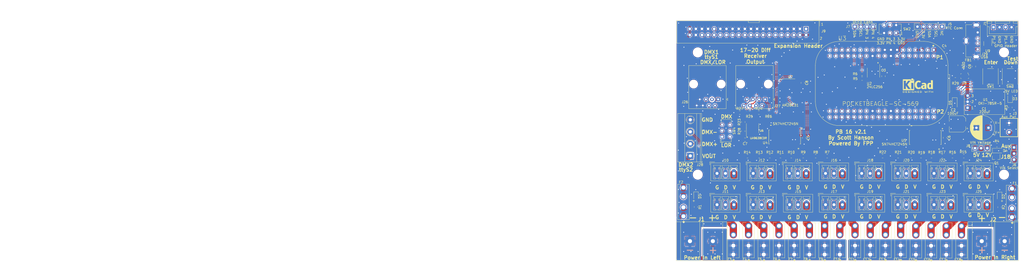
<source format=kicad_pcb>
(kicad_pcb (version 20211014) (generator pcbnew)
  (title_block (title "PB 16") (date "2022-05-26") (rev "v2.1") (company "Scott Hanson"))
  (layers (0 "F.Cu" signal) (31 "B.Cu" signal) (34 "B.Paste" user) (35 "F.Paste" user) (36 "B.SilkS" user "B.Silkscreen") (37 "F.SilkS" user "F.Silkscreen") (38 "B.Mask" user) (39 "F.Mask" user) (44 "Edge.Cuts" user))
  (net 0 "")
  (net 1 "GND")
  (net 2 "+5V")
  (net 3 "/VIN")
  (net 4 "V_DMX")
  (net 5 "VIN1")
  (net 6 "/Output 1-8/VOUT1")
  (net 7 "/Output 1-8/VOUT2")
  (net 8 "/Output 1-8/VOUT3")
  (net 9 "/Output 1-8/VOUT4")
  (net 10 "/Output 1-8/VOUT5")
  (net 11 "/Output 1-8/VOUT6")
  (net 12 "/Output 1-8/VOUT7")
  (net 13 "VIN2")
  (net 14 "/Output 1-8/VOUT8")
  (net 15 "/Output 9-16/VOUT9")
  (net 16 "/Output 9-16/VOUT10")
  (net 17 "/Output 9-16/VOUT11")
  (net 18 "/Output 9-16/VOUT12")
  (net 19 "/Output 9-16/VOUT13")
  (net 20 "/Output 9-16/VOUT14")
  (net 21 "/Output 9-16/VOUT15")
  (net 22 "/Output 9-16/VOUT16")
  (net 23 "/Output 1-8/DOUT1")
  (net 24 "/Output 1-8/DOUT2")
  (net 25 "/Output 1-8/DOUT3")
  (net 26 "/Output 1-8/DOUT4")
  (net 27 "/Output 1-8/DOUT5")
  (net 28 "/Output 1-8/DOUT6")
  (net 29 "/Output 1-8/DOUT7")
  (net 30 "/Output 1-8/DOUT8")
  (net 31 "/Output 9-16/DOUT9")
  (net 32 "/Output 9-16/DOUT10")
  (net 33 "/Output 9-16/DOUT11")
  (net 34 "/Output 9-16/DOUT12")
  (net 35 "/Output 9-16/DOUT13")
  (net 36 "/Output 9-16/DOUT14")
  (net 37 "/Output 9-16/DOUT15")
  (net 38 "/Output 9-16/DOUT16")
  (net 39 "/Serial/9V")
  (net 40 "USB_D+")
  (net 41 "USB_D-")
  (net 42 "V_USB")
  (net 43 "Net-(D2-Pad2)")
  (net 44 "DATA14")
  (net 45 "DATA12")
  (net 46 "DATA15")
  (net 47 "DATA13")
  (net 48 "DATA11")
  (net 49 "Net-(D3-Pad1)")
  (net 50 "DATA10")
  (net 51 "DATA9")
  (net 52 "DATA1")
  (net 53 "DATA2")
  (net 54 "Net-(D4-Pad2)")
  (net 58 "DATA3")
  (net 59 "DATA4")
  (net 60 "DATA5")
  (net 61 "DATA6")
  (net 62 "DATA7")
  (net 63 "DATA8")
  (net 64 "DATA16")
  (net 65 "Net-(J26-Pad1)")
  (net 66 "Net-(J26-Pad2)")
  (net 67 "Net-(J26-Pad4)")
  (net 68 "Net-(J26-Pad5)")
  (net 69 "Net-(R7-Pad1)")
  (net 70 "Net-(R8-Pad1)")
  (net 71 "/Serial/DMX1-")
  (net 72 "/Serial/DMX1+")
  (net 73 "/Serial/DMX2-")
  (net 74 "/Serial/DMX2+")
  (net 75 "TXD1")
  (net 76 "TXD2")
  (net 77 "+3V3")
  (net 78 "I2C_SDA")
  (net 79 "I2C_SCL")
  (net 80 "OUT32")
  (net 81 "OUT24")
  (net 82 "OUT31")
  (net 83 "OUT23")
  (net 84 "OUT30")
  (net 85 "OUT22")
  (net 86 "OUT21")
  (net 87 "OUT20")
  (net 88 "OUT27")
  (net 89 "OUT19")
  (net 90 "OUT26")
  (net 91 "OUT18")
  (net 92 "OUT25")
  (net 93 "OUT17")
  (net 94 "Net-(R9-Pad1)")
  (net 95 "Net-(R10-Pad1)")
  (net 96 "Net-(R11-Pad1)")
  (net 97 "OUT29")
  (net 98 "OUT28")
  (net 99 "Net-(R12-Pad1)")
  (net 100 "Net-(R13-Pad1)")
  (net 101 "GPIO2")
  (net 102 "GPIO1")
  (net 103 "/OLED_Pin_4")
  (net 104 "/OLED_Pin_3")
  (net 105 "/VIN_Fuse")
  (net 106 "USB_DVBUS")
  (net 107 "/USB/V_USB_FB")
  (net 108 "BTN1")
  (net 109 "BTN2")
  (net 110 "Net-(R14-Pad1)")
  (net 111 "Net-(R15-Pad1)")
  (net 112 "Net-(R16-Pad1)")
  (net 113 "Net-(R17-Pad1)")
  (net 114 "Net-(C1-Pad1)")
  (net 115 "Net-(D1-Pad2)")
  (net 116 "VCC")
  (net 117 "OUT36")
  (net 118 "OUT35")
  (net 119 "OUT34")
  (net 120 "OUT33")
  (net 121 "OUT20-")
  (net 122 "OUT20+")
  (net 123 "OUT18-")
  (net 124 "OUT19+")
  (net 125 "OUT19-")
  (net 126 "OUT18+")
  (net 127 "OUT17-")
  (net 128 "OUT17+")
  (net 131 "Net-(R18-Pad1)")
  (net 132 "Net-(R19-Pad1)")
  (net 133 "Net-(R20-Pad1)")
  (net 134 "Net-(R21-Pad1)")
  (net 135 "Net-(R22-Pad1)")
  (net 136 "Net-(R30-Pad2)")
  (footprint "Capacitor_SMD:C_0805_2012Metric_Pad1.18x1.45mm_HandSolder" (layer "F.Cu") (at 100.7328 102.6126 180)
    (fp_text reference "C7")
    (fp_text value "0.1uF")
  )
  (footprint "Keystone_Fuse:FUSE_3544-2" (layer "F.Cu") (at 75.1788 128.4526 90)
    (fp_text reference "F2")
    (fp_text value "3544-2")
  )
  (footprint "Connector_Phoenix_MC:PhoenixContact_MCV_1,5_3-G-3.5_1x03_P3.50mm_Vertical" (layer "F.Cu") (at 89.1 129.6)
    (fp_text reference "J11")
    (fp_text value "String2")
  )
  (footprint "Connector_Phoenix_MC:PhoenixContact_MCV_1,5_3-G-3.5_1x03_P3.50mm_Vertical" (layer "F.Cu") (at 119.1 116.6)
    (fp_text reference "J14")
    (fp_text value "String5")
  )
  (footprint "Connector_Phoenix_MC:PhoenixContact_MCV_1,5_3-G-3.5_1x03_P3.50mm_Vertical" (layer "F.Cu") (at 119.214342 129.6)
    (fp_text reference "J15")
    (fp_text value "String6")
  )
  (footprint "Connector_Phoenix_MC:PhoenixContact_MCV_1,5_3-G-3.5_1x03_P3.50mm_Vertical" (layer "F.Cu") (at 134.1 116.6)
    (fp_text reference "J16")
    (fp_text value "String7")
  )
  (footprint "Connector_Phoenix_MC:PhoenixContact_MCV_1,5_3-G-3.5_1x03_P3.50mm_Vertical" (layer "F.Cu") (at 134.1 129.6)
    (fp_text reference "J17")
    (fp_text value "String8")
  )
  (footprint "Connector_Phoenix_MC:PhoenixContact_MCV_1,5_3-G-3.5_1x03_P3.50mm_Vertical" (layer "F.Cu") (at 149.1 116.6)
    (fp_text reference "J18")
    (fp_text value "String9")
  )
  (footprint "Connector_Phoenix_MC:PhoenixContact_MCV_1,5_3-G-3.5_1x03_P3.50mm_Vertical" (layer "F.Cu") (at 149.1 129.6)
    (fp_text reference "J19")
    (fp_text value "String10")
  )
  (footprint "Connector_Phoenix_MC:PhoenixContact_MCV_1,5_3-G-3.5_1x03_P3.50mm_Vertical" (layer "F.Cu") (at 164.1 116.6)
    (fp_text reference "J20")
    (fp_text value "String11")
  )
  (footprint "Connector_Phoenix_MC:PhoenixContact_MCV_1,5_3-G-3.5_1x03_P3.50mm_Vertical" (layer "F.Cu") (at 164.1 129.6)
    (fp_text reference "J21")
    (fp_text value "String12")
  )
  (footprint "Connector_Phoenix_MC:PhoenixContact_MCV_1,5_3-G-3.5_1x03_P3.50mm_Vertical" (layer "F.Cu") (at 179.1 116.6)
    (fp_text reference "J22")
    (fp_text value "String13")
  )
  (footprint "Connector_Phoenix_MC:PhoenixContact_MCV_1,5_3-G-3.5_1x03_P3.50mm_Vertical" (layer "F.Cu") (at 179.1 129.6)
    (fp_text reference "J23")
    (fp_text value "String14")
  )
  (footprint "Connector_Phoenix_MC:PhoenixContact_MCV_1,5_3-G-3.5_1x03_P3.50mm_Vertical" (layer "F.Cu") (at 194.1 116.6)
    (fp_text reference "J24")
    (fp_text value "String15")
  )
  (footprint "Connector_Phoenix_MC:PhoenixContact_MCV_1,5_3-G-3.5_1x03_P3.50mm_Vertical" (layer "F.Cu") (at 194.1 129.6)
    (fp_text reference "J25")
    (fp_text value "String16")
  )
  (footprint "Keystone_Fuse:FUSE_3544-2" (layer "F.Cu") (at 95.8788 144.3526 90)
    (fp_text reference "F3")
    (fp_text value "3544-2")
  )
  (footprint "Keystone_Fuse:FUSE_3544-2" (layer "F.Cu") (at 133.718796 144.3486 90)
    (fp_text reference "F9")
    (fp_text value "3544-2")
  )
  (footprint "MountingHole:MountingHole_3.7mm" (layer "F.Cu") (at 208.1276 117.1186)
    (fp_text reference "REF**")
    (fp_text value "MountingHole_3.7mm")
  )
  (footprint "Keystone_Fuse:FUSE_3544-2" (layer "F.Cu") (at 102.185466 144.3526 90)
    (fp_text reference "F4")
    (fp_text value "3544-2")
  )
  (footprint "Keystone_Fuse:FUSE_3544-2" (layer "F.Cu") (at 127.41213 144.3486 90)
    (fp_text reference "F8")
    (fp_text value "3544-2")
  )
  (footprint "Keystone_Fuse:FUSE_3544-2" (layer "F.Cu") (at 140.025462 144.3486 90)
    (fp_text reference "F10")
    (fp_text value "3544-2")
  )
  (footprint "Keystone_Fuse:FUSE_3544-2" (layer "F.Cu") (at 146.332128 144.3486 90)
    (fp_text reference "F11")
    (fp_text value "3544-2")
  )
  (footprint "Keystone_Fuse:FUSE_3544-2" (layer "F.Cu") (at 152.638794 144.3486 90)
    (fp_text reference "F12")
    (fp_text value "3544-2")
  )
  (footprint "Keystone_Fuse:FUSE_3544-2" (layer "F.Cu") (at 121.105464 144.3486 90)
    (fp_text reference "F7")
    (fp_text value "3544-2")
  )
  (footprint "Keystone_Fuse:FUSE_3544-2" (layer "F.Cu") (at 108.492132 144.3536 90)
    (fp_text reference "F5")
    (fp_text value "3544-2")
  )
  (footprint "Keystone_Fuse:FUSE_3544-2" (layer "F.Cu") (at 158.94546 144.3486 90)
    (fp_text reference "F13")
    (fp_text value "3544-2")
  )
  (footprint "Keystone_Fuse:FUSE_3544-2" (layer "F.Cu") (at 114.798798 144.3536 90)
    (fp_text reference "F6")
    (fp_text value "3544-2")
  )
  (footprint "Connector_Phoenix_MC:PhoenixContact_MCV_1,5_3-G-3.5_1x03_P3.50mm_Vertical" (layer "F.Cu") (at 89.1 116.6)
    (fp_text reference "J10")
    (fp_text value "String1")
  )
  (footprint "Connector_Phoenix_MC:PhoenixContact_MCV_1,5_3-G-3.5_1x03_P3.50mm_Vertical" (layer "F.Cu") (at 104.1 116.6)
    (fp_text reference "J12")
    (fp_text value "String3")
  )
  (footprint "Connector_Phoenix_MC:PhoenixContact_MCV_1,5_3-G-3.5_1x03_P3.50mm_Vertical" (layer "F.Cu") (at 104.1 129.6)
    (fp_text reference "J13")
    (fp_text value "String4")
  )
  (footprint "Keystone_Fuse:FUSE_3544-2" (layer "F.Cu") (at 165.252126 144.3448 90)
    (fp_text reference "F14")
    (fp_text value "3544-2")
  )
  (footprint "MountingHole:MountingHole_3.7mm" (layer "F.Cu") (at 81.4276 66.3186)
    (fp_text reference "REF**")
    (fp_text value "MountingHole_3.7mm")
  )
  (footprint "MountingHole:MountingHole_3.7mm" (layer "F.Cu") (at 208.1276 66.3186)
    (fp_text reference "REF**")
    (fp_text value "MountingHole_3.7mm")
  )
  (footprint "SN74HCT245NSR:SN74HCT245NSR" (layer "F.Cu") (at 117.1666 101.4442 -90)
    (fp_text reference "U4")
    (fp_text value "SN74HCT245N")
  )
  (footprint "LED_SMD:LED_0805_2012Metric_Pad1.15x1.40mm_HandSolder" (layer "F.Cu") (at 80.4138 126.133 -90)
    (fp_text reference "D1")
    (fp_text value "VIN1 LED")
  )
  (footprint "LED_SMD:LED_0805_2012Metric_Pad1.15x1.40mm_HandSolder" (layer "F.Cu") (at 206.3206 126.2346 -90)
    (fp_text reference "D2")
    (fp_text value "VIN2 LED")
  )
  (footprint "MountingHole:MountingHole_3.7mm" (layer "F.Cu") (at 81.1276 117.1186)
    (fp_text reference "REF**")
    (fp_text value "MountingHole_3.7mm")
  )
  (footprint "Resistor_SMD:R_0805_2012Metric_Pad1.20x1.40mm_HandSolder" (layer "F.Cu") (at 80.4138 130.5526 -90)
    (fp_text reference "R1")
    (fp_text value "1K")
  )
  (footprint "Resistor_SMD:R_0805_2012Metric_Pad1.20x1.40mm_HandSolder" (layer "F.Cu") (at 206.3206 130.6542 -90)
    (fp_text reference "R2")
    (fp_text value "1K")
  )
  (footprint "Connector_PinHeader_2.54mm:PinHeader_1x03_P2.54mm_Vertical" (layer "F.Cu") (at 201.1788 106.1194 -90)
    (fp_text reference "J8")
    (fp_text value "VIN Voltage")
  )
  (footprint "Keystone_Fuse:FUSE_3544-2" (layer "F.Cu") (at 211.426 128.8526 90)
    (fp_text reference "F1")
    (fp_text value "3544-2")
  )
  (footprint "Connector_PinHeader_2.54mm:PinHeader_1x03_P2.54mm_Vertical" (layer "F.Cu") (at 212.2788 105.813)
    (fp_text reference "J6")
    (fp_text value "VIN Select")
  )
  (footprint "Connector_USB:USB_A_Molex_105057_Vertical" (layer "F.Cu") (at 197.2026 65.02072 90)
    (fp_text reference "J29")
    (fp_text value "USB")
  )
  (footprint "Resistor_SMD:R_0805_2012Metric_Pad1.20x1.40mm_HandSolder" (layer "F.Cu") (at 187.9564 77.56312 180)
    (fp_text reference "R29")
    (fp_text value "10K")
  )
  (footprint "Inductor_SMD:L_0805_2012Metric_Pad1.15x1.40mm_HandSolder" (layer "F.Cu") (at 193.3026 72.17072 -90)
    (fp_text reference "FB1")
    (fp_text value "150 OHM")
  )
  (footprint "Resistor_SMD:R_0805_2012Metric_Pad1.20x1.40mm_HandSolder" (layer "F.Cu") (at 189.7598 71.67032 -90)
    (fp_text reference "R30")
    (fp_text value "10K")
  )
  (footprint "Capacitor_SMD:C_0805_2012Metric_Pad1.18x1.45mm_HandSolder" (layer "F.Cu") (at 195.6026 72.17072 90)
    (fp_text reference "C9")
    (fp_text value "0.1uF")
  )
  (footprint "digikey-footprints:SOT-753" (layer "F.Cu") (at 191.8426 76.16612 180)
    (fp_text reference "U8")
    (fp_text value "TPS2051BDBVR")
  )
  (footprint "Capacitor_SMD:C_0805_2012Metric_Pad1.18x1.45mm_HandSolder" (layer "F.Cu") (at 125.2692 101.8252 -90)
    (fp_text reference "C5")
    (fp_text value "0.1uF")
  )
  (footprint "Package_SO:SOIC-8_3.9x4.9mm_P1.27mm" (layer "F.Cu") (at 103.862 97.7866 90)
    (fp_text reference "U6")
    (fp_text value "UA9638CDR")
  )
  (footprint "Capacitor_SMD:C_0805_2012Metric_Pad1.18x1.45mm_HandSolder" (layer "F.Cu") (at 158.12104 76.23908 90)
    (fp_text reference "C3")
    (fp_text value "0.1uF")
  )
  (footprint "Resistor_SMD:R_0805_2012Metric_Pad1.20x1.40mm_HandSolder" (layer "F.Cu") (at 149.2488 75.2026 180)
    (fp_text reference "R6")
    (fp_text value "4.7K")
  )
  (footprint "Package_SO:SOIC-8_3.9x4.9mm_P1.27mm" (layer "F.Cu") (at 154.02104 74.73908 -90)
    (fp_text reference "U2")
    (fp_text value "24LC256")
  )
  (footprint "Resistor_SMD:R_0805_2012Metric_Pad1.20x1.40mm_HandSolder" (layer "F.Cu") (at 149.2488 77.2026 180)
    (fp_text reference "R5")
    (fp_text value "4.7K")
  )
  (footprint "Capacitor_SMD:CP_Elec_6.3x5.4_Nichicon" (layer "F.Cu") (at 188.8788 96.0526 180)
    (fp_text reference "C2")
    (fp_text value "100uF")
  )
  (footprint "Capacitor_THT:CP_Radial_D10.0mm_P5.00mm" (layer "F.Cu") (at 201.6788 97.6526 180)
    (fp_text reference "C1")
    (fp_text value "220uF")
  )
  (footprint "LED_SMD:LED_0805_2012Metric_Pad1.15x1.40mm_HandSolder" (layer "F.Cu") (at 210.6788 85.3026 90)
    (fp_text reference "D3")
    (fp_text value "5V LED")
  )
  (footprint "Resistor_SMD:R_0805_2012Metric_Pad1.20x1.40mm_HandSolder" (layer "F.Cu") (at 210.7288 89.2026 90)
    (fp_text reference "R3")
    (fp_text value "120")
  )
  (footprint "Converter_DCDC:Converter_DCDC_muRata_OKI-78SR_Horizontal" (layer "F.Cu") (at 193.0288 89.3526 90)
    (fp_text reference "U1")
    (fp_text value "OKI-78SR-5")
  )
  (footprint "Diode_SMD:D_SOD-123" (layer "F.Cu") (at 187.6688 87.4126 -90)
    (fp_text reference "D5")
    (fp_text value "Zener 5.1V")
  )
  (footprint "Capacitor_SMD:C_0805_2012Metric_Pad1.18x1.45mm_HandSolder" (layer "F.Cu") (at 183.359 65.28476)
    (fp_text reference "C4")
    (fp_text value "0.1uF")
  )
  (footprint "Resistor_SMD:R_0805_2012Metric_Pad1.20x1.40mm_HandSolder" (layer "F.Cu") (at 99.9708 99.0566 -90)
    (fp_text reference "R28")
    (fp_text value "120")
  )
  (footprint "TerminalBlock_Phoenix:TerminalBlock_Phoenix_MKDS-1,5-4_1x04_P5.00mm_Horizontal" (layer "F.Cu") (at 78.0288 109.3026 90)
    (fp_text reference "J28")
    (fp_text value "DMX2")
  )
  (footprint "Resistor_SMD:R_0805_2012Metric_Pad1.20x1.40mm_HandSolder" (layer "F.Cu") (at 99.9788 95.2526 90)
    (fp_text reference "R23")
    (fp_text value "120")
  )
  (footprint "POCKETBEAGLE:BEAGLE_POCKETBEAGLE-SC-569" (layer "F.Cu") (at 157.41036 79.2446 -90)
    (fp_text reference "U3")
    (fp_text value "POCKETBEAGLE-SC-569")
  )
  (footprint "Connector_IDC:IDC-Header_2x20_P2.54mm_Vertical" (layer "F.Cu") (at 126.03992 56.54556 -90)
    (fp_text reference "J9")
    (fp_text value "Expansion Header")
  )
  (footprint "SN74HCT245NSR:SN74HCT245NSR" (layer "F.Cu") (at 175.46976 101.65248 -90)
    (fp_text reference "U5")
    (fp_text value "SN74HCT245N")
  )
  (footprint "Connector_PinHeader_2.54mm:PinHeader_1x05_P2.54mm_Vertical" (layer "F.Cu") (at 182.38768 55.62584 -90)
    (fp_text reference "J5")
    (fp_text value "RTC Conn")
  )
  (footprint "Connector_PinSocket_2.54mm:PinSocket_1x04_P2.54mm_Vertical" (layer "F.Cu") (at 146.19768 55.62584 90)
    (fp_text reference "J7")
    (fp_text value "OLED Conn")
  )
  (footprint "Button_Switch_THT:SW_CuK_JS202011CQN_DPDT_Straight" (layer "F.Cu") (at 163.3988 58.2726 180)
    (fp_text reference "SW2")
    (fp_text value "OLED Select")
  )
  (footprint "Capacitor_SMD:C_0805_2012Metric_Pad1.18x1.45mm_HandSolder" (layer "F.Cu") (at 183.69936 101.7998 -90)
    (fp_text reference "C6")
    (fp_text value "0.1uF")
  )
  (footprint "Symbol:KiCad-Logo2_5mm_SilkScreen" (layer "F.Cu") (at 172.43192 80.09804)
    (fp_text reference "REF**" hide)
    (fp_text value "KiCad-Logo2_5mm_SilkScreen" hide)
  )
  (footprint "Connector_RJ:RJ45_Amphenol_54602-x08_Horizontal" (layer "F.Cu") (at 89.5568 85.84352 180)
    (fp_text reference "J26")
    (fp_text value "DMX1 RJ45")
  )
  (footprint "Connector_RJ:RJ45_Amphenol_54602-x08_Horizontal" (layer "F.Cu") (at 109.0944 85.84352 180)
    (fp_text reference "J27")
    (fp_text value "Diff Out")
  )
  (footprint "Diode_SMD:D_SOD-123" (layer "F.Cu") (at 205.5788 107.1526)
    (fp_text reference "D4")
    (fp_text value "Zener 10V")
  )
  (footprint "Package_TO_SOT_SMD:SOT-23" (layer "F.Cu") (at 204.8788 110.0526 -90)
    (fp_text reference "Q1")
    (fp_text value "DMP3056L")
  )
  (footprint "Resistor_SMD:R_0805_2012Metric_Pad1.20x1.40mm_HandSolder" (layer "F.Cu") (at 205.1788 104.8526)
    (fp_text reference "R4")
    (fp_text value "100K")
  )
  (footprint "Barrier_Blocks:BARRIER_BLOCK_1ROW_2POS_P9.5MM" (layer "F.Cu") (at 193.1788 152.8526)
    (fp_text reference "J2")
    (fp_text value "Power In Right")
  )
  (footprint "Keystone_Fuse:FUSE_3544-2" (layer "F.Cu") (at 171.558792 144.4136 90)
    (fp_text reference "F15")
    (fp_text value "3544-2")
  )
  (footprint "Keystone_Fuse:FUSE_3544-2" (layer "F.Cu") (at 177.865458 144.4136 90)
    (fp_text reference "F16")
    (fp_text value "3544-2")
  )
  (footprint "Keystone_Fuse:FUSE_3544-2" (layer "F.Cu") (at 184.172124 144.4136 90)
    (fp_text reference "F17")
    (fp_text value "3544-2")
  )
  (footprint "Keystone_Fuse:FUSE_3544-2" (layer "F.Cu") (at 190.4788 144.4136 90)
    (fp_text reference "F18")
    (fp_text value "3544-2")
  )
  (footprint "Barrier_Blocks:BARRIER_BLOCK_1ROW_2POS_P9.5MM" (layer "F.Cu") (at 72.1788 152.8526)
    (fp_text reference "J1")
    (fp_text value "Power In Left")
  )
  (footprint "Capacitor_SMD:C_0805_2012Metric_Pad1.18x1.45mm_HandSolder" (layer "F.Cu") (at 124.6788 78.9776 -90)
    (fp_text reference "C8")
    (fp_text value "0.1uF")
  )
  (footprint "Resistor_SMD:R_0805_2012Metric_Pad1.20x1.40mm_HandSolder" (layer "F.Cu") (at 98.5538 91.3276)
    (fp_text reference "R27")
    (fp_text value "120")
  )
  (footprint "Resistor_SMD:R_0805_2012Metric_Pad1.20x1.40mm_HandSolder" (layer "F.Cu") (at 102.5288 91.3276 180)
    (fp_text reference "R25")
    (fp_text value "120")
  )
  (footprint "Package_SO:SOIC-16_3.9x9.9mm_P1.27mm" (layer "F.Cu") (at 119.5288 82.3776)
    (fp_text reference "U7")
    (fp_text value "AM26C31")
  )
  (footprint "Resistor_SMD:R_0805_2012Metric_Pad1.20x1.40mm_HandSolder" (layer "F.Cu") (at 110.4538 91.3276 180)
    (fp_text reference "R26")
    (fp_text value "120")
  )
  (footprint "Resistor_SMD:R_0805_2012Metric_Pad1.20x1.40mm_HandSolder" (layer "F.Cu") (at 106.4538 91.3276)
    (fp_text reference "R24")
    (fp_text value "120")
  )
  (footprint "MKDS1_2-3.81:PHOENIX_MKDS1_2-3.81" (layer "F.Cu") (at 210.1788 97.5526 90)
    (fp_text reference "J3")
    (fp_text value "Aux Pwr")
  )
  (footprint "Button_Switch_THT:SW_CuK_JS202011CQN_DPDT_Straight" (layer "F.Cu") (at 91.2488 101.3626 90)
    (fp_text reference "SW4")
    (fp_text value "DMX_LOR_Select")
  )
  (footprint "Package_TO_SOT_SMD:SOT-23-6_Handsoldering" (layer "F.Cu") (at 201.3688 62.6426 -90)
    (fp_text reference "U9")
    (fp_text value "TPD4S009DBVR")
  )
  (footprint "Connector_JST:JST_XH_B4B-XH-A_1x04_P2.50mm_Vertical" (layer "F.Cu") (at 203.76028 55.86136)
    (fp_text reference "J4")
    (fp_text value "GPIO Header")
  )
  (footprint "Button_Switch_SMD:SW_Push_1P1T_NO_6x6mm_H9.5mm" (layer "F.Cu") (at 202.5288 76.3326 90)
    (fp_text reference "SW1")
    (fp_text value "Enter BTN")
  )
  (footprint "Button_Switch_SMD:SW_Push_1P1T_NO_6x6mm_H9.5mm" (layer "F.Cu") (at 210.6788 76.3326 90)
    (fp_text reference "SW3")
    (fp_text value "Down BTN")
  )
  (footprint "" (layer "F.Cu") (at -208.0012 44.8026)
    (fp_text reference "")
    (fp_text value "")
  )
  (footprint "Resistor_SMD:R_0805_2012Metric_Pad1.20x1.40mm_HandSolder" (layer "F.Cu") (at 191.4488 109.4526)
    (fp_text reference "R15")
    (fp_text value "33")
  )
  (footprint "Resistor_SMD:R_0805_2012Metric_Pad1.20x1.40mm_HandSolder" (layer "F.Cu") (at 157.7488 109.4526 180)
    (fp_text reference "R22")
    (fp_text value "33")
  )
  (footprint "Resistor_SMD:R_0805_2012Metric_Pad1.20x1.40mm_HandSolder" (layer "F.Cu") (at 134.7988 109.4526)
    (fp_text reference "R7")
    (fp_text value "33")
  )
  (footprint "Resistor_SMD:R_0805_2012Metric_Pad1.20x1.40mm_HandSolder" (layer "F.Cu") (at 182.4988 109.4526)
    (fp_text reference "R17")
    (fp_text value "33")
  )
  (footprint "Resistor_SMD:R_0805_2012Metric_Pad1.20x1.40mm_HandSolder" (layer "F.Cu") (at 164.1988 109.4526 180)
    (fp_text reference "R21")
    (fp_text value "33")
  )
  (footprint "Resistor_SMD:R_0805_2012Metric_Pad1.20x1.40mm_HandSolder" (layer "F.Cu") (at 169.6488 109.4526 180)
    (fp_text reference "R20")
    (fp_text value "33")
  )
  (footprint "Resistor_SMD:R_0805_2012Metric_Pad1.20x1.40mm_HandSolder" (layer "F.Cu") (at 178.0488 109.4526)
    (fp_text reference "R18")
    (fp_text value "33")
  )
  (footprint "Resistor_SMD:R_0805_2012Metric_Pad1.20x1.40mm_HandSolder" (layer "F.Cu") (at 115.3988 109.4526)
    (fp_text reference "R11")
    (fp_text value "33")
  )
  (footprint "Resistor_SMD:R_0805_2012Metric_Pad1.20x1.40mm_HandSolder" (layer "F.Cu") (at 129.9988 109.4526)
    (fp_text reference "R8")
    (fp_text value "33")
  )
  (footprint "Resistor_SMD:R_0805_2012Metric_Pad1.20x1.40mm_HandSolder" (layer "F.Cu") (at 186.7488 109.4526)
    (fp_text reference "R16")
    (fp_text value "33")
  )
  (footprint "Resistor_SMD:R_0805_2012Metric_Pad1.20x1.40mm_HandSolder" (layer "F.Cu") (at 173.6988 109.4526)
    (fp_text reference "R19")
    (fp_text value "33")
  )
  (footprint "Resistor_SMD:R_0805_2012Metric_Pad1.20x1.40mm_HandSolder" (layer "F.Cu") (at 124.8488 109.4526)
    (fp_text reference "R9")
    (fp_text value "33")
  )
  (footprint "Resistor_SMD:R_0805_2012Metric_Pad1.20x1.40mm_HandSolder" (layer "F.Cu") (at 101.7488 109.5026 180)
    (fp_text reference "R14")
    (fp_text value "33")
  )
  (footprint "Resistor_SMD:R_0805_2012Metric_Pad1.20x1.40mm_HandSolder" (layer "F.Cu") (at 110.9988 109.4526 180)
    (fp_text reference "R12")
    (fp_text value "33")
  )
  (footprint "Resistor_SMD:R_0805_2012Metric_Pad1.20x1.40mm_HandSolder" (layer "F.Cu") (at 119.8988 109.4526)
    (fp_text reference "R10")
    (fp_text value "33")
  )
  (footprint "Resistor_SMD:R_0805_2012Metric_Pad1.20x1.40mm_HandSolder" (layer "F.Cu") (at 106.5988 109.5026 180)
    (fp_text reference "R13")
    (fp_text value "33")
  )
  (gr_line (start 102.12596 53.12568) (end 102.12596 53.92568) (layer "F.SilkS") (width 0.12))
  (gr_line (start 106.62596 53.92568) (end 106.62596 53.12568) (layer "F.SilkS") (width 0.12))
  (gr_line (start 102.12596 53.92568) (end 106.62596 53.92568) (layer "F.SilkS") (width 0.12))
  (gr_line (start 194.7418 138.1887) (end 192.1129 138.1887) (layer "F.SilkS") (width 0.12))
  (gr_line (start 214.2288 152.88936) (end 214.2288 52.99624) (layer "Edge.Cuts") (width 0.05))
  (gr_line (start 72.1288 52.99624) (end 72.1288 152.88936) (layer "Edge.Cuts") (width 0.05))
  (gr_line (start 214.2288 52.99624) (end 72.1288 52.99624) (layer "Edge.Cuts") (width 0.05))
  (gr_line (start 214.2288 152.88936) (end 72.1288 152.88936) (layer "Edge.Cuts") (width 0.05))
  (gr_text "-" (at 208.4288 148.3026) (layer "B.SilkS") (effects (font (size 3 3) (thickness 0.4))))
  (gr_text "+" (at 198.9788 148.3026) (layer "B.SilkS") (effects (font (size 3 3) (thickness 0.4)) (justify mirror)))
  (gr_text "-" (at 77.8788 148.3026) (layer "B.SilkS") (effects (font (size 3 3) (thickness 0.4))))
  (gr_text "+" (at 87.4288 148.3526) (layer "B.SilkS") (effects (font (size 3 3) (thickness 0.4)) (justify mirror)))
  (gr_text "G" (at 103.886 134.828) (layer "F.SilkS") (effects (font (size 1.5 1.5) (thickness 0.3))))
  (gr_text "D" (at 122.682 134.828) (layer "F.SilkS") (effects (font (size 1.5 1.5) (thickness 0.3))))
  (gr_text "V" (at 171.196 134.574) (layer "F.SilkS") (effects (font (size 1.5 1.5) (thickness 0.3))))
  (gr_text "D" (at 167.64 134.574) (layer "F.SilkS") (effects (font (size 1.5 1.5) (thickness 0.3))))
  (gr_text "V" (at 186.182 134.574) (layer "F.SilkS") (effects (font (size 1.5 1.5) (thickness 0.3))))
  (gr_text "G" (at 119.126 134.828) (layer "F.SilkS") (effects (font (size 1.5 1.5) (thickness 0.3))))
  (gr_text "G" (at 179.07 134.574) (layer "F.SilkS") (effects (font (size 1.5 1.5) (thickness 0.3))))
  (gr_text "V" (at 201.2288 133.9526) (layer "F.SilkS") (effects (font (size 1.5 1.5) (thickness 0.3))))
  (gr_text "D" (at 197.6788 133.9526) (layer "F.SilkS") (effects (font (size 1.5 1.5) (thickness 0.3))))
  (gr_text "G" (at 193.9788 133.9526) (layer "F.SilkS") (effects (font (size 1.5 1.5) (thickness 0.3))))
  (gr_text "D" (at 137.668 134.574) (layer "F.SilkS") (effects (font (size 1.5 1.5) (thickness 0.3))))
  (gr_text "D" (at 107.442 134.828) (layer "F.SilkS") (effects (font (size 1.5 1.5) (thickness 0.3))))
  (gr_text "D" (at 182.626 134.574) (layer "F.SilkS") (effects (font (size 1.5 1.5) (thickness 0.3))))
  (gr_text "V" (at 96.266 134.828) (layer "F.SilkS") (effects (font (size 1.5 1.5) (thickness 0.3))))
  (gr_text "V" (at 156.21 134.574) (layer "F.SilkS") (effects (font (size 1.5 1.5) (thickness 0.3))))
  (gr_text "G" (at 149.098 134.574) (layer "F.SilkS") (effects (font (size 1.5 1.5) (thickness 0.3))))
  (gr_text "G" (at 134.112 134.574) (layer "F.SilkS") (effects (font (size 1.5 1.5) (thickness 0.3))))
  (gr_text "V" (at 110.998 134.828) (layer "F.SilkS") (effects (font (size 1.5 1.5) (thickness 0.3))))
  (gr_text "G" (at 89.154 134.828) (layer "F.SilkS") (effects (font (size 1.5 1.5) (thickness 0.3))))
  (gr_text "D" (at 92.71 134.828) (layer "F.SilkS") (effects (font (size 1.5 1.5) (thickness 0.3))))
  (gr_text "V" (at 141.224 134.574) (layer "F.SilkS") (effects (font (size 1.5 1.5) (thickness 0.3))))
  (gr_text "V" (at 126.238 134.828) (layer "F.SilkS") (effects (font (size 1.5 1.5) (thickness 0.3))))
  (gr_text "D" (at 152.654 134.574) (layer "F.SilkS") (effects (font (size 1.5 1.5) (thickness 0.3))))
  (gr_text "G" (at 164.084 134.574) (layer "F.SilkS") (effects (font (size 1.5 1.5) (thickness 0.3))))
  (gr_text "12V" (at 200.971 108.9642) (layer "F.SilkS") (effects (font (size 1.5 1.5) (thickness 0.3))))
  (gr_text "5V" (at 196.653 108.9642) (layer "F.SilkS") (effects (font (size 1.5 1.5) (thickness 0.3))))
  (gr_text "D" (at 92.71 122.428) (layer "F.SilkS") (effects (font (size 1.5 1.5) (thickness 0.3))))
  (gr_text "G" (at 89.154 122.428) (layer "F.SilkS") (effects (font (size 1.5 1.5) (thickness 0.3))))
  (gr_text "V" (at 96.266 122.428) (layer "F.SilkS") (effects (font (size 1.5 1.5) (thickness 0.3))))
  (gr_text "DMX-" (at 85.9788 99.4526) (layer "F.SilkS") (effects (font (size 1.5 1.5) (thickness 0.3))))
  (gr_text "GND" (at 85.0788 94.3526) (layer "F.SilkS") (effects (font (size 1.5 1.5) (thickness 0.3))))
  (gr_text "${TITLE} ${REVISION}\nBy ${COMPANY}\nPowered By FPP" (at 144.65448 101.71344) (layer "F.SilkS") (effects (font (size 1.5 1.5) (thickness 0.3))))
  (gr_text "17-20 Diff\nReceiver\nOutput" (at 104.9988 67.8026) (layer "F.SilkS") (effects (font (size 1.5 1.5) (thickness 0.3))))
  (gr_text "DMX/LOR" (at 87.3988 70.4026) (layer "F.SilkS") (effects (font (size 1.5 1.5) (thickness 0.3))))
  (gr_text "P1.4" (at 208.84028 61.09376 270) (layer "F.SilkS") (effects (font (size 1 1))))
  (gr_text "GND" (at 206.24948 60.99216 270) (layer "F.SilkS") (effects (font (size 1 1))))
  (gr_text "GND" (at 211.27868 60.99216 270) (layer "F.SilkS") (effects (font (size 1 1))))
  (gr_text "3.3V" (at 156.943 62.4806) (layer "F.SilkS") (effects (font (size 1 1))))
  (gr_text "GND" (at 165.52312 62.46536) (layer "F.SilkS") (effects (font (size 1 1))))
  (gr_text "GND" (at 157.0192 60.73816) (layer "F.SilkS") (effects (font (size 1 1))))
  (gr_text "PN 3" (at 161.11208 60.76216) (layer "F.SilkS") (effects (font (size 1 1))))
  (gr_text "2" (at 132.2288 60.5026) (layer "F.SilkS") (effects (font (size 1 1))))
  (gr_text "J18" (at 208.8088 109.7126) (layer "F.SilkS") (effects (font (size 1.5 1.5) (thickness 0.3))))
  (gr_text "Down" (at 210.9288 70.4926) (layer "F.SilkS") (effects (font (size 1.5 1.5) (thickness 0.3))))
  (gr_text "LOR" (at 92.9488 104.9126) (layer "F.SilkS") (effects (font (size 1.5 1.5) (thickness 0.3))))
  (gr_text "PN 3" (at 151.20768 58.83824 270) (layer "F.SilkS") (effects (font (size 1 1))))
  (gr_text "NC" (at 182.28768 58.34084 270) (layer "F.SilkS") (effects (font (size 1 1))))
  (gr_text "SDA" (at 146.14768 58.546793 270) (layer "F.SilkS") (effects (font (size 1 1))))
  (gr_text "SDA" (at 177.16768 58.721793 270) (layer "F.SilkS") (effects (font (size 1 1))))
  (gr_text "SCL" (at 148.67768 58.522983 270) (layer "F.SilkS") (effects (font (size 1 1))))
  (gr_text "PN 4" (at 153.74768 58.83824 270) (layer "F.SilkS") (effects (font (size 1 1))))
  (gr_text "GND" (at 172.04768 58.84084 270) (layer "F.SilkS") (effects (font (size 1 1))))
  (gr_text "3.3V" (at 174.62768 58.936078 270) (layer "F.SilkS") (effects (font (size 1 1))))
  (gr_text "SCL" (at 179.87768 58.697983 270) (layer "F.SilkS") (effects (font (size 1 1))))
  (gr_text "P2" (at 181.72324 90.94892) (layer "F.SilkS") (effects (font (size 1.5 1.5) (thickness 0.3))))
  (gr_text "+" (at 209.6288 83.4526) (layer "F.SilkS") (effects (font (size 1 1))))
  (gr_text "+" (at 198.9488 135.0826) (layer "F.SilkS") (effects (font (size 3 3) (thickness 0.4))))
  (gr_text "ttyS2" (at 76.1988 115.0526) (layer "F.SilkS") (effects (font (size 1.5 1.5) (thickness 0.3))))
  (gr_text "ttyS1" (at 86.7988 68.2026) (layer "F.SilkS") (effects (font (size 1.5 1.5) (thickness 0.3))))
  (gr_text "G" (at 164.084 122.174) (layer "F.SilkS") (effects (font (size 1.5 1.5) (thickness 0.3))))
  (gr_text "P1.2" (at 203.9088 61.0726 270) (layer "F.SilkS") (effects (font (size 1 1))))
  (gr_text "DMX1" (at 86.7988 66.2026) (layer "F.SilkS") (effects (font (size 1.5 1.5) (thickness 0.3))))
  (gr_text "+" (at 207.2788 128.0026) (layer "F.SilkS") (effects (font (size 1 1))))
  (gr_text "3" (at 195.0746 84.3718) (layer "F.SilkS") (effects (font (size 1 1))))
  (gr_text "Aux" (at 208.9688 105.2226) (layer "F.SilkS") (effects (font (size 1.5 1.5) (thickness 0.3))))
  (gr_text "G" (at 179.07 122.174) (layer "F.SilkS") (effects (font (size 1.5 1.5) (thickness 0.3))))
  (gr_text "V" (at 156.21 122.174) (layer "F.SilkS") (effects (font (size 1.5 1.5) (thickness 0.3))))
  (gr_text "+" (at 87.1288 134.8726) (layer "F.SilkS") (effects (font (size 3 3) (thickness 0.4))))
  (gr_text "-" (at 79.1288 134.8526) (layer "F.SilkS") (effects (font (size 3 3) (thickness 0.4))))
  (gr_text "PN 4" (at 161.17972 62.46536) (layer "F.SilkS") (effects (font (size 1 1))))
  (gr_text "G" (at 119.126 122.428) (layer "F.SilkS") (effects (font (size 1.5 1.5) (thickness 0.3))))
  (gr_text "G" (at 134.112 122.174) (layer "F.SilkS") (effects (font (size 1.5 1.5) (thickness 0.3))))
  (gr_text "D" (at 122.682 122.428) (layer "F.SilkS") (effects (font (size 1.5 1.5) (thickness 0.3))))
  (gr_text "D" (at 107.442 122.428) (layer "F.SilkS") (effects (font (size 1.5 1.5) (thickness 0.3))))
  (gr_text "V-" (at 205.3788 95.5526) (layer "F.SilkS") (effects (font (size 1 1))))
  (gr_text "-" (at 207.3288 134.7026) (layer "F.SilkS") (effects (font (size 3 3) (thickness 0.4))))
  (gr_text "+" (at 79.4288 127.9526) (layer "F.SilkS") (effects (font (size 1 1))))
  (gr_text "V" (at 126.238 122.428) (layer "F.SilkS") (effects (font (size 1.5 1.5) (thickness 0.3))))
  (gr_text "G" (at 149.098 122.174) (layer "F.SilkS") (effects (font (size 1.5 1.5) (thickness 0.3))))
  (gr_text "2" (at 195.0788 86.8026) (layer "F.SilkS") (effects (font (size 1 1))))
  (gr_text "G" (at 103.886 122.428) (layer "F.SilkS") (effects (font (size 1.5 1.5) (thickness 0.3))))
  (gr_text "V" (at 171.196 122.174) (layer "F.SilkS") (effects (font (size 1.5 1.5) (thickness 0.3))))
  (gr_text "Enter" (at 202.6988 70.4526) (layer "F.SilkS") (effects (font (size 1.5 1.5) (thickness 0.3))))
  (gr_text "D" (at 197.612 122.174) (layer "F.SilkS") (effects (font (size 1.5 1.5) (thickness 0.3))))
  (gr_text "Test" (at 211.6988 68.9426) (layer "F.SilkS") (effects (font (size 1.5 1.5) (thickness 0.3))))
  (gr_text "DMX" (at 93.0488 93.0326) (layer "F.SilkS") (effects (font (size 1.5 1.5) (thickness 0.3))))
  (gr_text "3.3V" (at 165.43008 60.76216) (layer "F.SilkS") (effects (font (size 1 1))))
  (gr_text "1" (at 132.7288 54.6526) (layer "F.SilkS") (effects (font (size 1 1))))
  (gr_text "D" (at 167.64 122.174) (layer "F.SilkS") (effects (font (size 1.5 1.5) (thickness 0.3))))
  (gr_text "P1" (at 181.48448 68.37848) (layer "F.SilkS") (effects (font (size 1.5 1.5) (thickness 0.3))))
  (gr_text "D" (at 137.668 122.174) (layer "F.SilkS") (effects (font (size 1.5 1.5) (thickness 0.3))))
  (gr_text "V" (at 141.224 122.174) (layer "F.SilkS") (effects (font (size 1.5 1.5) (thickness 0.3))))
  (gr_text "V" (at 110.998 122.428) (layer "F.SilkS") (effects (font (size 1.5 1.5) (thickness 0.3))))
  (gr_text "V+" (at 205.3788 99.5526) (layer "F.SilkS") (effects (font (size 1 1))))
  (gr_text "VOUT" (at 85.7788 109.4526) (layer "F.SilkS") (effects (font (size 1.5 1.5) (thickness 0.3))))
  (gr_text "G" (at 194.056 122.174) (layer "F.SilkS") (effects (font (size 1.5 1.5) (thickness 0.3))))
  (gr_text "1" (at 195.0288 89.4026) (layer "F.SilkS") (effects (font (size 1 1))))
  (gr_text "D" (at 182.626 122.174) (layer "F.SilkS") (effects (font (size 1.5 1.5) (thickness 0.3))))
  (gr_text "D" (at 152.654 122.174) (layer "F.SilkS") (effects (font (size 1.5 1.5) (thickness 0.3))))
  (gr_text "V" (at 186.182 122.174) (layer "F.SilkS") (effects (font (size 1.5 1.5) (thickness 0.3))))
  (gr_text "DMX+" (at 86.0788 104.4526) (layer "F.SilkS") (effects (font (size 1.5 1.5) (thickness 0.3))))
  (gr_text "V" (at 201.168 122.174) (layer "F.SilkS") (effects (font (size 1.5 1.5) (thickness 0.3))))
  (via (at 183.69428 104.17216) (size 0.8) (drill 0.4) (layers "F.Cu" "B.Cu") (net 1))
  (via (at 97.50184 81.62712) (size 0.8) (drill 0.4) (layers "F.Cu" "B.Cu") (net 1))
  (via (at 97.57296 77.39548) (size 0.8) (drill 0.4) (layers "F.Cu" "B.Cu") (net 1))
  (via (at 114.6088 79.2626) (size 0.8) (drill 0.4) (layers "F.Cu" "B.Cu") (net 1))
  (via (at 120.7888 91.0426) (size 0.8) (drill 0.4) (layers "F.Cu" "B.Cu") (net 1))
  (via (at 95.4688 94.9526) (size 0.8) (drill 0.4) (layers "F.Cu" "B.Cu") (net 1))
  (via (at 94.5788 70.7526) (size 0.8) (drill 0.4) (layers "F.Cu" "B.Cu") (net 1))
  (via (at 191.4026 73.27072) (size 0.8) (drill 0.4) (layers "F.Cu" "B.Cu") (net 1))
  (via (at 203.9788 125.1526) (size 0.8) (drill 0.4) (layers "F.Cu" "B.Cu") (net 1))
  (via (at 116.9288 66.4726) (size 0.8) (drill 0.4) (layers "F.Cu" "B.Cu") (net 1))
  (via (at 190.1788 106.8526) (size 0.8) (drill 0.4) (layers "F.Cu" "B.Cu") (net 1))
  (via (at 193.0788 92.1526) (size 0.8) (drill 0.4) (layers "F.Cu" "B.Cu") (net 1))
  (via (at 111.7288 87.2726) (size 0.8) (drill 0.4) (layers "F.Cu" "B.Cu") (net 1))
  (via (at 157.22104 72.23908) (size 0.8) (drill 0.4) (layers "F.Cu" "B.Cu") (net 1))
  (via (at 165.6788 61.6526) (size 0.8) (drill 0.4) (layers "F.Cu" "B.Cu") (net 1))
  (via (at 112.0888 70.7826) (size 0.8) (drill 0.4) (layers "F.Cu" "B.Cu") (net 1))
  (via (at 146.5388 81.1326) (size 0.8) (drill 0.4) (layers "F.Cu" "B.Cu") (net 1))
  (via (at 133.2448 90.5526) (size 0.8) (drill 0.4) (layers "F.Cu" "B.Cu") (net 1))
  (via (at 138.6788 89.0226) (size 0.8) (drill 0.4) (layers "F.Cu" "B.Cu") (net 1))
  (via (at 149.1388 96.3226) (size 0.8) (drill 0.4) (layers "F.Cu" "B.Cu") (net 1))
  (via (at 201.3388 59.7026) (size 0.8) (drill 0.4) (layers "F.Cu" "B.Cu") (net 1))
  (via (at 213.1788 61.1526) (size 0.8) (drill 0.4) (layers "F.Cu" "B.Cu") (net 1))
  (via (at 211.3188 72.3526) (size 0.8) (drill 0.4) (layers "F.Cu" "B.Cu") (net 1))
  (via (at 75.9788 58.4526) (size 0.8) (drill 0.4) (layers "F.Cu" "B.Cu") (net 1))
  (via (at 208.7788 125.1026) (size 0.8) (drill 0.4) (layers "F.Cu" "B.Cu") (net 1))
  (via (at 96.0788 91.3526) (size 0.8) (drill 0.4) (layers "F.Cu" "B.Cu") (net 1))
  (via (at 181.2788 90.4526) (size 0.8) (drill 0.4) (layers "F.Cu" "B.Cu") (net 1))
  (via (at 180.3688 72.9426) (size 0.8) (drill 0.4) (layers "F.Cu" "B.Cu") (net 1))
  (via (at 112.3288 126.6026) (size 0.8) (drill 0.4) (layers "F.Cu" "B.Cu") (net 1))
  (via (at 182.7788 98.8526) (size 0.8) (drill 0.4) (layers "F.Cu" "B.Cu") (net 1))
  (via (at 180.00112 69.98884) (size 0.8) (drill 0.4) (layers "F.Cu" "B.Cu") (net 1))
  (via (at 91.4788 111.4526) (size 0.8) (drill 0.4) (layers "F.Cu" "B.Cu") (net 1))
  (via (at 169.008 71.23852) (size 0.8) (drill 0.4) (layers "F.Cu" "B.Cu") (net 1))
  (via (at 137.0788 102.5526) (size 0.8) (drill 0.4) (layers "F.Cu" "B.Cu") (net 1))
  (via (at 193.4288 99.3026) (size 0.8) (drill 0.4) (layers "F.Cu" "B.Cu") (net 1))
  (via (at 73.0788 115.5526) (size 0.8) (drill 0.4) (layers "F.Cu" "B.Cu") (net 1))
  (via (at 75.2788 149.0526) (size 0.8) (drill 0.4) (layers "F.Cu" "B.Cu") (net 1))
  (via (at 137.6488 108.2526) (size 0.8) (drill 0.4) (layers "F.Cu" "B.Cu") (net 1))
  (via (at 178.95972 60.55528) (size 0.8) (drill 0.4) (layers "F.Cu" "B.Cu") (net 1))
  (via (at 96.9788 126.2526) (size 0.8) (drill 0.4) (layers "F.Cu" "B.Cu") (net 1))
  (via (at 126.9964 102.8158) (size 0.8) (drill 0.4) (layers "F.Cu" "B.Cu") (net 1))
  (via (at 170.3788 57.2526) (size 0.8) (drill 0.4) (layers "F.Cu" "B.Cu") (net 1))
  (via (at 110.0488 111.1026) (size 0.8) (drill 0.4) (layers "F.Cu" "B.Cu") (net 1))
  (via (at 202.0788 111.2526) (size 0.8) (drill 0.4) (layers "F.Cu" "B.Cu") (net 1))
  (via (at 122.3188 61.6426) (size 0.8) (drill 0.4) (layers "F.Cu" "B.Cu") (net 1))
  (via (at 208.0788 82.7526) (size 0.8) (drill 0.4) (layers "F.Cu" "B.Cu") (net 1))
  (via (at 120.4432 102.5872) (size 0.8) (drill 0.4) (layers "F.Cu" "B.Cu") (net 1))
  (via (at 110.9088 85.1826) (size 0.8) (drill 0.4) (layers "F.Cu" "B.Cu") (net 1))
  (via (at 82.0788 125.1526) (size 0.8) (drill 0.4) (layers "F.Cu" "B.Cu") (net 1))
  (via (at 210.2068 106.4226) (size 0.8) (drill 0.4) (layers "F.Cu" "B.Cu") (net 1))
  (via (at 101.4788 81.2776) (size 0.8) (drill 0.4) (layers "F.Cu" "B.Cu") (net 1))
  (via (at 156.5288 99.0326) (size 0.8) (drill 0.4) (layers "F.Cu" "B.Cu") (net 1))
  (via (at 161.42864 61.4392) (size 0.8) (drill 0.4) (layers "F.Cu" "B.Cu") (net 1))
  (via (at 205.8888 107.1846) (size 0.8) (drill 0.4) (layers "F.Cu" "B.Cu") (net 1))
  (via (at 211.3788 80.6526) (size 0.8) (drill 0.4) (layers "F.Cu" "B.Cu") (net 1))
  (via (at 175.5104 69.6942) (size 0.8) (drill 0.4) (layers "F.Cu" "B.Cu") (net 1))
  (via (at 211.2788 142.0526) (size 0.8) (drill 0.4) (layers "F.Cu" "B.Cu") (net 1))
  (via (at 98.1788 102.9526) (size 0.8) (drill 0.4) (layers "F.Cu" "B.Cu") (net 1))
  (via (at 134.0288 65.4826) (size 0.8) (drill 0.4) (layers "F.Cu" "B.Cu") (net 1))
  (via (at 144.4988 71.9526) (size 0.8) (drill 0.4) (layers "F.Cu" "B.Cu") (net 1))
  (via (at 123.5788 133.5026) (size 0.8) (drill 0.4) (layers "F.Cu" "B.Cu") (net 1))
  (via (at 155.7888 58.0926) (size 0.8) (drill 0.4) (layers "F.Cu" "B.Cu") (net 1))
  (via (at 126.1988 111.2526) (size 0.8) (drill 0.4) (layers "F.Cu" "B.Cu") (net 1))
  (via (at 106.9888 93.0526) (size 0.8) (drill 0.4) (layers "F.Cu" "B.Cu") (net 1))
  (via (at 201.9088 79.5126) (size 0.8) (drill 0.4) (layers "F.Cu" "B.Cu") (net 1))
  (via (at 207.1288 77.6526) (size 0.8) (drill 0.4) (layers "F.Cu" "B.Cu") (net 1))
  (via (at 186.67624 75.9934) (size 0.8) (drill 0.4) (layers "F.Cu" "B.Cu") (net 1))
  (via (at 80.2788 123.3526) (size 0.8) (drill 0.4) (layers "F.Cu" "B.Cu") (net 1))
  (via (at 134.4588 87.8926) (size 0.8) (drill 0.4) (layers "F.Cu" "B.Cu") (net 1))
  (via (at 75.2788 88.7526) (size 0.8) (drill 0.4) (layers "F.Cu" "B.Cu") (net 1))
  (via (at 81.2788 149.0526) (size 0.8) (drill 0.4) (layers "F.Cu" "B.Cu") (net 1))
  (via (at 187.7288 90.7626) (size 1) (drill 0.4) (layers "F.Cu" "B.Cu") (net 1))
  (via (at 199.3788 92.0526) (size 0.8) (drill 0.4) (layers "F.Cu" "B.Cu") (net 1))
  (via (at 75.4888 104.0226) (size 0.8) (drill 0.4) (layers "F.Cu" "B.Cu") (net 1))
  (via (at 132.7388 83.1526) (size 0.8) (drill 0.4) (layers "F.Cu" "B.Cu") (net 1))
  (via (at 83.6788 137.5526) (size 0.8) (drill 0.4) (layers "F.Cu" "B.Cu") (net 1))
  (via (at 179.81316 102.70912) (size 0.8) (drill 0.4) (layers "F.Cu" "B.Cu") (net 1))
  (via (at 157.6388 86.0426) (size 0.8) (drill 0.4) (layers "F.Cu" "B.Cu") (net 1))
  (via (at 197.0788 111.2526) (size 0.8) (drill 0.4) (layers "F.Cu" "B.Cu") (net 1))
  (via (at 88.3088 92.0426) (size 0.8) (drill 0.4) (layers "F.Cu" "B.Cu") (net 1))
  (via (at 211.2788 139.0526) (size 0.8) (drill 0.4) (layers "F.Cu" "B.Cu") (net 1))
  (via (at 143.2788 88.8526) (size 0.8) (drill 0.4) (layers "F.Cu" "B.Cu") (net 1))
  (via (at 206.3088 80.2926) (size 0.8) (drill 0.4) (layers "F.Cu" "B.Cu") (net 1))
  (via (at 139.0688 81.0326) (size 0.8) (drill 0.4) (layers "F.Cu" "B.Cu") (net 1))
  (via (at 206.6788 74.2026) (size 0.8) (drill 0.4) (layers "F.Cu" "B.Cu") (net 1))
  (via (at 127.9188 98.2326) (size 0.8) (drill 0.4) (layers "F.Cu" "B.Cu") (net 1))
  (via (at 119.2288 65.4426) (size 0.8) (drill 0.4) (layers "F.Cu" "B.Cu") (net 1))
  (via (at 92.8488 97.8126) (size 0.8) (drill 0.4) (layers "F.Cu" "B.Cu") (net 1))
  (via (at 125.2438 104.4414) (size 0.8) (drill 0.4) (layers "F.Cu" "B.Cu") (net 1))
  (via (at 106.5288 98.4926) (size 0.8) (drill 0.4) (layers "F.Cu" "B.Cu") (net 1))
  (via (at 213.1288 98.2526) (size 0.8) (drill 0.4) (layers "F.Cu" "B.Cu") (net 1))
  (via (at 209.8288 78.4726) (size 0.8) (drill 0.4) (layers "F.Cu" "B.Cu") (net 1))
  (via (at 89.7688 89.9726) (size 0.8) (drill 0.4) (layers "F.Cu" "B.Cu") (net 1))
  (via (at 112.3888 81.2026) (size 0.8) (drill 0.4) (layers "F.Cu" "B.Cu") (net 1))
  (via (at 90.7788 137.5526) (size 0.8) (drill 0.4) (layers "F.Cu" "B.Cu") (net 1))
  (via (at 172.7388 71.6126) (size 0.8) (drill 0.4) (layers "F.Cu" "B.Cu") (net 1))
  (via (at 185.25892 77.1026) (size 0.8) (drill 0.4) (layers "F.Cu" "B.Cu") (net 1))
  (via (at 202.5788 82.4526) (size 0.8) (drill 0.4) (layers "F.Cu" "B.Cu") (net 1))
  (via (at 192.07628 53.96144) (size 0.8) (drill 0.4) (layers "F.Cu" "B.Cu") (net 1))
  (via (at 204.6788 119.8526) (size 0.8) (drill 0.4) (layers "F.Cu" "B.Cu") (net 1))
  (via (at 75.3788 71.7526) (size 0.8) (drill 0.4) (layers "F.Cu" "B.Cu") (net 1))
  (via (at 137.8788 63.5526) (size 0.8) (drill 0.4) (layers "F.Cu" "B.Cu") (net 1))
  (via (at 213.0288 70.2026) (size 0.8) (drill 0.4) (layers "F.Cu" "B.Cu") (net 1))
  (via (at 171.2088 88.9726) (size 0.8) (drill 0.4) (layers "F.Cu" "B.Cu") (net 1))
  (via (at 208.7288 129.4526) (size 0.8) (drill 0.4) (layers "F.Cu" "B.Cu") (net 1))
  (via (at 190.0988 120.9026) (size 0.8) (drill 0.4) (layers "F.Cu" "B.Cu") (net 1))
  (via (at 158.07584 73.67184) (size 0.8) (drill 0.4) (layers "F.Cu" "B.Cu") (net 1))
  (via (at 73.0788 106.9526) (size 0.8) (drill 0.4) (layers "F.Cu" "B.Cu") (net 1))
  (via (at 208.4288 98.2946) (size 0.8) (drill 0.4) (layers "F.Cu" "B.Cu") (net 1))
  (via (at 142.6988 95.2326) (size 0.8) (drill 0.4) (layers "F.Cu" "B.Cu") (net 1))
  (via (at 209.1788 90.2526) (size 0.8) (drill 0.4) (layers "F.Cu" "B.Cu") (net 1))
  (via (at 110.0388 97.9726) (size 0.8) (drill 0.4) (layers "F.Cu" "B.Cu") (net 1))
  (via (at 108.8388 70.5826) (size 0.8) (drill 0.4) (layers "F.Cu" "B.Cu") (net 1))
  (via (at 101.9988 111.1526) (size 0.8) (drill 0.4) (layers "F.Cu" "B.Cu") (net 1))
  (via (at 151.4388 86.0726) (size 0.8) (drill 0.4) (layers "F.Cu" "B.Cu") (net 1))
  (via (at 191.2788 102.4526) (size 0.8) (drill 0.4) (layers "F.Cu" "B.Cu") (net 1))
  (via (at 120.1788 83.0526) (size 0.8) (drill 0.4) (layers "F.Cu" "B.Cu") (net 1))
  (via (at 185.75168 65.51336) (size 0.8) (drill 0.4) (layers "F.Cu" "B.Cu") (net 1))
  (via (at 183.9988 111.3026) (size 0.8) (drill 0.4) (layers "F.Cu" "B.Cu") (net 1))
  (via (at 146.4788 95.4526) (size 0.8) (drill 0.4) (layers "F.Cu" "B.Cu") (net 1))
  (via (at 80.95628 108.67812) (size 0.8) (drill 0.4) (layers "F.Cu" "B.Cu") (net 1))
  (via (at 76.1788 55.8526) (size 0.8) (drill 0.4) (layers "F.Cu" "B.Cu") (net 1))
  (via (at 106.7688 100.3726) (size 0.8) (drill 0.4) (layers "F.Cu" "B.Cu") (net 1))
  (via (at 82.9788 134.6526) (size 0.8) (drill 0.4) (layers "F.Cu" "B.Cu") (net 1))
  (via (at 212.7788 65.5526) (size 0.8) (drill 0.4) (layers "F.Cu" "B.Cu") (net 1))
  (via (at 99.9288 84.6526) (size 0.8) (drill 0.4) (layers "F.Cu" "B.Cu") (net 1))
  (via (at 129.6788 54.0526) (size 0.8) (drill 0.4) (layers "F.Cu" "B.Cu") (net 1))
  (via (at 159.6788 74.7526) (size 0.8) (drill 0.4) (layers "F.Cu" "B.Cu") (net 1))
  (via (at 128.7088 60.8126) (size 0.8) (drill 0.4) (layers "F.Cu" "B.Cu") (net 1))
  (via (at 165.2988 57.2326) (size 0.8) (drill 0.4) (layers "F.Cu" "B.Cu") (net 1))
  (via (at 176.0488 121.2026) (size 0.8) (drill 0.4) (layers "F.Cu" "B.Cu") (net 1))
  (via (at 124.4688 60.9126) (size 0.8) (drill 0.4) (layers "F.Cu" "B.Cu") (net 1))
  (via (at 212.8888 74.0026) (size 0.8) (drill 0.4) (layers "F.Cu" "B.Cu") (net 1))
  (via (at 96.6788 88.3526) (size 0.8) (drill 0.4) (layers "F.Cu" "B.Cu") (net 1))
  (via (at 180.82916 53.96144) (size 0.8) (drill 0.4) (layers "F.Cu" "B.Cu") (net 1))
  (via (at 76.39952 101.33244) (size 0.8) (drill 0.4) (layers "F.Cu" "B.Cu") (net 1))
  (via (at 145.9588 59.9126) (size 0.8) (drill 0.4) (layers "F.Cu" "B.Cu") (net 1))
  (via (at 143.7988 57.5526) (size 0.8) (drill 0.4) (layers "F.Cu" "B.Cu") (net 1))
  (via (at 207.9788 86.0526) (size 0.8) (drill 0.4) (layers "F.Cu" "B.Cu") (net 1))
  (via (at 96.1788 105.0526) (size 0.8) (drill 0.4) (layers "F.Cu" "B.Cu") (net 1))
  (via (at 183.4788 96.0526) (size 0.8) (drill 0.4) (layers "F.Cu" "B.Cu") (net 1))
  (via (at 212.7788 84.2526) (size 0.8) (drill 0.4) (layers "F.Cu" "B.Cu") (net 1))
  (via (at 78.4788 125.2526) (size 0.8) (drill 0.4) (layers "F.Cu" "B.Cu") (net 1))
  (via (at 156.8788 126.4026) (size 0.8) (drill 0.4) (layers "F.Cu" "B.Cu") (net 1))
  (via (at 114.9488 112.9026) (size 0.8) (drill 0.4) (layers "F.Cu" "B.Cu") (net 1))
  (via (at 202.7788 95.2526) (size 0.8) (drill 0.4) (layers "F.Cu" "B.Cu") (net 1))
  (via (at 203.5788 100.3526) (size 0.8) (drill 0.4) (layers "F.Cu" "B.Cu") (net 1))
  (via (at 191.5026 72.07072) (size 0.8) (drill 0.4) (layers "F.Cu" "B.Cu") (net 1))
  (via (at 160.9988 109.3526) (size 0.8) (drill 0.4) (layers "F.Cu" "B.Cu") (net 1))
  (via (at 115.2488 91.7026) (size 0.8) (drill 0.4) (layers "F.Cu" "B.Cu") (net 1))
  (via (at 186.9788 125.8526) (size 0.8) (drill 0.4) (layers "F.Cu" "B.Cu") (net 1))
  (via (at 98.2988 108.1526) (size 0.8) (drill 0.4) (layers "F.Cu" "B.Cu") (net 1))
  (via (at 185.9688 89.1526) (size 1) (drill 0.4) (layers "F.Cu" "B.Cu") (net 1))
  (via (at 194.8988 137.9826) (size 0.8) (drill 0.4) (layers "F.Cu" "B.Cu") (net 1))
  (via (at 151.2788 96.7926) (size 0.8) (drill 0.4) (layers "F.Cu" "B.Cu") (net 1))
  (via (at 119.1688 81.7126) (size 0.8) (drill 0.4) (layers "F.Cu" "B.Cu") (net 1))
  (via (at 198.3788 103.6526) (size 0.8) (drill 0.4) (layers "F.Cu" "B.Cu") (net 1))
  (via (at 98.3988 92.9926) (size 0.8) (drill 0.4) (layers "F.Cu" "B.Cu") (net 1))
  (via (at 110.1988 92.8326) (size 0.8) (drill 0.4) (layers "F.Cu" "B.Cu") (net 1))
  (via (at 141.9288 126.5026) (size 0.8) (drill 0.4) (layers "F.Cu" "B.Cu") (net 1))
  (via (at 142.1688 76.6026) (size 0.8) (drill 0.4) (layers "F.Cu" "B.Cu") (net 1))
  (via (at 133.5788 75.7126) (size 0.8) (drill 0.4) (layers "F.Cu" "B.Cu") (net 1))
  (via (at 78.2788 149.0526) (size 0.8) (drill 0.4) (layers "F.Cu" "B.Cu") (net 1))
  (via (at 115.1788 86.8526) (size 0.8) (drill 0.4) (layers "F.Cu" "B.Cu") (net 1))
  (via (at 139.7788 62.8526) (size 0.8) (drill 0.4) (layers "F.Cu" "B.Cu") (net 1))
  (via (at 111.8488 75.5426) (size 0.8) (drill 0.4) (layers "F.Cu" "B.Cu") (net 1))
  (via (at 193.9788 105.7526) (size 0.8) (drill 0.4) (layers "F.Cu" "B.Cu") (net 1))
  (via (at 208.6828 107.4386) (size 0.8) (drill 0.4) (layers "F.Cu" "B.Cu") (net 1))
  (via (at 190.1488 113.4026) (size 0.8) (drill 0.4) (layers "F.Cu" "B.Cu") (net 1))
  (via (at 76.94816 82.91236) (size 0.8) (drill 0.4) (layers "F.Cu" "B.Cu") (net 1))
  (via (at 168.9826 96.22196) (size 0.8) (drill 0.4) (layers "F.Cu" "B.Cu") (net 1))
  (via (at 86.9788 94.7526) (size 0.8) (drill 0.4) (layers "F.Cu" "B.Cu") (net 1))
  (via (at 90.4788 76.5526) (size 0.8) (drill 0.4) (layers "F.Cu" "B.Cu") (net 1))
  (via (at 95.5788 65.3526) (size 0.8) (drill 0.4) (layers "F.Cu" "B.Cu") (net 1))
  (via (at 203.8788 103.3526) (size 0.8) (drill 0.4) (layers "F.Cu" "B.Cu") (net 1))
  (via (at 184.1288 71.7526) (size 0.8) (drill 0.4) (layers "F.Cu" "B.Cu") (net 1))
  (via (at 175.8488 111.1026) (size 0.8) (drill 0.4) (layers "F.Cu" "B.Cu") (net 1))
  (via (at 88.0988 103.0126) (size 0.8) (drill 0.4) (layers "F.Cu" "B.Cu") (net 1))
  (via (at 150.4988 71.4526) (size 0.8) (drill 0.4) (layers "F.Cu" "B.Cu") (net 1))
  (via (at 105.9988 63.3426) (size 0.8) (drill 0.4) (layers "F.Cu" "B.Cu") (net 1))
  (via (at 73.0788 133.0526) (size 0.8) (drill 0.4) (layers "F.Cu" "B.Cu") (net 1))
  (via (at 171.6788 126.4026) (size 0.8) (drill 0.4) (layers "F.Cu" "B.Cu") (net 1))
  (via (at 162.2788 71.3526) (size 0.8) (drill 0.4) (layers "F.Cu" "B.Cu") (net 1))
  (via (at 127.7288 82.6826) (size 0.8) (drill 0.4) (layers "F.Cu" "B.Cu") (net 1))
  (via (at 186.1788 97.9526) (size 1) (drill 0.4) (layers "F.Cu" "B.Cu") (net 1))
  (via (at 83.7088 98.5826) (size 0.8) (drill 0.4) (layers "F.Cu" "B.Cu") (net 1))
  (via (at 76.7788 77.0526) (size 0.8) (drill 0.4) (layers "F.Cu" "B.Cu") (net 1))
  (via (at 155.9288 106.0526) (size 0.8) (drill 0.4) (layers "F.Cu" "B.Cu") (net 1))
  (via (at 124.0288 82.9526) (size 0.8) (drill 0.4) (layers "F.Cu" "B.Cu") (net 1))
  (via (at 97.5288 111.0026) (size 0.8) (drill 0.4) (layers "F.Cu" "B.Cu") (net 1))
  (via (at 105.4988 111.2026) (size 0.8) (drill 0.4) (layers "F.Cu" "B.Cu") (net 1))
  (via (at 212.9788 129.2026) (size 0.8) (drill 0.4) (layers "F.Cu" "B.Cu") (net 1))
  (via (at 112.1088 89.3026) (size 0.8) (drill 0.4) (layers "F.Cu" "B.Cu") (net 1))
  (via (at 167.9988 98.28952) (size 0.8) (drill 0.4) (layers "F.Cu" "B.Cu") (net 1))
  (via (at 139.9988 60.8126) (size 0.8) (drill 0.4) (layers "F.Cu" "B.Cu") (net 1))
  (via (at 101.1788 70.8526) (size 0.8) (drill 0.4) (layers "F.Cu" "B.Cu") (net 1))
  (via (at 111.5388 95.5726) (size 0.8) (drill 0.4) (layers "F.Cu" "B.Cu") (net 1))
  (via (at 208.2788 149.0526) (size 0.8) (drill 0.4) (layers "F.Cu" "B.Cu") (net 1))
  (via (at 87.8788 70.9526) (size 0.8) (drill 0.4) (layers "F.Cu" "B.Cu") (net 1))
  (via (at 210.5788 112.1526) (size 0.8) (drill 0.4) (layers "F.Cu" "B.Cu") (net 1))
  (via (at 153.3788 74.1526) (size 0.8) (drill 0.4) (layers "F.Cu" "B.Cu") (net 1))
  (via (at 75.2788 141.0526) (size 0.8) (drill 0.4) (layers "F.Cu" "B.Cu") (net 1))
  (via (at 91.5788 85.7526) (size 0.8) (drill 0.4) (layers "F.Cu" "B.Cu") (net 1))
  (via (at 147.7488 71.4526) (size 0.8) (drill 0.4) (layers "F.Cu" "B.Cu") (net 1))
  (via (at 115.2188 75.6126) (size 0.8) (drill 0.4) (layers "F.Cu" "B.Cu") (net 1))
  (via (at 86.2788 108.3526) (size 0.8) (drill 0.4) (layers "F.Cu" "B.Cu") (net 1))
  (via (at 124.7288 81.4276) (size 0.8) (drill 0.4) (layers "F.Cu" "B.Cu") (net 1))
  (via (at 120.5888 62.5026) (size 0.8) (drill 0.4) (layers "F.Cu" "B.Cu") (net 1))
  (via (at 83.1788 90.6526) (size 0.8) (drill 0.4) (layers "F.Cu" "B.Cu") (net 1))
  (via (at 185.32496 102.83104) (size 0.8) (drill 0.4) (layers "F.Cu" "B.Cu") (net 1))
  (via (at 103.6788 92.8526) (size 0.8) (drill 0.4) (layers "F.Cu" "B.Cu") (net 1))
  (via (at 85.24888 83.72008) (size 0.8) (drill 0.4) (layers "F.Cu" "B.Cu") (net 1))
  (via (at 202.8788 104.8526) (size 0.8) (drill 0.4) (layers "F.Cu" "B.Cu") (net 1))
  (via (at 80.0788 103.0526) (size 0.8) (drill 0.4) (layers "F.Cu" "B.Cu") (net 1))
  (via (at 140.7188 94.6426) (size 0.8) (drill 0.4) (layers "F.Cu" "B.Cu") (net 1))
  (via (at 149.94276 102.69388) (size 0.8) (drill 0.4) (layers "F.Cu" "B.Cu") (net 1))
  (via (at 204.8288 70.6726) (size 0.8) (drill 0.4) (layers "F.Cu" "B.Cu") (net 1))
  (via (at 187.1788 60.5526) (size 0.8) (drill 0.4) (layers "F.Cu" "B.Cu") (net 1))
  (via (at 158.1788 78.9526) (size 0.8) (drill 0.4) (layers "F.Cu" "B.Cu") (net 1))
  (via (at 128.0788 87.5276) (size 0.8) (drill 0.4) (layers "F.Cu" "B.Cu") (net 1))
  (via (at 75.2788 137.0526) (size 0.8) (drill 0.4) (layers "F.Cu" "B.Cu") (net 1))
  (via (at 181.2788 95.6526) (size 0.8) (drill 0.4) (layers "F.Cu" "B.Cu") (net 1))
  (via (at 162.3788 75.7526) (size 0.8) (drill 0.4) (layers "F.Cu" "B.Cu") (net 1))
  (via (at 113.4988 111.0526) (size 0.8) (drill 0.4) (layers "F.Cu" "B.Cu") (net 1))
  (via (at 193.7988 111.0526) (size 0.8) (drill 0.4) (layers "F.Cu" "B.Cu") (net 1))
  (via (at 115.2688 82.3126) (size 0.8) (drill 0.4) (layers "F.Cu" "B.Cu") (net 1))
  (via (at 190.0646 56.1814) (size 0.8) (drill 0.4) (layers "F.Cu" "B.Cu") (net 1))
  (via (at 101.4588 63.2726) (size 0.8) (drill 0.4) (layers "F.Cu" "B.Cu") (net 1))
  (via (at 124.4388 87.2026) (size 0.8) (drill 0.4) (layers "F.Cu" "B.Cu") (net 1))
  (via (at 78.2788 134.0526) (size 0.8) (drill 0.4) (layers "F.Cu" "B.Cu") (net 1))
  (via (at 128.2388 91.0626) (size 0.8) (drill 0.4) (layers "F.Cu" "B.Cu") (net 1))
  (via (at 137.9088 72.2726) (size 0.8) (drill 0.4) (layers "F.Cu" "B.Cu") (net 1))
  (via (at 210.6788 91.8526) (size 0.8) (drill 0.4) (layers "F.Cu" "B.Cu") (net 1))
  (via (at 182.8488 106.1026) (size 0.8) (drill 0.4) (layers "F.Cu" "B.Cu") (net 1))
  (via (at 131.0088 76.6826) (size 0.8) (drill 0.4) (layers "F.Cu" "B.Cu") (net 1))
  (via (at 130.4988 112.4026) (size 0.8) (drill 0.4) (layers "F.Cu" "B.Cu") (net 1))
  (via (at 154.4488 109.2526) (size 0.8) (drill 0.4) (layers "F.Cu" "B.Cu") (net 1))
  (via (at 184.45628 66.70716) (size 0.8) (drill 0.4) (layers "F.Cu" "B.Cu") (net 1))
  (via (at 203.7788 134.1526) (size 0.8) (drill 0.4) (layers "F.Cu" "B.Cu") (net 1))
  (via (at 73.3788 128.6526) (size 0.8) (drill 0.4) (layers "F.Cu" "B.Cu") (net 1))
  (via (at 203.0788 72.3726) (size 0.8) (drill 0.4) (layers "F.Cu" "B.Cu") (net 1))
  (via (at 155.91176 74.14936) (size 0.8) (drill 0.4) (layers "F.Cu" "B.Cu") (net 1))
  (via (at 86.3788 120.5526) (size 0.8) (drill 0.4) (layers "F.Cu" "B.Cu") (net 1))
  (via (at 164.5988 85.9926) (size 0.8) (drill 0.4) (layers "F.Cu" "B.Cu") (net 1))
  (via (at 168.61684 54.5812) (size 0.8) (drill 0.4) (layers "F.Cu" "B.Cu") (net 1))
  (via (at 204.8788 113.8526) (size 0.8) (drill 0.4) (layers "F.Cu" "B.Cu") (net 1))
  (via (at 121.6116 102.5618) (size 0.8) (drill 0.4) (layers "F.Cu" "B.Cu") (net 1))
  (via (at 133.0888 93.1926) (size 0.8) (drill 0.4) (layers "F.Cu" "B.Cu") (net 1))
  (via (at 116.1788 89.2526) (size 0.8) (drill 0.4) (layers "F.Cu" "B.Cu") (net 1))
  (via (at 167.65672 102.60244) (size 0.8) (drill 0.4) (layers "F.Cu" "B.Cu") (net 1))
  (via (at 112.6788 78.0726) (size 0.8) (drill 0.4) (layers "F.Cu" "B.Cu") (net 1))
  (via (at 163.2488 111.1026) (size 0.8) (drill 0.4) (layers "F.Cu" "B.Cu") (net 1))
  (via (at 165.0788 59.4526) (size 0.8) (drill 0.4) (layers "F.Cu" "B.Cu") (net 1))
  (via (at 186.1788 94.1526) (size 1) (drill 0.4) (layers "F.Cu" "B.Cu") (net 1))
  (via (at 145.9888 63.1426) (size 0.8) (drill 0.4) (layers "F.Cu" "B.Cu") (net 1))
  (via (at 117.6488 111.1526) (size 0.8) (drill 0.4) (layers "F.Cu" "B.Cu") (net 1))
  (via (at 196.3988 85.9626) (size 0.8) (drill 0.4) (layers "F.Cu" "B.Cu") (net 1))
  (via (at 188.1488 111.3026) (size 0.8) (drill 0.4) (layers "F.Cu" "B.Cu") (net 1))
  (via (at 165.4788 71.4526) (size 0.8) (drill 0.4) (layers "F.Cu" "B.Cu") (net 1))
  (via (at 106.9688 96.1826) (size 0.8) (drill 0.4) (layers "F.Cu" "B.Cu") (net 1))
  (via (at 146.6288 117.4526) (size 0.8) (drill 0.4) (layers "F.Cu" "B.Cu") (net 1))
  (via (at 207.9988 136.2026) (size 0.8) (drill 0.4) (layers "F.Cu" "B.Cu") (net 1))
  (via (at 178.58888 102.7396) (size 0.8) (drill 0.4) (layers "F.Cu" "B.Cu") (net 1))
  (via (at 150.82668 61.58652) (size 0.8) (drill 0.4) (layers "F.Cu" "B.Cu") (net 1))
  (via (at 106.4538 76.6526) (size 0.8) (drill 0.4) (layers "F.Cu" "B.Cu") (net 1))
  (via (at 77.2788 113.2526) (size 0.8) (drill 0.4) (layers "F.Cu" "B.Cu") (net 1))
  (via (at 154.66716 75.35332) (size 0.8) (drill 0.4) (layers "F.Cu" "B.Cu") (net 1))
  (via (at 169.9488 111.0526) (size 0.8) (drill 0.4) (layers "F.Cu" "B.Cu") (net 1))
  (via (at 201.9988 138.0526) (size 0.8) (drill 0.4) (layers "F.Cu" "B.Cu") (net 1))
  (via (at 86.0788 63.8526) (size 0.8) (drill 0.4) (layers "F.Cu" "B.Cu") (net 1))
  (via (at 203.3788 86.0526) (size 0.8) (drill 0.4) (layers "F.Cu" "B.Cu") (net 1))
  (via (at 109.7988 105.7526) (size 0.8) (drill 0.4) (layers "F.Cu" "B.Cu") (net 1))
  (via (at 143.3388 54.1226) (size 0.8) (drill 0.4) (layers "F.Cu" "B.Cu") (net 1))
  (via (at 210.2068 102.3586) (size 0.8) (drill 0.4) (layers "F.Cu" "B.Cu") (net 1))
  (via (at 167.1888 88.0126) (size 0.8) (drill 0.4) (layers "F.Cu" "B.Cu") (net 1))
  (via (at 170.2788 59.4526) (size 0.8) (drill 0.4) (layers "F.Cu" "B.Cu") (net 1))
  (via (at 173.0974 61.26648) (size 0.8) (drill 0.4) (layers "F.Cu" "B.Cu") (net 1))
  (via (at 136.9488 82.5926) (size 0.8) (drill 0.4) (layers "F.Cu" "B.Cu") (net 1))
  (via (at 191.2788 66.6526) (size 0.8) (drill 0.4) (layers "F.Cu" "B.Cu") (net 1))
  (via (at 91.4788 108.1526) (size 0.8) (drill 0.4) (layers "F.Cu" "B.Cu") (net 1))
  (via (at 140.0988 111.1026) (size 0.8) (drill 0.4) (layers "F.Cu" "B.Cu") (net 1))
  (via (at 196.7788 107.9526) (size 0.8) (drill 0.4) (layers "F.Cu" "B.Cu") (net 1))
  (via (at 80.4788 71.0526) (size 0.8) (drill 0.4) (layers "F.Cu" "B.Cu") (net 1))
  (via (at 167.4988 105.7026) (size 0.8) (drill 0.4) (layers "F.Cu" "B.Cu") (net 1))
  (via (at 143.7488 109.9526) (size 0.8) (drill 0.4) (layers "F.Cu" "B.Cu") (net 1))
  (via (at 90.7788 82.1526) (size 0.8) (drill 0.4) (layers "F.Cu" "B.Cu") (net 1))
  (via (at 111.4008 102.8666) (size 0.8) (drill 0.4) (layers "F.Cu" "B.Cu") (net 1))
  (via (at 177.3888 88.9626) (size 0.8) (drill 0.4) (layers "F.Cu" "B.Cu") (net 1))
  (via (at 115.1788 85.3526) (size 0.8) (drill 0.4) (layers "F.Cu" "B.Cu") (net 1))
  (via (at 115.9088 67.9426) (size 0.8) (drill 0.4) (layers "F.Cu" "B.Cu") (net 1))
  (via (at 124.7288 91.1226) (size 0.8) (drill 0.4) (layers "F.Cu" "B.Cu") (net 1))
  (via (at 187.6888 87.4626) (size 1) (drill 0.4) (layers "F.Cu" "B.Cu") (net 1))
  (via (at 207.8788 113.3526) (size 0.8) (drill 0.4) (layers "F.Cu" "B.Cu") (net 1))
  (via (at 211.2788 149.0526) (size 0.8) (drill 0.4) (layers "F.Cu" "B.Cu") (net 1))
  (via (at 212.2788 90.2526) (size 0.8) (drill 0.4) (layers "F.Cu" "B.Cu") (net 1))
  (via (at 189.0688 94.1626) (size 0.8) (drill 0.4) (layers "F.Cu" "B.Cu") (net 1))
  (via (at 77.1788 118.2526) (size 0.8) (drill 0.4) (layers "F.Cu" "B.Cu") (net 1))
  (via (at 127.9038 78.2526) (size 0.8) (drill 0.4) (layers "F.Cu" "B.Cu") (net 1))
  (via (at 159.5788 102.5526) (size 0.8) (drill 0.4) (layers "F.Cu" "B.Cu") (net 1))
  (via (at 206.346 123.3644) (size 0.8) (drill 0.4) (layers "F.Cu" "B.Cu") (net 1))
  (via (at 90.7888 94.5026) (size 0.8) (drill 0.4) (layers "F.Cu" "B.Cu") (net 1))
  (via (at 144.6988 88.7726) (size 0.8) (drill 0.4) (layers "F.Cu" "B.Cu") (net 1))
  (via (at 144.9088 86.8626) (size 0.8) (drill 0.4) (layers "F.Cu" "B.Cu") (net 1))
  (via (at 73.0788 123.2526) (size 0.8) (drill 0.4) (layers "F.Cu" "B.Cu") (net 1))
  (via (at 73.1788 54.1526) (size 0.8) (drill 0.4) (layers "F.Cu" "B.Cu") (net 1))
  (via (at 131.5988 105.9526) (size 0.8) (drill 0.4) (layers "F.Cu" "B.Cu") (net 1))
  (via (at 196.1188 88.6426) (size 0.8) (drill 0.4) (layers "F.Cu" "B.Cu") (net 1))
  (via (at 75.3788 64.1526) (size 0.8) (drill 0.4) (layers "F.Cu" "B.Cu") (net 1))
  (via (at 205.2788 149.0526) (size 0.8) (drill 0.4) (layers "F.Cu" "B.Cu") (net 1))
  (via (at 89.9488 97.7926) (size 0.8) (drill 0.4) (layers "F.Cu" "B.Cu") (net 1))
  (via (at 210.8788 120.4526) (size 0.8) (drill 0.4) (layers "F.Cu" "B.Cu") (net 1))
  (via (at 151.4788 113.2526) (size 0.8) (drill 0.4) (layers "F.Cu" "B.Cu") (net 1))
  (via (at 118.9488 63.3626) (size 0.8) (drill 0.4) (layers "F.Cu" "B.Cu") (net 1))
  (via (at 184.31912 56.14584) (size 0.8) (drill 0.4) (layers "F.Cu" "B.Cu") (net 1))
  (via (at 158.9288 96.3326) (size 0.8) (drill 0.4) (layers "F.Cu" "B.Cu") (net 1))
  (via (at 200.3788 124.9526) (size 0.8) (drill 0.4) (layers "F.Cu" "B.Cu") (net 1))
  (via (at 208.4788 70.6526) (size 0.8) (drill 0.4) (layers "F.Cu" "B.Cu") (net 1))
  (via (at 144.5988 63.9826) (size 0.8) (drill 0.4) (layers "F.Cu" "B.Cu") (net 1))
  (via (at 125.2188 98.2126) (size 0.8) (drill 0.4) (layers "F.Cu" "B.Cu") (net 1))
  (via (at 153.1788 97.4226) (size 0.8) (drill 0.4) (layers "F.Cu" "B.Cu") (net 1))
  (via (at 212.7288 77.1526) (size 0.8) (drill 0.4) (layers "F.Cu" "B.Cu") (net 1))
  (via (at 107.7088 80.9826) (size 0.8) (drill 0.4) (layers "F.Cu" "B.Cu") (net 1))
  (segment (start 181.18476 98.27428) (end 181.18476 99.72716) (width 0.5) (layer "F.Cu") (net 2))
  (segment (start 123.9648 100.8002) (end 123.964789 100.800211) (width 0.5) (layer "F.Cu") (net 2))
  (segment (start 193.0288 84.2726) (end 210.6738 84.2726) (width 1) (layer "F.Cu") (net 2))
  (segment (start 122.8816 101.8834) (end 123.9648 100.8002) (width 0.5) (layer "F.Cu") (net 2))
  (segment (start 182.2578 100.8002) (end 183.4098 100.8002) (width 1.5) (layer "F.Cu") (net 2))
  (segment (start 182.334 76.546795) (end 185.239804 79.452599) (width 1.5) (layer "F.Cu") (net 2))
  (segment (start 193.0288 84.2726) (end 192.9526 84.1964) (width 1.5) (layer "F.Cu") (net 2))
  (segment (start 127.261234 59.08556) (end 126.03992 59.08556) (width 1) (layer "F.Cu") (net 2))
  (segment (start 127.536562 54.605) (end 127.853521 54.921959) (width 1) (layer "F.Cu") (net 2))
  (segment (start 187.6788 85.7526) (end 187.6688 85.7626) (width 1.5) (layer "F.Cu") (net 2))
  (segment (start 192.604319 79.452599) (end 192.9094 79.75768) (width 1.5) (layer "F.Cu") (net 2))
  (segment (start 183.9381 100.8002) (end 183.9776 100.8002) (width 1.5) (layer "F.Cu") (net 2))
  (segment (start 101.95159 103.13159) (end 101.95159 100.07839) (width 0.5) (layer "F.Cu") (net 2))
  (segment (start 73.57232 63.29316) (end 77.77992 59.08556) (width 1) (layer "F.Cu") (net 2))
  (segment (start 122.0038 77.9326) (end 124.6588 77.9326) (width 0.5) (layer "F.Cu") (net 2))
  (segment (start 78.499166 54.605) (end 127.536562 54.605) (width 1) (layer "F.Cu") (net 2))
  (segment (start 192.0712 100.8346) (end 192.0368 100.8002) (width 1.5) (layer "F.Cu") (net 2))
  (segment (start 182.2578 100.8002) (end 126.0566 100.8002) (width 1.5) (layer "F.Cu") (net 2))
  (segment (start 190.3288 85.7526) (end 190.3288 92.0526) (width 1.5) (layer "F.Cu") (net 2))
  (segment (start 183.9776 100.8002) (end 182.2578 100.8002) (width 1.5) (layer "F.Cu") (net 2))
  (segment (start 99.4628 104.6446) (end 97.4048 106.7026) (width 1) (layer "F.Cu") (net 2))
  (segment (start 193.0288 84.2726) (end 192.748799 84.552601) (width 1.5) (layer "F.Cu") (net 2))
  (segment (start 124.6788 77.9526) (end 125.3788 77.9526) (width 0.5) (layer "F.Cu") (net 2))
  (segment (start 126.0566 100.8002) (end 123.9648 100.8002) (width 1.5) (layer "F.Cu") (net 2))
  (segment (start 122.8816 98.066) (end 122.907 98.0914) (width 0.5) (layer "F.Cu") (net 2))
  (segment (start 126.2288 86.786915) (end 126.2288 87.3526) (width 0.5) (layer "F.Cu") (net 2))
  (segment (start 192.9526 84.1964) (end 192.9526 77.67612) (width 1.5) (layer "F.Cu") (net 2))
  (segment (start 181.18476 103.523482) (end 181.17968 103.518402) (width 0.5) (layer "F.Cu") (net 2))
  (segment (start 192.9526 77.67612) (end 192.7926 77.51612) (width 1.5) (layer "F.Cu") (net 2))
  (segment (start 124.6588 77.9326) (end 124.6788 77.9526) (width 0.5) (layer "F.Cu") (net 2))
  (segment (start 103.7898 104.6446) (end 99.4628 104.6446) (width 1) (layer "F.Cu") (net 2))
  (segment (start 181.17968 103.518402) (end 181.17968 101.87832) (width 0.5) (layer "F.Cu") (net 2))
  (segment (start 110.4192 100.8002) (end 106.5748 104.6446) (width 1.5) (layer "F.Cu") (net 2))
  (segment (start 75.9226 106.7026) (end 73.57232 104.35232) (width 1) (layer "F.Cu") (net 2))
  (segment (start 77.77992 55.324246) (end 78.499166 54.605) (width 1) (layer "F.Cu") (net 2))
  (segment (start 191.5788 100.3422) (end 192.0368 100.8002) (width 1.5) (layer "F.Cu") (net 2))
  (segment (start 122.9182 98.1026) (end 122.8816 98.066) (width 0.5) (layer "F.Cu") (net 2))
  (segment (start 123.9648 100.8002) (end 110.4192 100.8002) (width 1.5) (layer "F.Cu") (net 2))
  (segment (start 191.528799 84.552601) (end 190.3288 85.7526) (width 1.5) (layer "F.Cu") (net 2))
  (segment (start 106.5748 104.6446) (end 103.7898 104.6446) (width 1.5) (layer "F.Cu") (net 2))
  (segment (start 196.0988 104.8622) (end 196.0988 106.1194) (width 1.5) (layer "F.Cu") (net 2))
  (segment (start 182.32384 65.2746) (end 182.334 65.28476) (width 1.5) (layer "F.Cu") (net 2))
  (segment (start 190.3288 85.7526) (end 187.6788 85.7526) (width 1.5) (layer "F.Cu") (net 2))
  (segment (start 181.17968 101.87832) (end 182.2578 100.8002) (width 0.5) (layer "F.Cu") (net 2))
  (segment (start 125.3788 77.9526) (end 126.2288 78.8026) (width 0.5) (layer "F.Cu") (net 2))
  (segment (start 181.18476 105.03068) (end 181.18476 103.523482) (width 0.5) (layer "F.Cu") (net 2))
  (segment (start 182.334 65.28476) (end 182.334 76.546795) (width 1.5) (layer "F.Cu") (net 2))
  (segment (start 126.2288 78.8026) (end 126.2288 86.786915) (width 0.5) (layer "F.Cu") (net 2))
  (segment (start 123.8888 98.1026) (end 122.9182 98.1026) (width 0.5) (layer "F.Cu") (net 2))
  (segment (start 122.8816 104.8224) (end 122.8816 101.8834) (width 0.5) (layer "F.Cu") (net 2))
  (segment (start 192.0368 100.8002) (end 183.9776 100.8002) (width 1.5) (layer "F.Cu") (net 2))
  (segment (start 192.748799 84.552601) (end 191.528799 84.552601) (width 1.5) (layer "F.Cu") (net 2))
  (segment (start 77.77992 59.08556) (end 77.77992 56.54556) (width 1) (layer "F.Cu") (net 2))
  (segment (start 97.4048 106.7026) (end 75.9226 106.7026) (width 1) (layer "F.Cu") (net 2))
  (segment (start 77.77992 56.54556) (end 77.77992 55.324246) (width 1) (layer "F.Cu") (net 2))
  (segment (start 126.03992 59.08556) (end 123.49992 59.08556) (width 1) (layer "F.Cu") (net 2))
  (segment (start 183.9381 100.8002) (end 183.4098 100.8002) (width 0.5) (layer "F.Cu") (net 2))
  (segment (start 210.6738 84.2726) (end 210.6788 84.2776) (width 1) (layer "F.Cu") (net 2))
  (segment (start 127.853521 54.921959) (end 127.853521 58.493273) (width 1) (layer "F.Cu") (net 2))
  (segment (start 103.7898 104.6446) (end 101.7578 102.6126) (width 1.5) (layer "F.Cu") (net 2))
  (segment (start 181.18476 99.72716) (end 182.2578 100.8002) (width 0.5) (layer "F.Cu") (net 2))
  (segment (start 179.00036 65.2746) (end 182.32384 65.2746) (width 1.5) (layer "F.Cu") (net 2))
  (segment (start 192.0368 100.8002) (end 196.0988 104.8622) (width 1.5) (layer "F.Cu") (net 2))
  (segment (start 127.853521 58.493273) (end 127.261234 59.08556) (width 1) (layer "F.Cu") (net 2))
  (segment (start 185.239804 79.452599) (end 192.604319 79.452599) (width 1.5) (layer "F.Cu") (net 2))
  (segment (start 73.57232 104.35232) (end 73.57232 63.29316) (width 1) (layer "F.Cu") (net 2))
  (segment (start 190.3288 92.0526) (end 191.5788 93.3026) (width 1.5) (layer "F.Cu") (net 2))
  (segment (start 191.5788 93.3026) (end 191.5788 100.3422) (width 1.5) (layer "F.Cu") (net 2))
  (via (at 123.964789 100.800211) (size 0.8) (drill 0.4) (layers "F.Cu" "B.Cu") (net 2))
  (via (at 126.2288 87.3526) (size 0.8) (drill 0.4) (layers "F.Cu" "B.Cu") (net 2))
  (via (at 123.8888 98.1026) (size 0.8) (drill 0.4) (layers "F.Cu" "B.Cu") (net 2))
  (via (at 126.9712 100.8002) (size 0.8) (drill 0.4) (layers "F.Cu" "B.Cu") (net 2))
  (segment (start 126.9712 100.8002) (end 126.4538 100.2828) (width 0.5) (layer "B.Cu") (net 2))
  (segment (start 126.4538 87.5776) (end 126.2288 87.3526) (width 0.5) (layer "B.Cu") (net 2))
  (segment (start 123.8888 100.724222) (end 123.964789 100.800211) (width 0.5) (layer "B.Cu") (net 2))
  (segment (start 123.8888 98.1026) (end 123.8888 100.724222) (width 0.5) (layer "B.Cu") (net 2))
  (segment (start 126.9712 100.8002) (end 126.9712 100.8002) (width 0.5) (layer "B.Cu") (net 2))
  (segment (start 126.4538 100.2828) (end 126.4538 87.5776) (width 0.5) (layer "B.Cu") (net 2))
  (segment (start 210.7784 108.353) (end 208.0788 111.0526) (width 2) (layer "F.Cu") (net 3))
  (segment (start 210.229259 99.45816) (end 212.2788 101.507701) (width 2) (layer "F.Cu") (net 3))
  (segment (start 212.2788 108.353) (end 210.7784 108.353) (width 2) (layer "F.Cu") (net 3))
  (segment (start 212.2788 101.507701) (end 212.2788 108.353) (width 2) (layer "F.Cu") (net 3))
  (segment (start 208.0788 111.0526) (end 204.8788 111.0526) (width 2) (layer "F.Cu") (net 3))
  (segment (start 75.1788 126.2026) (end 75.1788 122.5026) (width 2) (layer "F.Cu") (net 4))
  (segment (start 75.1788 112.1526) (end 75.1788 122.5026) (width 2) (layer "F.Cu") (net 4))
  (segment (start 78.0288 109.3026) (end 75.1788 112.1526) (width 2) (layer "F.Cu") (net 4))
  (segment (start 74.2788 134.4026) (end 73.20381 135.47759) (width 1.5) (layer "F.Cu") (net 5))
  (segment (start 75.1788 134.4026) (end 74.2788 134.4026) (width 1.5) (layer "F.Cu") (net 5))
  (segment (start 85.06705 151.81435) (end 87.3788 149.5026) (width 1.5) (layer "F.Cu") (net 5))
  (segment (start 75.1788 130.7026) (end 75.1788 134.4026) (width 2) (layer "F.Cu") (net 5))
  (segment (start 87.3788 149.5026) (end 87.3788 144.7526) (width 1.5) (layer "F.Cu") (net 5))
  (segment (start 80.4138 131.5776) (end 76.0538 131.5776) (width 0.5) (layer "F.Cu") (net 5))
  (segment (start 73.20381 135.47759) (end 73.20381 151.81435) (width 1.5) (layer "F.Cu") (net 5))
  (segment (start 73.20381 151.81435) (end 85.06705 151.81435) (width 1.5) (layer "F.Cu") (net 5))
  (segment (start 76.0538 131.5776) (end 75.1788 130.7026) (width 0.5) (layer "F.Cu") (net 5))
  (via (at 85.2788 141.0526) (size 0.8) (drill 0.4) (layers "F.Cu" "B.Cu") (net 5))
  (via (at 88.2788 141.0526) (size 0.8) (drill 0.4) (layers "F.Cu" "B.Cu") (net 5))
  (via (at 91.2788 150.0526) (size 0.8) (drill 0.4) (layers "F.Cu" "B.Cu") (net 5))
  (via (at 85.2788 150.0526) (size 0.8) (drill 0.4) (layers "F.Cu" "B.Cu") (net 5))
  (via (at 91.2788 141.0526) (size 0.8) (drill 0.4) (layers "F.Cu" "B.Cu") (net 5))
  (via (at 88.2788 150.0526) (size 0.8) (drill 0.4) (layers "F.Cu" "B.Cu") (net 5))
  (segment (start 95.8788 138.3026) (end 92.0288 134.4526) (width 3) (layer "F.Cu") (net 6))
  (segment (start 96.1 119.449) (end 96.1 116.6) (width 3) (layer "F.Cu") (net 6))
  (segment (start 92.0288 134.4526) (end 86.1666 134.4526) (width 3) (layer "F.Cu") (net 6))
  (segment (start 88.1 122.6) (end 92.949 122.6) (width 3) (layer "F.Cu") (net 6))
  (segment (start 88.1 122.6) (end 85.46 125.24) (width 2.999999) (layer "F.Cu") (net 6))
  (segment (start 95.8788 138.4026) (end 95.8788 138.3026) (width 3) (layer "F.Cu") (net 6))
  (segment (start 92.949 122.6) (end 96.1 119.449) (width 3) (layer "F.Cu") (net 6))
  (segment (start 95.8788 138.4026) (end 95.8788 142.1026) (width 3) (layer "F.Cu") (net 6))
  (segment (start 85.46 133.746) (end 85.46 125.24) (width 3) (layer "F.Cu") (net 6))
  (segment (start 86.1666 134.4526) (end 85.46 133.746) (width 3) (layer "F.Cu") (net 6))
  (segment (start 96.1 129.6) (end 96.1 132.317134) (width 3) (layer "F.Cu") (net 7))
  (segment (start 96.1 132.317134) (end 102.185466 138.4026) (width 3) (layer "F.Cu") (net 7))
  (segment (start 102.185466 138.4026) (end 102.185466 142.1026) (width 3) (layer "F.Cu") (net 7))
  (segment (start 111.1 119.2262) (end 107.5126 122.8136) (width 3) (layer "F.Cu") (net 8))
  (segment (start 100.33 131.211996) (end 107.521604 138.4036) (width 3) (layer "F.Cu") (net 8))
  (segment (start 100.33 125.7962) (end 100.33 131.211996) (width 3) (layer "F.Cu") (net 8))
  (segment (start 108.492132 138.4036) (end 108.492132 142.1036) (width 3) (layer "F.Cu") (net 8))
  (segment (start 103.3126 122.8136) (end 100.33 125.7962) (width 3) (layer "F.Cu") (net 8))
  (segment (start 108.492132 138.4036) (end 108.317511 138.4036) (width 3) (layer "F.Cu") (net 8))
  (segment (start 107.5126 122.8136) (end 103.3126 122.8136) (width 3) (layer "F.Cu") (net 8))
  (segment (start 107.521604 138.4036) (end 108.492132 138.4036) (width 3) (layer "F.Cu") (net 8))
  (segment (start 111.1 116.6) (end 111.1 119.2262) (width 3) (layer "F.Cu") (net 8))
  (segment (start 114.798798 138.4036) (end 114.798798 142.1036) (width 3) (layer "F.Cu") (net 9))
  (segment (start 111.1 134.6738) (end 114.798798 138.372598) (width 3) (layer "F.Cu") (net 9))
  (segment (start 111.1 129.6) (end 111.1 134.6738) (width 3) (layer "F.Cu") (net 9))
  (segment (start 114.798798 138.372598) (end 114.798798 138.4036) (width 3) (layer "F.Cu") (net 9))
  (segment (start 122.5262 122.6) (end 126.1 119.0262) (width 3) (layer "F.Cu") (net 10))
  (segment (start 118.35 122.6) (end 122.5262 122.6) (width 3) (layer "F.Cu") (net 10))
  (segment (start 121.105464 138.3986) (end 115.35 132.643136) (width 3) (layer "F.Cu") (net 10))
  (segment (start 115.35 125.6) (end 118.35 122.6) (width 3) (layer "F.Cu") (net 10))
  (segment (start 121.105464 138.3986) (end 121.105464 142.0986) (width 3) (layer "F.Cu") (net 10))
  (segment (start 115.35 132.643136) (end 115.35 125.6) (width 3) (layer "F.Cu") (net 10))
  (segment (start 126.1 119.0262) (end 126.1 116.6) (width 3) (layer "F.Cu") (net 10))
  (segment (start 126.214342 137.200812) (end 126.214342 129.6) (width 3) (layer "F.Cu") (net 11))
  (segment (start 127.41213 138.3986) (end 126.214342 137.200812) (width 3) (layer "F.Cu") (net 11))
  (segment (start 127.41213 142.0986) (end 127.41213 138.3986) (width 3) (layer "F.Cu") (net 11))
  (segment (start 141.1 118.9762) (end 137.7262 122.35) (width 3) (layer "F.Cu") (net 12))
  (segment (start 141.1 116.6) (end 141.1 118.9762) (width 3) (layer "F.Cu") (net 12))
  (segment (start 133.718796 136.324796) (end 133.718796 138.3986) (width 3) (layer "F.Cu") (net 12))
  (segment (start 137.7262 122.35) (end 133.35 122.35) (width 3) (layer "F.Cu") (net 12))
  (segment (start 133.718796 138.3986) (end 133.718796 142.0986) (width 3) (layer "F.Cu") (net 12))
  (segment (start 130.35 132.956) (end 133.718796 136.324796) (width 3) (layer "F.Cu") (net 12))
  (segment (start 130.35 125.35) (end 130.35 132.956) (width 3) (layer "F.Cu") (net 12))
  (segment (start 133.35 122.35) (end 130.35 125.35) (width 3) (layer "F.Cu") (net 12))
  (segment (start 198.8788 150.4526) (end 198.8788 144.7526) (width 1.5) (layer "F.Cu") (net 13))
  (segment (start 211.426 134.8026) (end 213.15379 136.53039) (width 1.5) (layer "F.Cu") (net 13))
  (segment (start 198.8788 151.81435) (end 198.8788 150.4526) (width 1.5) (layer "F.Cu") (net 13))
  (segment (start 206.3206 131.6792) (end 206.3206 132.5921) (width 0.5) (layer "F.Cu") (net 13))
  (segment (start 211.426 131.1026) (end 211.426 134.8026) (width 2) (layer "F.Cu") (net 13))
  (segment (start 208.9103 135.1818) (end 211.426 135.1818) (width 0.5) (layer "F.Cu") (net 13))
  (segment (start 213.15379 136.53039) (end 213.15379 151.81435) (width 1.5) (layer "F.Cu") (net 13))
  (segment (start 213.15379 151.81435) (end 198.8788 151.81435) (width 1.5) (layer "F.Cu") (net 13))
  (segment (start 206.3206 132.5921) (end 208.9103 135.1818) (width 0.5) (layer "F.Cu") (net 13))
  (via (at 201.2788 141.0526) (size 0.8) (drill 0.4) (layers "F.Cu" "B.Cu") (net 13))
  (via (at 195.2788 141.0526) (size 0.8) (drill 0.4) (layers "F.Cu" "B.Cu") (net 13))
  (via (at 195.2788 150.0526) (size 0.8) (drill 0.4) (layers "F.Cu" "B.Cu") (net 13))
  (via (at 198.2788 150.0526) (size 0.8) (drill 0.4) (layers "F.Cu" "B.Cu") (net 13))
  (via (at 201.2788 150.0526) (size 0.8) (drill 0.4) (layers "F.Cu" "B.Cu") (net 13))
  (segment (start 141.1 129.6) (end 141.1 137.324062) (width 3) (layer "F.Cu") (net 14))
  (segment (start 140.025462 138.3986) (end 140.025462 142.0986) (width 3) (layer "F.Cu") (net 14))
  (segment (start 141.1 137.324062) (end 140.025462 138.3986) (width 3) (layer "F.Cu") (net 14))
  (segment (start 156.1 118.9762) (end 156.1 116.6) (width 3) (layer "F.Cu") (net 15))
  (segment (start 145.1 137.166472) (end 145.1 126.8262) (width 3) (layer "F.Cu") (net 15))
  (segment (start 149.5762 122.35) (end 152.7262 122.35) (width 3) (layer "F.Cu") (net 15))
  (segment (start 146.332128 138.3986) (end 145.1 137.166472) (width 3) (layer "F.Cu") (net 15))
  (segment (start 145.1 126.8262) (end 149.5762 122.35) (width 3) (layer "F.Cu") (net 15))
  (segment (start 152.7262 122.35) (end 156.1 118.9762) (width 3) (layer "F.Cu") (net 15))
  (segment (start 146.332128 138.3986) (end 146.332128 142.0986) (width 3) (layer "F.Cu") (net 15))
  (segment (start 152.638794 142.0986) (end 152.638794 138.3986) (width 3) (layer "F.Cu") (net 16))
  (segment (start 156.1 134.937394) (end 156.1 129.6) (width 3) (layer "F.Cu") (net 16))
  (segment (start 152.638794 138.3986) (end 156.1 134.937394) (width 3) (layer "F.Cu") (net 16))
  (segment (start 159.9426 126.7186) (end 164.3112 122.35) (width 3) (layer "F.Cu") (net 17))
  (segment (start 159.9426 137.40146) (end 159.9426 126.7186) (width 3) (layer "F.Cu") (net 17))
  (segment (start 158.94546 138.3986) (end 159.9426 137.40146) (width 3) (layer "F.Cu") (net 17))
  (segment (start 171.1 119.2762) (end 171.1 116.6) (width 3) (layer "F.Cu") (net 17))
  (segment (start 164.3112 122.35) (end 168.0262 122.35) (width 3) (layer "F.Cu") (net 17))
  (segment (start 168.0262 122.35) (end 171.1 119.2762) (width 3) (layer "F.Cu") (net 17))
  (segment (start 158.94546 138.3986) (end 158.94546 142.0986) (width 3) (layer "F.Cu") (net 17))
  (segment (start 171.1 131.4314) (end 171.1 129.6) (width 3) (layer "F.Cu") (net 18))
  (segment (start 165.252126 138.3948) (end 165.252126 142.0948) (width 3) (layer "F.Cu") (net 18))
  (segment (start 165.252126 137.279274) (end 171.1 131.4314) (width 3) (layer "F.Cu") (net 18))
  (segment (start 165.252126 138.3948) (end 165.252126 137.279274) (width 3) (layer "F.Cu") (net 18))
  (segment (start 171.558792 138.4636) (end 175.0476 134.974792) (width 3) (layer "F.Cu") (net 19))
  (segment (start 179.1112 122.35) (end 181.851233 122.35) (width 3) (layer "F.Cu") (net 19))
  (segment (start 175.0476 134.974792) (end 175.0476 126.4136) (width 3) (layer "F.Cu") (net 19))
  (segment (start 181.851233 122.35) (end 186.1 118.101233) (width 3) (layer "F.Cu") (net 19))
  (segment (start 171.558792 142.1636) (end 171.558792 138.4636) (width 3) (layer "F.Cu") (net 19))
  (segment (start 186.1 118.101233) (end 186.1 116.6) (width 3) (layer "F.Cu") (net 19))
  (segment (start 175.0476 126.4136) (end 179.1112 122.35) (width 3) (layer "F.Cu") (net 19))
  (segment (start 183.4788 134.5526) (end 181.776458 134.5526) (width 3) (layer "F.Cu") (net 20))
  (segment (start 183.4788 134.5526) (end 186.1 131.9314) (width 3) (layer "F.Cu") (net 20))
  (segment (start 181.776458 134.5526) (end 177.865458 138.4636) (width 3) (layer "F.Cu") (net 20))
  (segment (start 186.1 131.9314) (end 186.1 129.6) (width 3) (layer "F.Cu") (net 20))
  (segment (start 177.865458 142.1636) (end 177.865458 138.4636) (width 3) (layer "F.Cu") (net 20))
  (segment (start 184.172124 138.4636) (end 184.172124 142.1636) (width 3) (layer "F.Cu") (net 21))
  (segment (start 190.378599 133.252801) (end 190.378599 126.082601) (width 3) (layer "F.Cu") (net 21))
  (segment (start 201.1 118.101232) (end 197.101232 122.1) (width 2.999999) (layer "F.Cu") (net 21))
  (segment (start 194.3612 122.1) (end 197.101232 122.1) (width 3) (layer "F.Cu") (net 21))
  (segment (start 201.1 116.6) (end 201.1 118.101232) (width 2.999999) (layer "F.Cu") (net 21))
  (segment (start 184.172124 138.4636) (end 185.1678 138.4636) (width 3) (layer "F.Cu") (net 21))
  (segment (start 190.378599 126.082601) (end 194.3612 122.1) (width 3) (layer "F.Cu") (net 21))
  (segment (start 185.1678 138.4636) (end 190.378599 133.252801) (width 3) (layer "F.Cu") (net 21))
  (segment (start 190.4788 138.4636) (end 190.4788 142.1636) (width 3) (layer "F.Cu") (net 22))
  (segment (start 198.6788 134.9526) (end 201.1 132.5314) (width 3) (layer "F.Cu") (net 22))
  (segment (start 193.9898 134.9526) (end 198.6788 134.9526) (width 3) (layer "F.Cu") (net 22))
  (segment (start 201.1 132.5314) (end 201.1 129.6) (width 3) (layer "F.Cu") (net 22))
  (segment (start 190.4788 138.4636) (end 193.9898 134.9526) (width 3) (layer "F.Cu") (net 22))
  (segment (start 97.5988 109.5026) (end 92.6 114.5014) (width 0.35) (layer "F.Cu") (net 23))
  (segment (start 100.7488 109.5026) (end 97.5988 109.5026) (width 0.35) (layer "F.Cu") (net 23))
  (segment (start 92.6 114.5014) (end 92.6 118.2) (width 0.35) (layer "F.Cu") (net 23))
  (segment (start 100.0988 120.3774) (end 92.6 127.8762) (width 0.35) (layer "F.Cu") (net 24))
  (segment (start 100.0988 115.0026) (end 100.0988 120.3774) (width 0.35) (layer "F.Cu") (net 24))
  (segment (start 105.5988 109.5026) (end 100.0988 115.0026) (width 0.35) (layer "F.Cu") (net 24))
  (segment (start 92.6 127.8762) (end 92.6 129.6) (width 0.35) (layer "F.Cu") (net 24))
  (segment (start 107.6 111.8514) (end 107.6 116.6) (width 0.35) (layer "F.Cu") (net 25))
  (segment (start 109.9988 109.4526) (end 107.6 111.8514) (width 0.35) (layer "F.Cu") (net 25))
  (segment (start 107.6 128.7) (end 107.6 129.6) (width 0.35) (layer "F.Cu") (net 26))
  (segment (start 116.3988 119.9012) (end 107.6 128.7) (width 0.35) (layer "F.Cu") (net 26))
  (segment (start 116.3988 109.4526) (end 116.3988 119.9012) (width 0.35) (layer "F.Cu") (net 26))
  (segment (start 122.6 116.6) (end 122.6 111.1538) (width 0.35) (layer "F.Cu") (net 27))
  (segment (start 122.6 111.1538) (end 120.8988 109.4526) (width 0.35) (layer "F.Cu") (net 27))
  (segment (start 129.9126 120.4136) (end 129.9126 113.5164) (width 0.35) (layer "F.Cu") (net 28))
  (segment (start 129.9126 113.5164) (end 125.8488 109.4526) (width 0.35) (layer "F.Cu") (net 28))
  (segment (start 122.714342 127.611858) (end 129.9126 120.4136) (width 0.35) (layer "F.Cu") (net 28))
  (segment (start 122.714342 129.6) (end 122.714342 127.611858) (width 0.35) (layer "F.Cu") (net 28))
  (segment (start 137.6 116.6) (end 137.6 115.9038) (width 0.35) (layer "F.Cu") (net 29))
  (segment (start 131.1488 109.4526) (end 130.9988 109.4526) (width 0.35) (layer "F.Cu") (net 29))
  (segment (start 137.6 115.9038) (end 131.1488 109.4526) (width 0.35) (layer "F.Cu") (net 29))
  (segment (start 137.6 128.7) (end 144.6126 121.6874) (width 0.35) (layer "F.Cu") (net 30))
  (segment (start 144.6126 121.6874) (end 144.6126 113.1136) (width 0.35) (layer "F.Cu") (net 30))
  (segment (start 140.9516 109.4526) (end 144.6126 113.1136) (width 0.35) (layer "F.Cu") (net 30))
  (segment (start 135.7988 109.4526) (end 140.9516 109.4526) (width 0.35) (layer "F.Cu") (net 30))
  (segment (start 137.6 129.6) (end 137.6 128.7) (width 0.35) (layer "F.Cu") (net 30))
  (segment (start 156.7488 109.4526) (end 152.6 113.6014) (width 0.35) (layer "F.Cu") (net 31))
  (segment (start 152.6 113.6014) (end 152.6 116.6) (width 0.35) (layer "F.Cu") (net 31))
  (segment (start 152.6 128.3) (end 152.6 129.6) (width 0.35) (layer "F.Cu") (net 32))
  (segment (start 163.1988 109.4526) (end 159.4476 113.2038) (width 0.35) (layer "F.Cu") (net 32))
  (segment (start 159.4476 121.4524) (end 152.6 128.3) (width 0.35) (layer "F.Cu") (net 32))
  (segment (start 159.4476 113.2038) (end 159.4476 121.4524) (width 0.35) (layer "F.Cu") (net 32))
  (segment (start 167.6 110.5014) (end 167.6 116.6) (width 0.35) (layer "F.Cu") (net 33))
  (segment (start 168.6488 109.4526) (end 167.6 110.5014) (width 0.35) (layer "F.Cu") (net 33))
  (segment (start 167.6 127.9728) (end 174.7626 120.8102) (width 0.35) (layer "F.Cu") (net 34))
  (segment (start 167.6 127.975928) (end 167.6 129.6) (width 0.35) (layer "F.Cu") (net 34))
  (segment (start 167.6 129.6) (end 167.6 127.9728) (width 0.35) (layer "F.Cu") (net 34))
  (segment (start 174.7626 109.5164) (end 174.6988 109.4526) (width 0.35) (layer "F.Cu") (net 34))
  (segment (start 174.7626 120.8102) (end 174.7626 109.5164) (width 0.35) (layer "F.Cu") (net 34))
  (segment (start 182.6 114.061) (end 179.0488 110.5098) (width 0.35) (layer "F.Cu") (net 35))
  (segment (start 182.6 116.6) (end 182.6 114.061) (width 0.35) (layer "F.Cu") (net 35))
  (segment (start 179.0488 110.5098) (end 179.0488 109.4526) (width 0.35) (layer "F.Cu") (net 35))
  (segment (start 188.9126 121.1374) (end 188.9126 114.8664) (width 0.35) (layer "F.Cu") (net 36))
  (segment (start 182.6 129.6) (end 182.6 127.45) (width 0.35) (layer "F.Cu") (net 36))
  (segment (start 188.9126 114.8664) (end 183.4988 109.4526) (width 0.35) (layer "F.Cu") (net 36))
  (segment (start 182.6 127.45) (end 188.9126 121.1374) (width 0.35) (layer "F.Cu") (net 36))
  (segment (start 193.0636 112.0636) (end 190.4098 112.0636) (width 0.35) (layer "F.Cu") (net 37))
  (segment (start 190.4098 112.0636) (end 187.7988 109.4526) (width 0.35) (layer "F.Cu") (net 37))
  (segment (start 187.7988 109.4526) (end 187.7488 109.4526) (width 0.35) (layer "F.Cu") (net 37))
  (segment (start 197.6 116.6) (end 193.0636 112.0636) (width 0.35) (layer "F.Cu") (net 37))
  (segment (start 201.012 112.6456) (end 197.0918 112.6456) (width 0.35) (layer "F.Cu") (net 38))
  (segment (start 203.5266 120.2402) (end 203.5266 115.1602) (width 0.35) (layer "F.Cu") (net 38))
  (segment (start 197.0918 112.6456) (end 193.8988 109.4526) (width 0.35) (layer "F.Cu") (net 38))
  (segment (start 203.5266 115.1602) (end 201.012 112.6456) (width 0.35) (layer "F.Cu") (net 38))
  (segment (start 197.6 129.6) (end 197.6 126.1668) (width 0.35) (layer "F.Cu") (net 38))
  (segment (start 193.8988 109.4526) (end 192.4488 109.4526) (width 0.35) (layer "F.Cu") (net 38))
  (segment (start 197.6 126.1668) (end 203.5266 120.2402) (width 0.35) (layer "F.Cu") (net 38))
  (segment (start 199.2938 62.4176) (end 200.4188 61.2926) (width 0.2) (layer "F.Cu") (net 40))
  (segment (start 169.2076 62.36736) (end 167.004359 64.570601) (width 0.2) (layer "F.Cu") (net 40))
  (segment (start 167.004359 64.570601) (end 166.30036 65.2746) (width 0.2) (layer "F.Cu") (net 40))
  (segment (start 176.986479 59.101361) (end 173.72048 62.36736) (width 0.2) (layer "F.Cu") (net 40))
  (segment (start 173.72048 62.36736) (end 169.2076 62.36736) (width 0.2) (layer "F.Cu") (net 40))
  (segment (start 197.2026 60.52072) (end 195.783241 59.101361) (width 0.2) (layer "F.Cu") (net 40))
  (segment (start 197.2026 60.52072) (end 199.09948 62.4176) (width 0.2) (layer "F.Cu") (net 40))
  (segment (start 195.783241 59.101361) (end 176.986479 59.101361) (width 0.2) (layer "F.Cu") (net 40))
  (segment (start 199.09948 62.4176) (end 199.2938 62.4176) (width 0.2) (layer "F.Cu") (net 40))
  (segment (start 182.918836 59.456842) (end 182.85208 59.44932) (width 0.2) (layer "F.Cu") (net 41))
  (segment (start 183.865033 59.514771) (end 183.81753 59.562274) (width 0.2) (layer "F.Cu") (net 41))
  (segment (start 183.12237 59.619155) (end 183.086629 59.562274) (width 0.2) (layer "F.Cu") (net 41))
  (segment (start 183.265033 60.085742) (end 183.21753 60.038239) (width 0.2) (layer "F.Cu") (net 41))
  (segment (start 197.2026 62.52072) (end 198.566203 62.52072) (width 0.2) (layer "F.Cu") (net 41))
  (segment (start 183.759601 59.682564) (end 183.75208 59.74932) (width 0.2) (layer "F.Cu") (net 41))
  (segment (start 173.90688 62.81736) (end 169.393997 62.81736) (width 0.2) (layer "F.Cu") (net 41))
  (segment (start 183.985323 59.456842) (end 183.921914 59.47903) (width 0.2) (layer "F.Cu") (net 41))
  (segment (start 183.144558 59.682564) (end 183.12237 59.619155) (width 0.2) (layer "F.Cu") (net 41))
  (segment (start 183.72237 59.981358) (end 183.686629 60.038239) (width 0.2) (layer "F.Cu") (net 41))
  (segment (start 198.913083 62.8676) (end 199.2938 62.8676) (width 0.2) (layer "F.Cu") (net 41))
  (segment (start 194.1312 59.44932) (end 184.05208 59.44932) (width 0.2) (layer "F.Cu") (net 41))
  (segment (start 198.566203 62.52072) (end 198.913083 62.8676) (width 0.2) (layer "F.Cu") (net 41))
  (segment (start 177.27492 59.44932) (end 173.90688 62.81736) (width 0.2) (layer "F.Cu") (net 41))
  (segment (start 183.15208 59.74932) (end 183.144558 59.682564) (width 0.2) (layer "F.Cu") (net 41))
  (segment (start 169.393997 62.81736) (end 168.84036 63.370997) (width 0.2) (layer "F.Cu") (net 41))
  (segment (start 183.159601 59.917949) (end 183.15208 59.851192) (width 0.2) (layer "F.Cu") (net 41))
  (segment (start 168.84036 63.370997) (end 168.84036 65.2746) (width 0.2) (layer "F.Cu") (net 41))
  (segment (start 182.982245 59.47903) (end 182.918836 59.456842) (width 0.2) (layer "F.Cu") (net 41))
  (segment (start 183.921914 59.47903) (end 183.865033 59.514771) (width 0.2) (layer "F.Cu") (net 41))
  (segment (start 183.75208 59.851192) (end 183.744558 59.917949) (width 0.2) (layer "F.Cu") (net 41))
  (segment (start 183.385323 60.143671) (end 183.321914 60.121483) (width 0.2) (layer "F.Cu") (net 41))
  (segment (start 183.639126 60.085742) (end 183.582245 60.121483) (width 0.2) (layer "F.Cu") (net 41))
  (segment (start 183.744558 59.917949) (end 183.72237 59.981358) (width 0.2) (layer "F.Cu") (net 41))
  (segment (start 183.086629 59.562274) (end 183.039126 59.514771) (width 0.2) (layer "F.Cu") (net 41))
  (segment (start 182.85208 59.44932) (end 177.27492 59.44932) (width 0.2) (layer "F.Cu") (net 41))
  (segment (start 183.321914 60.121483) (end 183.265033 60.085742) (width 0.2) (layer "F.Cu") (net 41))
  (segment (start 183.45208 60.151192) (end 183.385323 60.143671) (width 0.2) (layer "F.Cu") (net 41))
  (segment (start 183.582245 60.121483) (end 183.518836 60.143671) (width 0.2) (layer "F.Cu") (net 41))
  (segment (start 183.21753 60.038239) (end 183.181789 59.981358) (width 0.2) (layer "F.Cu") (net 41))
  (segment (start 183.75208 59.74932) (end 183.75208 59.851192) (width 0.2) (layer "F.Cu") (net 41))
  (segment (start 183.039126 59.514771) (end 182.982245 59.47903) (width 0.2) (layer "F.Cu") (net 41))
  (segment (start 184.05208 59.44932) (end 183.985323 59.456842) (width 0.2) (layer "F.Cu") (net 41))
  (segment (start 197.2026 62.52072) (end 194.1312 59.44932) (width 0.2) (layer "F.Cu") (net 41))
  (segment (start 183.181789 59.981358) (end 183.159601 59.917949) (width 0.2) (layer "F.Cu") (net 41))
  (segment (start 183.781789 59.619155) (end 183.759601 59.682564) (width 0.2) (layer "F.Cu") (net 41))
  (segment (start 183.15208 59.851192) (end 183.15208 59.74932) (width 0.2) (layer "F.Cu") (net 41))
  (segment (start 199.2938 62.8676) (end 200.4188 63.9926) (width 0.2) (layer "F.Cu") (net 41))
  (segment (start 183.686629 60.038239) (end 183.639126 60.085742) (width 0.2) (layer "F.Cu") (net 41))
  (segment (start 183.518836 60.143671) (end 183.45208 60.151192) (width 0.2) (layer "F.Cu") (net 41))
  (segment (start 183.81753 59.562274) (end 183.781789 59.619155) (width 0.2) (layer "F.Cu") (net 41))
  (segment (start 192.702601 76.041121) (end 190.023001 76.041121) (width 1) (layer "F.Cu") (net 42))
  (segment (start 195.1526 73.19572) (end 196.4276 73.19572) (width 0.5) (layer "F.Cu") (net 42))
  (segment (start 192.842601 73.655719) (end 192.842601 75.901121) (width 1) (layer "F.Cu") (net 42))
  (segment (start 201.3688 63.9926) (end 201.3688 65.2626) (width 0.5) (layer "F.Cu") (net 42))
  (segment (start 192.842601 75.901121) (end 192.702601 76.041121) (width 1) (layer "F.Cu") (net 42))
  (segment (start 188.0026 64.56896) (end 186.381651 62.948011) (width 1) (layer "F.Cu") (net 42))
  (segment (start 176.246949 62.948011) (end 174.624359 64.570601) (width 1) (layer "F.Cu") (net 42))
  (segment (start 195.6026 73.19572) (end 193.3026 73.19572) (width 1) (layer "F.Cu") (net 42))
  (segment (start 197.1526 71.32072) (end 199.1526 69.32072) (width 0.5) (layer "F.Cu") (net 42))
  (segment (start 196.4276 73.19572) (end 197.1526 72.47072) (width 0.5) (layer "F.Cu") (net 42))
  (segment (start 197.1526 72.47072) (end 197.1526 71.32072) (width 0.5) (layer "F.Cu") (net 42))
  (segment (start 193.3026 73.19572) (end 192.842601 73.655719) (width 1) (layer "F.Cu") (net 42))
  (segment (start 201.3688 65.2626) (end 199.15272 67.47868) (width 0.5) (layer "F.Cu") (net 42))
  (segment (start 190.023001 76.041121) (end 188.0026 74.02072) (width 1) (layer "F.Cu") (net 42))
  (segment (start 186.381651 62.948011) (end 176.246949 62.948011) (width 1) (layer "F.Cu") (net 42))
  (segment (start 173.92036 65.2746) (end 171.38036 65.2746) (width 1) (layer "F.Cu") (net 42))
  (segment (start 188.0026 74.02072) (end 188.0026 64.56896) (width 1) (layer "F.Cu") (net 42))
  (segment (start 174.624359 64.570601) (end 173.92036 65.2746) (width 1) (layer "F.Cu") (net 42))
  (segment (start 199.15272 67.47868) (end 199.15272 69.31828) (width 0.5) (layer "F.Cu") (net 42))
  (segment (start 206.3206 129.6292) (end 206.3206 127.2596) (width 0.35) (layer "F.Cu") (net 43))
  (segment (start 177.37476 98.27428) (end 177.37476 95.52092) (width 0.35) (layer "F.Cu") (net 44))
  (segment (start 177.74052 95.15516) (end 177.74052 91.95476) (width 0.35) (layer "F.Cu") (net 44))
  (segment (start 177.164359 91.378599) (end 176.46036 90.6746) (width 0.35) (layer "F.Cu") (net 44))
  (segment (start 177.74052 91.95476) (end 177.164359 91.378599) (width 0.35) (layer "F.Cu") (net 44))
  (segment (start 177.37476 95.52092) (end 177.74052 95.15516) (width 0.35) (layer "F.Cu") (net 44))
  (segment (start 174.83476 94.129) (end 173.92036 93.2146) (width 0.35) (layer "F.Cu") (net 45))
  (segment (start 174.83476 98.27428) (end 174.83476 94.129) (width 0.35) (layer "F.Cu") (net 45))
  (segment (start 178.64984 95.54632) (end 178.64984 98.2692) (width 0.35) (layer "F.Cu") (net 46))
  (segment (start 178.64984 98.2692) (end 178.64476 98.27428) (width 0.35) (layer "F.Cu") (net 46))
  (segment (start 179.00036 95.1958) (end 178.64984 95.54632) (width 0.35) (layer "F.Cu") (net 46))
  (segment (start 179.00036 93.2146) (end 179.00036 95.1958) (width 0.35) (layer "F.Cu") (net 46))
  (segment (start 176.10476 98.27428) (end 176.10476 93.5702) (width 0.35) (layer "F.Cu") (net 47))
  (segment (start 176.10476 93.5702) (end 176.46036 93.2146) (width 0.35) (layer "F.Cu") (net 47))
  (segment (start 173.56476 95.80032) (end 172.63512 94.87068) (width 0.35) (layer "F.Cu") (net 48))
  (segment (start 172.63512 91.95984) (end 173.216361 91.378599) (width 0.35) (layer "F.Cu") (net 48))
  (segment (start 173.56476 98.27428) (end 173.56476 95.80032) (width 0.35) (layer "F.Cu") (net 48))
  (segment (start 173.216361 91.378599) (end 173.92036 90.6746) (width 0.35) (layer "F.Cu") (net 48))
  (segment (start 172.63512 94.87068) (end 172.63512 91.95984) (width 0.35) (layer "F.Cu") (net 48))
  (segment (start 210.6788 86.3276) (end 210.6788 88.1276) (width 0.35) (layer "F.Cu") (net 49))
  (segment (start 210.6788 88.1276) (end 210.7288 88.1776) (width 0.35) (layer "F.Cu") (net 49))
  (segment (start 172.29476 96.23212) (end 171.38036 95.31772) (width 0.35) (layer "F.Cu") (net 50))
  (segment (start 172.29476 98.27428) (end 172.29476 96.23212) (width 0.35) (layer "F.Cu") (net 50))
  (segment (start 171.38036 95.31772) (end 171.38036 93.2146) (width 0.35) (layer "F.Cu") (net 50))
  (segment (start 171.38036 91.11104) (end 171.38036 90.6746) (width 0.35) (layer "F.Cu") (net 51))
  (segment (start 171.02476 98.27428) (end 171.02476 96.37436) (width 0.35) (layer "F.Cu") (net 51))
  (segment (start 170.1129 95.4625) (end 170.1129 92.3785) (width 0.35) (layer "F.Cu") (net 51))
  (segment (start 171.02476 96.37436) (end 170.1129 95.4625) (width 0.35) (layer "F.Cu") (net 51))
  (segment (start 170.1129 92.3785) (end 171.38036 91.11104) (width 0.35) (layer "F.Cu") (net 51))
  (segment (start 112.7216 96.6365) (end 116.663998 92.694102) (width 0.35) (layer "F.Cu") (net 52))
  (segment (start 116.663998 92.694102) (end 129.977767 92.694102) (width 0.35) (layer "F.Cu") (net 52))
  (segment (start 129.977767 92.694102) (end 131.736188 94.452523) (width 0.35) (layer "F.Cu") (net 52))
  (segment (start 112.7216 98.066) (end 112.7216 96.6365) (width 0.35) (layer "F.Cu") (net 52))
  (segment (start 131.736188 94.452523) (end 137.122437 94.452523) (width 0.35) (layer "F.Cu") (net 52))
  (segment (start 137.122437 94.452523) (end 137.656361 93.918599) (width 0.35) (layer "F.Cu") (net 52))
  (segment (start 137.656361 93.918599) (end 138.36036 93.2146) (width 0.35) (layer "F.Cu") (net 52))
  (segment (start 131.508366 95.002534) (end 139.112426 95.002534) (width 0.35) (layer "F.Cu") (net 53))
  (segment (start 139.112426 95.002534) (end 140.196361 93.918599) (width 0.35) (layer "F.Cu") (net 53))
  (segment (start 113.9916 98.066) (end 113.9916 96.6365) (width 0.35) (layer "F.Cu") (net 53))
  (segment (start 113.9916 96.6365) (end 117.383987 93.244113) (width 0.35) (layer "F.Cu") (net 53))
  (segment (start 129.749945 93.244113) (end 131.508366 95.002534) (width 0.35) (layer "F.Cu") (net 53))
  (segment (start 140.196361 93.918599) (end 140.90036 93.2146) (width 0.35) (layer "F.Cu") (net 53))
  (segment (start 117.383987 93.244113) (end 129.749945 93.244113) (width 0.35) (layer "F.Cu") (net 53))
  (segment (start 206.4288 104.8526) (end 206.2038 104.8526) (width 1) (layer "F.Cu") (net 54))
  (segment (start 205.8288 109.0526) (end 206.4088 109.0526) (width 1) (layer "F.Cu") (net 54))
  (segment (start 207.2288 105.6526) (end 206.4288 104.8526) (width 1) (layer "F.Cu") (net 54))
  (segment (start 207.2288 108.2326) (end 207.2288 107.1526) (width 1) (layer "F.Cu") (net 54))
  (segment (start 207.2288 107.1526) (end 207.2288 105.6526) (width 1) (layer "F.Cu") (net 54))
  (segment (start 206.4088 109.0526) (end 207.2288 108.2326) (width 1) (layer "F.Cu") (net 54))
  (segment (start 115.2616 96.6365) (end 118.103976 93.794124) (width 0.35) (layer "F.Cu") (net 58))
  (segment (start 141.102415 95.552545) (end 142.736361 93.918599) (width 0.35) (layer "F.Cu") (net 58))
  (segment (start 129.522123 93.794124) (end 131.280544 95.552545) (width 0.35) (layer "F.Cu") (net 58))
  (segment (start 115.2616 98.066) (end 115.2616 96.6365) (width 0.35) (layer "F.Cu") (net 58))
  (segment (start 118.103976 93.794124) (end 129.522123 93.794124) (width 0.35) (layer "F.Cu") (net 58))
  (segment (start 131.280544 95.552545) (end 141.102415 95.552545) (width 0.35) (layer "F.Cu") (net 58))
  (segment (start 142.736361 93.918599) (end 143.44036 93.2146) (width 0.35) (layer "F.Cu") (net 58))
  (segment (start 145.276361 93.918599) (end 145.98036 93.2146) (width 0.35) (layer "F.Cu") (net 59))
  (segment (start 129.294301 94.344135) (end 131.052722 96.102556) (width 0.35) (layer "F.Cu") (net 59))
  (segment (start 131.052722 96.102556) (end 143.092404 96.102556) (width 0.35) (layer "F.Cu") (net 59))
  (segment (start 143.092404 96.102556) (end 145.276361 93.918599) (width 0.35) (layer "F.Cu") (net 59))
  (segment (start 116.5316 96.6365) (end 118.823965 94.344135) (width 0.35) (layer "F.Cu") (net 59))
  (segment (start 118.823965 94.344135) (end 129.294301 94.344135) (width 0.35) (layer "F.Cu") (net 59))
  (segment (start 116.5316 98.066) (end 116.5316 96.6365) (width 0.35) (layer "F.Cu") (net 59))
  (segment (start 117.8016 98.066) (end 117.8016 96.6365) (width 0.35) (layer "F.Cu") (net 60))
  (segment (start 130.8249 96.652567) (end 147.622393 96.652567) (width 0.35) (layer "F.Cu") (net 60))
  (segment (start 129.066479 94.894146) (end 130.8249 96.652567) (width 0.35) (layer "F.Cu") (net 60))
  (segment (start 147.622393 96.652567) (end 150.356361 93.918599) (width 0.35) (layer "F.Cu") (net 60))
  (segment (start 150.356361 93.918599) (end 151.06036 93.2146) (width 0.35) (layer "F.Cu") (net 60))
  (segment (start 117.8016 96.6365) (end 119.543954 94.894146) (width 0.35) (layer "F.Cu") (net 60))
  (segment (start 119.543954 94.894146) (end 129.066479 94.894146) (width 0.35) (layer "F.Cu") (net 60))
  (segment (start 152.896361 93.918599) (end 153.60036 93.2146) (width 0.35) (layer "F.Cu") (net 61))
  (segment (start 149.612382 97.202578) (end 152.896361 93.918599) (width 0.35) (layer "F.Cu") (net 61))
  (segment (start 119.0716 96.6365) (end 120.263943 95.444157) (width 0.35) (layer "F.Cu") (net 61))
  (segment (start 120.263943 95.444157) (end 128.838657 95.444157) (width 0.35) (layer "F.Cu") (net 61))
  (segment (start 130.597078 97.202578) (end 149.612382 97.202578) (width 0.35) (layer "F.Cu") (net 61))
  (segment (start 119.0716 98.066) (end 119.0716 96.6365) (width 0.35) (layer "F.Cu") (net 61))
  (segment (start 128.838657 95.444157) (end 130.597078 97.202578) (width 0.35) (layer "F.Cu") (net 61))
  (segment (start 120.3416 96.6365) (end 120.983932 95.994168) (width 0.35) (layer "F.Cu") (net 62))
  (segment (start 155.436361 93.918599) (end 156.14036 93.2146) (width 0.35) (layer "F.Cu") (net 62))
  (segment (start 120.983932 95.994168) (end 128.610835 95.994168) (width 0.35) (layer "F.Cu") (net 62))
  (segment (start 151.602371 97.752589) (end 155.436361 93.918599) (width 0.35) (layer "F.Cu") (net 62))
  (segment (start 120.3416 98.066) (end 120.3416 96.6365) (width 0.35) (layer "F.Cu") (net 62))
  (segment (start 130.369256 97.752589) (end 151.602371 97.752589) (width 0.35) (layer "F.Cu") (net 62))
  (segment (start 128.610835 95.994168) (end 130.369256 97.752589) (width 0.35) (layer "F.Cu") (net 62))
  (segment (start 153.59236 98.3026) (end 158.68036 93.2146) (width 0.35) (layer "F.Cu") (net 63))
  (segment (start 130.141434 98.3026) (end 153.59236 98.3026) (width 0.35) (layer "F.Cu") (net 63))
  (segment (start 121.703921 96.544179) (end 128.383013 96.544179) (width 0.35) (layer "F.Cu") (net 63))
  (segment (start 121.6116 98.066) (end 121.6116 96.6365) (width 0.35) (layer "F.Cu") (net 63))
  (segment (start 128.383013 96.544179) (end 130.141434 98.3026) (width 0.35) (layer "F.Cu") (net 63))
  (segment (start 121.6116 96.6365) (end 121.703921 96.544179) (width 0.35) (layer "F.Cu") (net 63))
  (segment (start 179.45756 90.6746) (end 179.00036 90.6746) (width 0.35) (layer "F.Cu") (net 64))
  (segment (start 179.91476 96.84478) (end 180.079361 96.680179) (width 0.35) (layer "F.Cu") (net 64))
  (segment (start 180.079361 91.296401) (end 179.45756 90.6746) (width 0.35) (layer "F.Cu") (net 64))
  (segment (start 180.079361 96.680179) (end 180.079361 91.296401) (width 0.35) (layer "F.Cu") (net 64))
  (segment (start 179.91476 98.27428) (end 179.91476 96.84478) (width 0.35) (layer "F.Cu") (net 64))
  (segment (start 87.0168 87.8806) (end 87.0168 92.6906) (width 0.35) (layer "F.Cu") (net 65))
  (segment (start 90.6888 96.3626) (end 91.2488 96.3626) (width 0.35) (layer "F.Cu") (net 65))
  (segment (start 89.5568 85.84352) (end 89.05388 85.84352) (width 0.35) (layer "F.Cu") (net 65))
  (segment (start 87.0168 92.6906) (end 90.6888 96.3626) (width 0.35) (layer "F.Cu") (net 65))
  (segment (start 89.05388 85.84352) (end 87.0168 87.8806) (width 0.35) (layer "F.Cu") (net 65))
  (segment (start 88.2868 88.38352) (end 88.2868 90.1306) (width 0.35) (layer "F.Cu") (net 66))
  (segment (start 94.5188 96.3626) (end 94.5488 96.3626) (width 0.35) (layer "F.Cu") (net 66))
  (segment (start 88.2868 90.1306) (end 94.5188 96.3626) (width 0.35) (layer "F.Cu") (net 66))
  (segment (start 85.7468 88.38352) (end 85.7468 95.8406) (width 0.35) (layer "F.Cu") (net 67))
  (segment (start 85.7468 95.8406) (end 91.2488 101.3426) (width 0.35) (layer "F.Cu") (net 67))
  (segment (start 91.2488 101.3426) (end 91.2488 101.3626) (width 0.35) (layer "F.Cu") (net 67))
  (segment (start 84.4768 85.84352) (end 84.4768 97.2406) (width 0.35) (layer "F.Cu") (net 68))
  (segment (start 90.1688 102.9326) (end 92.9788 102.9326) (width 0.35) (layer "F.Cu") (net 68))
  (segment (start 92.9788 102.9326) (end 94.5488 101.3626) (width 0.35) (layer "F.Cu") (net 68))
  (segment (start 84.4768 97.2406) (end 90.1688 102.9326) (width 0.35) (layer "F.Cu") (net 68))
  (segment (start 121.672678 106.953578) (end 131.299778 106.953578) (width 0.35) (layer "F.Cu") (net 69))
  (segment (start 120.3416 105.6225) (end 121.672678 106.953578) (width 0.35) (layer "F.Cu") (net 69))
  (segment (start 131.299778 106.953578) (end 133.7988 109.4526) (width 0.35) (layer "F.Cu") (net 69))
  (segment (start 120.3416 104.8224) (end 120.3416 105.6225) (width 0.35) (layer "F.Cu") (net 69))
  (segment (start 119.0716 105.6225) (end 120.952189 107.503089) (width 0.35) (layer "F.Cu") (net 70))
  (segment (start 120.952189 107.503089) (end 127.049289 107.503089) (width 0.35) (layer "F.Cu") (net 70))
  (segment (start 119.0716 104.8224) (end 119.0716 105.6225) (width 0.35) (layer "F.Cu") (net 70))
  (segment (start 127.049289 107.503089) (end 128.9988 109.4526) (width 0.35) (layer "F.Cu") (net 70))
  (segment (start 99.9788 94.2276) (end 99.1838 94.2276) (width 0.35) (layer "F.Cu") (net 71))
  (segment (start 102.643 93.7526) (end 103.227 94.3366) (width 0.35) (layer "F.Cu") (net 71))
  (segment (start 100.4538 93.7526) (end 102.643 93.7526) (width 0.35) (layer "F.Cu") (net 71))
  (segment (start 103.227 94.3366) (end 103.227 95.3116) (width 0.35) (layer "F.Cu") (net 71))
  (segment (start 99.1838 94.2276) (end 94.5488 98.8626) (width 0.35) (layer "F.Cu") (net 71))
  (segment (start 99.9788 94.2276) (end 100.4538 93.7526) (width 0.35) (layer "F.Cu") (net 71))
  (segment (start 99.7638 96.2776) (end 95.9288 100.1126) (width 0.35) (layer "F.Cu") (net 72))
  (segment (start 101.957 95.3116) (end 100.9448 95.3116) (width 0.35) (layer "F.Cu") (net 72))
  (segment (start 100.9448 95.3116) (end 99.9788 96.2776) (width 0.35) (layer "F.Cu") (net 72))
  (segment (start 99.9788 96.2776) (end 99.7638 96.2776) (width 0.35) (layer "F.Cu") (net 72))
  (segment (start 95.9288 100.1126) (end 92.4988 100.1126) (width 0.35) (layer "F.Cu") (net 72))
  (segment (start 92.4988 100.1126) (end 91.2488 98.8626) (width 0.35) (layer "F.Cu") (net 72))
  (segment (start 101.2998 98.7526) (end 103.4588 98.7526) (width 0.35) (layer "F.Cu") (net 73))
  (segment (start 99.9708 100.0816) (end 101.2998 98.7526) (width 0.35) (layer "F.Cu") (net 73))
  (segment (start 81.9368 105.4066) (end 81.6828 105.1526) (width 0.35) (layer "F.Cu") (net 73))
  (segment (start 103.4588 98.7526) (end 105.7416 96.4698) (width 0.35) (layer "F.Cu") (net 73))
  (segment (start 105.7416 96.4698) (end 105.7416 95.994168) (width 0.35) (layer "F.Cu") (net 73))
  (segment (start 93.9458 105.4066) (end 81.9368 105.4066) (width 0.35) (layer "F.Cu") (net 73))
  (segment (start 99.9708 100.0816) (end 99.2708 100.0816) (width 0.35) (layer "F.Cu") (net 73))
  (segment (start 99.2708 100.0816) (end 93.9458 105.4066) (width 0.35) (layer "F.Cu") (net 73))
  (via (at 81.6828 105.1526) (size 0.8) (drill 0.4) (layers "F.Cu" "B.Cu") (net 73))
  (segment (start 81.6828 102.8666) (end 78.1188 99.3026) (width 0.35) (layer "B.Cu") (net 73))
  (segment (start 81.6828 105.1526) (end 81.6828 102.8666) (width 0.35) (layer "B.Cu") (net 73))
  (segment (start 78.1188 99.3026) (end 78.0288 99.3026) (width 0.35) (layer "B.Cu") (net 73))
  (segment (start 79.867277 104.3026) (end 78.0288 104.3026) (width 0.35) (layer "F.Cu") (net 74))
  (segment (start 102.9798 98.0316) (end 99.9708 98.0316) (width 0.35) (layer "F.Cu") (net 74))
  (segment (start 93.7288 104.3026) (end 79.867277 104.3026) (width 0.35) (layer "F.Cu") (net 74))
  (segment (start 104.4716 96.5398) (end 102.9798 98.0316) (width 0.35) (layer "F.Cu") (net 74))
  (segment (start 99.9708 98.0606) (end 93.7288 104.3026) (width 0.35) (layer "F.Cu") (net 74))
  (segment (start 104.4716 96.1834) (end 104.4716 96.5398) (width 0.35) (layer "F.Cu") (net 74))
  (segment (start 99.9708 98.0316) (end 99.9708 98.0606) (width 0.35) (layer "F.Cu") (net 74))
  (segment (start 103.227 100.2616) (end 103.227 101.9308) (width 0.35) (layer "F.Cu") (net 75))
  (segment (start 166.3488 95.2126) (end 167.5488 94.0126) (width 0.35) (layer "F.Cu") (net 75))
  (segment (start 153.9188 99.6126) (end 158.3188 95.2126) (width 0.35) (layer "F.Cu") (net 75))
  (segment (start 103.227 101.9308) (end 103.9088 102.6126) (width 0.35) (layer "F.Cu") (net 75))
  (segment (start 158.3188 95.2126) (end 166.3488 95.2126) (width 0.35) (layer "F.Cu") (net 75))
  (segment (start 167.5488 91.96616) (end 168.84036 90.6746) (width 0.35) (layer "F.Cu") (net 75))
  (segment (start 103.9088 102.6126) (end 106.4888 102.6126) (width 0.35) (layer "F.Cu") (net 75))
  (segment (start 167.5488 94.0126) (end 167.5488 91.96616) (width 0.35) (layer "F.Cu") (net 75))
  (segment (start 109.4888 99.6126) (end 153.9188 99.6126) (width 0.35) (layer "F.Cu") (net 75))
  (segment (start 106.4888 102.6126) (end 109.4888 99.6126) (width 0.35) (layer "F.Cu") (net 75))
  (segment (start 106.0212 97.3802) (end 104.4988 98.9026) (width 0.35) (layer "F.Cu") (net 76))
  (segment (start 113.6588 91.1226) (end 107.4012 97.3802) (width 0.35) (layer "F.Cu") (net 76))
  (segment (start 114.198799 71.222599) (end 113.6088 70.6326) (width 0.35) (layer "F.Cu") (net 76))
  (segment (start 166.47235 70.18261) (end 143.95879 70.18261) (width 0.35) (layer "F.Cu") (net 76))
  (segment (start 104.4988 100.2598) (end 104.497 100.2616) (width 0.35) (layer "F.Cu") (net 76))
  (segment (start 168.84036 67.8146) (end 166.47235 70.18261) (width 0.35) (layer "F.Cu") (net 76))
  (segment (start 104.4988 98.9026) (end 104.4988 100.2598) (width 0.35) (layer "F.Cu") (net 76))
  (segment (start 142.918801 71.222599) (end 114.198799 71.222599) (width 0.35) (layer "F.Cu") (net 76))
  (segment (start 143.95879 70.18261) (end 142.918801 71.222599) (width 0.35) (layer "F.Cu") (net 76))
  (segment (start 113.6788 91.1226) (end 113.6588 91.1226) (width 0.35) (layer "F.Cu") (net 76))
  (segment (start 107.4012 97.3802) (end 106.0212 97.3802) (width 0.35) (layer "F.Cu") (net 76))
  (via (at 113.6788 91.1226) (size 0.8) (drill 0.4) (layers "F.Cu" "B.Cu") (net 76))
  (via (at 113.6088 70.6326) (size 0.8) (drill 0.4) (layers "F.Cu" "B.Cu") (net 76))
  (segment (start 113.6788 91.1226) (end 113.6788 70.7026) (width 0.35) (layer "B.Cu") (net 76))
  (segment (start 113.6788 70.7026) (end 113.6088 70.6326) (width 0.35) (layer "B.Cu") (net 76))
  (segment (start 155.92604 77.21408) (end 155.92604 78.18908) (width 0.5) (layer "F.Cu") (net 77))
  (segment (start 155.16252 78.9526) (end 149.11755 78.9526) (width 0.5) (layer "F.Cu") (net 77))
  (segment (start 149.11755 78.9526) (end 148.2238 78.05885) (width 0.5) (layer "F.Cu") (net 77))
  (segment (start 158.12104 77.26408) (end 155.97604 77.26408) (width 0.5) (layer "F.Cu") (net 77))
  (segment (start 148.2238 78.05885) (end 148.2238 77.2026) (width 0.5) (layer "F.Cu") (net 77))
  (segment (start 158.82104 77.26408) (end 163.75528 72.32984) (width 0.5) (layer "F.Cu") (net 77))
  (segment (start 163.75528 72.32984) (end 163.75528 71.10136) (width 0.5) (layer "F.Cu") (net 77))
  (segment (start 170.71488 63.66424) (end 170.11036 64.26876) (width 0.5) (layer "F.Cu") (net 77))
  (segment (start 177.590762 61.998) (end 175.76948 61.998) (width 0.5) (layer "F.Cu") (net 77))
  (segment (start 155.97604 77.26408) (end 155.92604 77.21408) (width 0.5) (layer "F.Cu") (net 77))
  (segment (start 177.609761 61.979001) (end 177.590762 61.998) (width 0.5) (layer "F.Cu") (net 77))
  (segment (start 155.92604 78.18908) (end 155.16252 78.9526) (width 0.5) (layer "F.Cu") (net 77))
  (segment (start 165.0772 58.43184) (end 163.50128 58.43184) (width 0.5) (layer "F.Cu") (net 77))
  (segment (start 172.46748 58.43184) (end 165.0772 58.43184) (width 0.5) (layer "F.Cu") (net 77))
  (segment (start 170.11036 64.26876) (end 170.11036 66.11788) (width 0.5) (layer "F.Cu") (net 77))
  (segment (start 174.10324 63.66424) (end 170.71488 63.66424) (width 0.5) (layer "F.Cu") (net 77))
  (segment (start 148.2238 75.2026) (end 148.2238 77.2026) (width 0.5) (layer "F.Cu") (net 77))
  (segment (start 187.134761 61.979001) (end 177.609761 61.979001) (width 0.5) (layer "F.Cu") (net 77))
  (segment (start 174.76768 55.62584) (end 174.76768 56.13164) (width 0.5) (layer "F.Cu") (net 77))
  (segment (start 170.11036 66.11788) (end 169.7192 66.50904) (width 0.5) (layer "F.Cu") (net 77))
  (segment (start 164.464359 67.110601) (end 163.76036 67.8146) (width 0.5) (layer "F.Cu") (net 77))
  (segment (start 189.7598 64.60404) (end 187.134761 61.979001) (width 0.5) (layer "F.Cu") (net 77))
  (segment (start 175.76948 61.998) (end 174.10324 63.66424) (width 0.5) (layer "F.Cu") (net 77))
  (segment (start 189.7598 70.64532) (end 189.7598 64.60404) (width 0.5) (layer "F.Cu") (net 77))
  (segment (start 174.76768 56.13164) (end 172.46748 58.43184) (width 0.5) (layer "F.Cu") (net 77))
  (segment (start 165.06592 66.50904) (end 164.464359 67.110601) (width 0.5) (layer "F.Cu") (net 77))
  (segment (start 158.12104 77.26408) (end 158.82104 77.26408) (width 0.5) (layer "F.Cu") (net 77))
  (segment (start 169.7192 66.50904) (end 165.06592 66.50904) (width 0.5) (layer "F.Cu") (net 77))
  (via (at 163.75528 71.10136) (size 0.8) (drill 0.4) (layers "F.Cu" "B.Cu") (net 77))
  (segment (start 174.76768 55.09148) (end 173.14745 53.47125) (width 0.5) (layer "B.Cu") (net 77))
  (segment (start 173.14745 53.47125) (end 159.90015 53.47125) (width 0.5) (layer "B.Cu") (net 77))
  (segment (start 163.75528 67.81968) (end 163.76036 67.8146) (width 0.5) (layer "B.Cu") (net 77))
  (segment (start 159.90015 53.47125) (end 158.3988 54.9726) (width 0.5) (layer "B.Cu") (net 77))
  (segment (start 163.75528 71.10136) (end 163.75528 67.81968) (width 0.5) (layer "B.Cu") (net 77))
  (segment (start 174.76768 57.16372) (end 174.76768 55.62584) (width 0.5) (layer "B.Cu") (net 77))
  (segment (start 163.76036 67.8146) (end 165.1388 66.43616) (width 0.5) (layer "B.Cu") (net 77))
  (segment (start 165.1388 64.2926) (end 168.1788 61.2526) (width 0.5) (layer "B.Cu") (net 77))
  (segment (start 165.1388 66.43616) (end 165.1388 64.2926) (width 0.5) (layer "B.Cu") (net 77))
  (segment (start 168.1788 61.2526) (end 170.6788 61.2526) (width 0.5) (layer "B.Cu") (net 77))
  (segment (start 174.76768 55.62584) (end 174.76768 55.09148) (width 0.5) (layer "B.Cu") (net 77))
  (segment (start 170.6788 61.2526) (end 174.76768 57.16372) (width 0.5) (layer "B.Cu") (net 77))
  (segment (start 149.6988 77.2026) (end 149.2488 76.7526) (width 0.35) (layer "F.Cu") (net 78))
  (segment (start 172.515 60.41852) (end 161.32664 60.41852) (width 0.35) (layer "F.Cu") (net 78))
  (segment (start 149.79036 60.41852) (end 146.19768 56.82584) (width 0.35) (layer "F.Cu") (net 78))
  (segment (start 177.30768 55.62584) (end 172.515 60.41852) (width 0.35) (layer "F.Cu") (net 78))
  (segment (start 149.79036 66.5446) (end 148.52036 67.8146) (width 0.35) (layer "F.Cu") (net 78))
  (segment (start 152.10456 77.2026) (end 152.11604 77.21408) (width 0.35) (layer "F.Cu") (net 78))
  (segment (start 149.79036 60.41852) (end 161.32664 60.41852) (width 0.35) (layer "F.Cu") (net 78))
  (segment (start 150.2738 77.2026) (end 152.10456 77.2026) (width 0.35) (layer "F.Cu") (net 78))
  (segment (start 149.2488 76.7526) (end 149.2488 73.72761) (width 0.35) (layer "F.Cu") (net 78))
  (segment (start 150.2738 77.2026) (end 149.6988 77.2026) (width 0.35) (layer "F.Cu") (net 78))
  (segment (start 146.19768 56.82584) (end 146.19768 55.62584) (width 0.35) (layer "F.Cu") (net 78))
  (segment (start 149.79036 66.5446) (end 149.79036 60.41852) (width 0.35) (layer "F.Cu") (net 78))
  (via (at 149.2488 73.72761) (size 0.8) (drill 0.4) (layers "F.Cu" "B.Cu") (net 78))
  (segment (start 148.52036 67.8146) (end 149.2488 68.54304) (width 0.35) (layer "B.Cu") (net 78))
  (segment (start 149.2488 68.54304) (end 149.2488 73.72761) (width 0.35) (layer "B.Cu") (net 78))
  (segment (start 147.2488 72.7026) (end 145.985442 71.439242) (width 0.35) (layer "F.Cu") (net 79))
  (segment (start 147.25036 59.22852) (end 147.25036 66.5446) (width 0.35) (layer "F.Cu") (net 79))
  (segment (start 144.3954 54.71836) (end 144.3954 56.37356) (width 0.35) (layer "F.Cu") (net 79))
  (segment (start 150.2738 75.2026) (end 150.2738 73.330598) (width 0.35) (layer "F.Cu") (net 79))
  (segment (start 177.8226 53.60076) (end 179.84768 55.62584) (width 0.35) (layer "F.Cu") (net 79))
  (segment (start 144.3954 56.37356) (end 147.25036 59.22852) (width 0.35) (layer "F.Cu") (net 79))
  (segment (start 146.87952 53.7684) (end 145.34536 53.7684) (width 0.35) (layer "F.Cu") (net 79))
  (segment (start 149.645802 72.7026) (end 147.2488 72.7026) (width 0.35) (layer "F.Cu") (net 79))
  (segment (start 153.38604 76.23908) (end 153.38604 77.21408) (width 0.35) (layer "F.Cu") (net 79))
  (segment (start 177.8226 53.60076) (end 150.76276 53.60076) (width 0.35) (layer "F.Cu") (net 79))
  (segment (start 145.34536 53.7684) (end 144.3954 54.71836) (width 0.35) (layer "F.Cu") (net 79))
  (segment (start 145.985442 71.439242) (end 145.985442 71.21312) (width 0.35) (layer "F.Cu") (net 79))
  (segment (start 148.73696 55.62584) (end 146.87952 53.7684) (width 0.35) (layer "F.Cu") (net 79))
  (segment (start 150.2738 75.2026) (end 152.34956 75.2026) (width 0.35) (layer "F.Cu") (net 79))
  (segment (start 152.34956 75.2026) (end 153.38604 76.23908) (width 0.35) (layer "F.Cu") (net 79))
  (segment (start 148.73768 55.62584) (end 148.73696 55.62584) (width 0.35) (layer "F.Cu") (net 79))
  (segment (start 147.25036 66.5446) (end 145.98036 67.8146) (width 0.35) (layer "F.Cu") (net 79))
  (segment (start 150.76276 53.60076) (end 148.73768 55.62584) (width 0.35) (layer "F.Cu") (net 79))
  (segment (start 150.2738 73.330598) (end 149.645802 72.7026) (width 0.35) (layer "F.Cu") (net 79))
  (via (at 145.985442 71.21312) (size 0.8) (drill 0.4) (layers "F.Cu" "B.Cu") (net 79))
  (segment (start 145.98036 67.8146) (end 145.98036 71.208038) (width 0.35) (layer "B.Cu") (net 79))
  (segment (start 145.98036 71.208038) (end 145.985442 71.21312) (width 0.35) (layer "B.Cu") (net 79))
  (segment (start 108.029149 72.332622) (end 96.299128 60.6026) (width 0.35) (layer "F.Cu") (net 80))
  (segment (start 135.070154 72.332622) (end 108.029149 72.332622) (width 0.35) (layer "F.Cu") (net 80))
  (segment (start 163.558371 87.932611) (end 150.670143 87.932611) (width 0.35) (layer "F.Cu") (net 80))
  (segment (start 96.299128 60.6026) (end 94.53696 60.6026) (width 0.35) (layer "F.Cu") (net 80))
  (segment (start 150.670143 87.932611) (end 135.070154 72.332622) (width 0.35) (layer "F.Cu") (net 80))
  (segment (start 166.30036 90.6746) (end 163.558371 87.932611) (width 0.35) (layer "F.Cu") (net 80))
  (segment (start 94.53696 60.6026) (end 93.01992 59.08556) (width 0.35) (layer "F.Cu") (net 80))
  (segment (start 135.82036 65.26916) (end 134.9538 64.4026) (width 0.35) (layer "F.Cu") (net 81))
  (segment (start 135.82036 65.2746) (end 135.82036 65.26916) (width 0.35) (layer "F.Cu") (net 81))
  (segment (start 134.9538 64.4026) (end 118.65696 64.4026) (width 0.35) (layer "F.Cu") (net 81))
  (segment (start 118.65696 64.4026) (end 113.33992 59.08556) (width 0.35) (layer "F.Cu") (net 81))
  (segment (start 151.0588 87.3826) (end 164.7288 87.3826) (width 0.35) (layer "F.Cu") (net 82))
  (segment (start 170.1488 90.0526) (end 170.1488 91.4426) (width 0.35) (layer "F.Cu") (net 82))
  (segment (start 168.84036 92.75104) (end 168.84036 93.2146) (width 0.35) (layer "F.Cu") (net 82))
  (segment (start 108.256971 71.782611) (end 135.458811 71.782611) (width 0.35) (layer "F.Cu") (net 82))
  (segment (start 135.458811 71.782611) (end 151.0588 87.3826) (width 0.35) (layer "F.Cu") (net 82))
  (segment (start 95.55992 59.08556) (end 108.256971 71.782611) (width 0.35) (layer "F.Cu") (net 82))
  (segment (start 169.4788 89.3826) (end 170.1488 90.0526) (width 0.35) (layer "F.Cu") (net 82))
  (segment (start 166.7288 89.3826) (end 169.4788 89.3826) (width 0.35) (layer "F.Cu") (net 82))
  (segment (start 170.1488 91.4426) (end 168.84036 92.75104) (width 0.35) (layer "F.Cu") (net 82))
  (segment (start 164.7288 87.3826) (end 166.7288 89.3826) (width 0.35) (layer "F.Cu") (net 82))
  (segment (start 120.27196 63.4776) (end 115.87992 59.08556) (width 0.35) (layer "F.Cu") (net 83))
  (segment (start 138.36036 65.2746) (end 136.56336 63.4776) (width 0.35) (layer "F.Cu") (net 83))
  (segment (start 136.56336 63.4776) (end 120.27196 63.4776) (width 0.35) (layer "F.Cu") (net 83))
  (segment (start 101.02696 62.0126) (end 106.2888 62.0126) (width 0.35) (layer "F.Cu") (net 84))
  (segment (start 114.918789 70.642589) (end 142.401643 70.642589) (width 0.35) (layer "F.Cu") (net 84))
  (segment (start 98.09992 59.08556) (end 101.02696 62.0126) (width 0.35) (layer "F.Cu") (net 84))
  (segment (start 164.482361 69.632599) (end 166.30036 67.8146) (width 0.35) (layer "F.Cu") (net 84))
  (segment (start 106.2888 62.0126) (end 114.918789 70.642589) (width 0.35) (layer "F.Cu") (net 84))
  (segment (start 142.401643 70.642589) (end 143.411632 69.6326) (width 0.35) (layer "F.Cu") (net 84))
  (segment (start 143.411632 69.6326) (end 164.482361 69.632599) (width 0.35) (layer "F.Cu") (net 84))
  (segment (start 138.25336 62.6276) (end 121.96196 62.6276) (width 0.35) (layer "F.Cu") (net 85))
  (segment (start 140.90036 65.2746) (end 138.25336 62.6276) (width 0.35) (layer "F.Cu") (net 85))
  (segment (start 121.96196 62.6276) (end 118.41992 59.08556) (width 0.35) (layer "F.Cu") (net 85))
  (segment (start 143.44036 65.2746) (end 140.09336 61.9276) (width 0.35) (layer "F.Cu") (net 86))
  (segment (start 123.80196 61.9276) (end 120.95992 59.08556) (width 0.35) (layer "F.Cu") (net 86))
  (segment (start 140.09336 61.9276) (end 123.80196 61.9276) (width 0.35) (layer "F.Cu") (net 86))
  (segment (start 121.0288 79.2026) (end 120.1788 78.3526) (width 0.35) (layer "F.Cu") (net 87))
  (segment (start 140.90036 89.678994) (end 140.90036 90.6746) (width 0.35) (layer "F.Cu") (net 87))
  (segment (start 120.478789 76.752611) (end 127.973977 76.752611) (width 0.35) (layer "F.Cu") (net 87))
  (segment (start 127.973977 76.752611) (end 140.90036 89.678994) (width 0.35) (layer "F.Cu") (net 87))
  (segment (start 120.1788 78.3526) (end 120.1788 77.0526) (width 0.35) (layer "F.Cu") (net 87))
  (segment (start 120.1788 77.0526) (end 120.478789 76.752611) (width 0.35) (layer "F.Cu") (net 87))
  (segment (start 122.0038 79.2026) (end 121.0288 79.2026) (width 0.35) (layer "F.Cu") (net 87))
  (segment (start 115.626916 68.992556) (end 139.722404 68.992556) (width 0.35) (layer "F.Cu") (net 88))
  (segment (start 139.722404 68.992556) (end 140.90036 67.8146) (width 0.35) (layer "F.Cu") (net 88))
  (segment (start 105.71992 59.08556) (end 115.626916 68.992556) (width 0.35) (layer "F.Cu") (net 88))
  (segment (start 115.0288 78.1276) (end 116.8588 78.1276) (width 0.35) (layer "F.Cu") (net 89))
  (segment (start 116.8588 78.1276) (end 117.0538 77.9326) (width 0.35) (layer "F.Cu") (net 89))
  (segment (start 143.44036 90.64416) (end 128.9988 76.2026) (width 0.35) (layer "F.Cu") (net 89))
  (segment (start 119.7688 76.2026) (end 119.6388 76.3326) (width 0.35) (layer "F.Cu") (net 89))
  (segment (start 143.44036 90.6746) (end 143.44036 90.64416) (width 0.35) (layer "F.Cu") (net 89))
  (segment (start 128.9988 76.2026) (end 119.7688 76.2026) (width 0.35) (layer "F.Cu") (net 89))
  (via (at 115.0288 78.1276) (size 0.8) (drill 0.4) (layers "F.Cu" "B.Cu") (net 89))
  (via (at 119.6388 76.3326) (size 0.8) (drill 0.4) (layers "F.Cu" "B.Cu") (net 89))
  (segment (start 116.8238 76.3326) (end 119.6388 76.3326) (width 0.35) (layer "B.Cu") (net 89))
  (segment (start 115.0288 78.1276) (end 116.8238 76.3326) (width 0.35) (layer "B.Cu") (net 89))
  (segment (start 108.25992 59.08556) (end 116.98896 67.8146) (width 0.35) (layer "F.Cu") (net 90))
  (segment (start 116.98896 67.8146) (end 135.82036 67.8146) (width 0.35) (layer "F.Cu") (net 90))
  (segment (start 117.0538 85.5526) (end 118.578796 85.5526) (width 0.35) (layer "F.Cu") (net 91))
  (segment (start 122.121799 89.595599) (end 120.778799 88.252599) (width 0.35) (layer "F.Cu") (net 91))
  (segment (start 134.741359 89.595599) (end 122.121799 89.595599) (width 0.35) (layer "F.Cu") (net 91))
  (segment (start 120.778799 88.252599) (end 120.3788 87.8526) (width 0.35) (layer "F.Cu") (net 91))
  (segment (start 118.578796 85.5526) (end 118.9788 85.152596) (width 0.35) (layer "F.Cu") (net 91))
  (segment (start 135.82036 90.6746) (end 134.741359 89.595599) (width 0.35) (layer "F.Cu") (net 91))
  (via (at 120.3788 87.8526) (size 0.8) (drill 0.4) (layers "F.Cu" "B.Cu") (net 91))
  (via (at 118.9788 85.152596) (size 0.8) (drill 0.4) (layers "F.Cu" "B.Cu") (net 91))
  (segment (start 118.9788 86.3526) (end 120.3788 87.7526) (width 0.35) (layer "B.Cu") (net 91))
  (segment (start 120.3788 87.7526) (end 120.3788 87.8526) (width 0.35) (layer "B.Cu") (net 91))
  (segment (start 118.9788 85.152596) (end 118.9788 86.3526) (width 0.35) (layer "B.Cu") (net 91))
  (segment (start 110.79992 59.08556) (end 118.24196 66.5276) (width 0.35) (layer "F.Cu") (net 92))
  (segment (start 118.24196 66.5276) (end 137.07336 66.5276) (width 0.35) (layer "F.Cu") (net 92))
  (segment (start 137.07336 66.5276) (end 138.36036 67.8146) (width 0.35) (layer "F.Cu") (net 92))
  (segment (start 122.0088 86.8276) (end 122.0088 87.9826) (width 0.35) (layer "F.Cu") (net 93))
  (segment (start 136.731348 89.045588) (end 138.36036 90.6746) (width 0.35) (layer "F.Cu") (net 93))
  (segment (start 122.0038 86.8226) (end 122.0088 86.8276) (width 0.35) (layer "F.Cu") (net 93))
  (segment (start 123.071788 89.045588) (end 136.731348 89.045588) (width 0.35) (layer "F.Cu") (net 93))
  (segment (start 122.0088 87.9826) (end 123.071788 89.045588) (width 0.35) (layer "F.Cu") (net 93))
  (segment (start 117.8016 104.8224) (end 117.8016 105.6225) (width 0.35) (layer "F.Cu") (net 94))
  (segment (start 117.8016 105.6225) (end 120.2317 108.0526) (width 0.35) (layer "F.Cu") (net 94))
  (segment (start 122.4488 108.0526) (end 123.8488 109.4526) (width 0.35) (layer "F.Cu") (net 94))
  (segment (start 120.2317 108.0526) (end 122.4488 108.0526) (width 0.35) (layer "F.Cu") (net 94))
  (segment (start 116.5316 107.0854) (end 118.8988 109.4526) (width 0.35) (layer "F.Cu") (net 95))
  (segment (start 116.5316 104.8224) (end 116.5316 107.0854) (width 0.35) (layer "F.Cu") (net 95))
  (segment (start 115.2616 107.4898) (end 115.2616 104.8224) (width 0.35) (layer "F.Cu") (net 96))
  (segment (start 114.3988 109.4526) (end 114.3988 108.3526) (width 0.35) (layer "F.Cu") (net 96))
  (segment (start 114.3988 108.3526) (end 115.2616 107.4898) (width 0.35) (layer "F.Cu") (net 96))
  (segment (start 142.173821 70.092578) (end 143.18381 69.082589) (width 0.35) (layer "F.Cu") (net 97))
  (segment (start 154.872371 69.082589) (end 156.14036 67.8146) (width 0.35) (layer "F.Cu") (net 97))
  (segment (start 115.14661 70.092578) (end 142.173821 70.092578) (width 0.35) (layer "F.Cu") (net 97))
  (segment (start 106.456632 61.4026) (end 115.14661 70.092578) (width 0.35) (layer "F.Cu") (net 97))
  (segment (start 143.18381 69.082589) (end 154.872371 69.082589) (width 0.35) (layer "F.Cu") (net 97))
  (segment (start 102.95696 61.4026) (end 106.456632 61.4026) (width 0.35) (layer "F.Cu") (net 97))
  (segment (start 100.63992 59.08556) (end 102.95696 61.4026) (width 0.35) (layer "F.Cu") (net 97))
  (segment (start 115.374431 69.542567) (end 106.684454 60.852589) (width 0.35) (layer "F.Cu") (net 98))
  (segment (start 143.44036 67.8146) (end 141.712393 69.542567) (width 0.35) (layer "F.Cu") (net 98))
  (segment (start 106.684454 60.852589) (end 104.946949 60.852589) (width 0.35) (layer "F.Cu") (net 98))
  (segment (start 141.712393 69.542567) (end 115.374431 69.542567) (width 0.35) (layer "F.Cu") (net 98))
  (segment (start 104.946949 60.852589) (end 103.17992 59.08556) (width 0.35) (layer "F.Cu") (net 98))
  (segment (start 113.9916 104.8224) (end 113.9916 107.4598) (width 0.35) (layer "F.Cu") (net 99))
  (segment (start 113.9916 107.4598) (end 111.9988 109.4526) (width 0.35) (layer "F.Cu") (net 99))
  (segment (start 111.9488 107.8026) (end 112.7216 107.0298) (width 0.35) (layer "F.Cu") (net 100))
  (segment (start 107.5988 109.5026) (end 109.2988 107.8026) (width 0.35) (layer "F.Cu") (net 100))
  (segment (start 112.7216 107.0298) (end 112.7216 104.8224) (width 0.35) (layer "F.Cu") (net 100))
  (segment (start 109.2988 107.8026) (end 111.9488 107.8026) (width 0.35) (layer "F.Cu") (net 100))
  (segment (start 176.5988 67.95304) (end 176.5988 75.880433) (width 0.35) (layer "F.Cu") (net 101))
  (segment (start 189.5158 82.132604) (end 189.893543 81.754861) (width 0.35) (layer "F.Cu") (net 101))
  (segment (start 208.76028 55.86136) (end 208.76028 61.44112) (width 0.35) (layer "F.Cu") (net 101))
  (segment (start 189.893543 81.754861) (end 189.990699 81.754861) (width 0.35) (layer "F.Cu") (net 101))
  (segment (start 176.46036 67.8146) (end 176.5988 67.95304) (width 0.35) (layer "F.Cu") (net 101))
  (segment (start 176.5988 75.880433) (end 182.850971 82.132604) (width 0.35) (layer "F.Cu") (net 101))
  (segment (start 208.76028 61.44112) (end 198.748811 71.452589) (width 0.35) (layer "F.Cu") (net 101))
  (segment (start 182.850971 82.132604) (end 189.5158 82.132604) (width 0.35) (layer "F.Cu") (net 101))
  (segment (start 198.748811 75.656917) (end 194.509232 79.896496) (width 0.35) (layer "F.Cu") (net 101))
  (segment (start 198.748811 71.452589) (end 198.748811 75.656917) (width 0.35) (layer "F.Cu") (net 101))
  (via (at 194.509232 79.896496) (size 0.8) (drill 0.4) (layers "F.Cu" "B.Cu") (net 101))
  (via (at 189.990699 81.754861) (size 0.8) (drill 0.4) (layers "F.Cu" "B.Cu") (net 101))
  (segment (start 189.990699 81.754861) (end 191.849064 79.896496) (width 0.35) (layer "B.Cu") (net 101))
  (segment (start 191.849064 79.896496) (end 194.509232 79.896496) (width 0.35) (layer "B.Cu") (net 101))
  (segment (start 203.2988 66.124767) (end 198.1988 71.224767) (width 0.35) (layer "F.Cu") (net 102))
  (segment (start 179.00036 77.50416) (end 182.798808 81.302608) (width 0.35) (layer "F.Cu") (net 102))
  (segment (start 182.798808 81.302608) (end 188.9988 81.302608) (width 0.35) (layer "F.Cu") (net 102))
  (segment (start 203.2988 56.32284) (end 203.2988 66.124767) (width 0.35) (layer "F.Cu") (net 102))
  (segment (start 198.1988 75.002604) (end 194.3988 78.802604) (width 0.35) (layer "F.Cu") (net 102))
  (segment (start 203.76028 55.86136) (end 203.2988 56.32284) (width 0.35) (layer "F.Cu") (net 102))
  (segment (start 179.00036 67.8146) (end 179.00036 77.50416) (width 0.35) (layer "F.Cu") (net 102))
  (segment (start 198.1988 71.224767) (end 198.1988 75.002604) (width 0.35) (layer "F.Cu") (net 102))
  (via (at 194.3988 78.802604) (size 0.8) (drill 0.4) (layers "F.Cu" "B.Cu") (net 102))
  (via (at 188.9988 81.302608) (size 0.8) (drill 0.4) (layers "F.Cu" "B.Cu") (net 102))
  (segment (start 188.9988 81.302608) (end 191.498804 78.802604) (width 0.35) (layer "B.Cu") (net 102))
  (segment (start 191.498804 78.802604) (end 194.3988 78.802604) (width 0.35) (layer "B.Cu") (net 102))
  (segment (start 159.4288 56.4426) (end 154.63444 56.4426) (width 0.5) (layer "F.Cu") (net 103))
  (segment (start 154.63444 56.4426) (end 153.81768 55.62584) (width 0.5) (layer "F.Cu") (net 103))
  (segment (start 160.8988 54.9726) (end 159.4288 56.4426) (width 0.5) (layer "F.Cu") (net 103))
  (segment (start 155.34352 59.69168) (end 153.95668 58.30484) (width 0.5) (layer "F.Cu") (net 104))
  (segment (start 159.8132 59.69168) (end 155.34352 59.69168) (width 0.5) (layer "F.Cu") (net 104))
  (segment (start 161.00128 58.43184) (end 161.00128 58.5036) (width 0.5) (layer "F.Cu") (net 104))
  (segment (start 153.95668 58.30484) (end 151.27768 55.62584) (width 0.5) (layer "F.Cu") (net 104))
  (segment (start 161.00128 58.5036) (end 159.8132 59.69168) (width 0.5) (layer "F.Cu") (net 104))
  (segment (start 212.86959 111.48379) (end 212.2788 110.893) (width 2) (layer "F.Cu") (net 105))
  (segment (start 211.426 122.9026) (end 211.426 126.6026) (width 2) (layer "F.Cu") (net 105))
  (segment (start 212.86959 121.45901) (end 212.86959 111.48379) (width 2) (layer "F.Cu") (net 105))
  (segment (start 211.426 122.9026) (end 212.86959 121.45901) (width 2) (layer "F.Cu") (net 105))
  (segment (start 188.9814 76.86312) (end 186.9026 74.78432) (width 0.35) (layer "F.Cu") (net 106))
  (segment (start 186.9026 74.78432) (end 186.9026 65.25204) (width 0.35) (layer "F.Cu") (net 106))
  (segment (start 186.9026 65.25204) (end 185.60436 63.9538) (width 0.35) (layer "F.Cu") (net 106))
  (segment (start 177.78116 63.9538) (end 177.164359 64.570601) (width 0.35) (layer "F.Cu") (net 106))
  (segment (start 189.0284 77.51612) (end 188.9814 77.56312) (width 0.35) (layer "F.Cu") (net 106))
  (segment (start 185.60436 63.9538) (end 177.78116 63.9538) (width 0.35) (layer "F.Cu") (net 106))
  (segment (start 190.8926 77.51612) (end 189.0284 77.51612) (width 0.35) (layer "F.Cu") (net 106))
  (segment (start 177.164359 64.570601) (end 176.46036 65.2746) (width 0.35) (layer "F.Cu") (net 106))
  (segment (start 188.9814 77.56312) (end 188.9814 76.86312) (width 0.35) (layer "F.Cu") (net 106))
  (segment (start 193.0026 67.12072) (end 193.0026 71.14572) (width 1) (layer "F.Cu") (net 107))
  (segment (start 195.1026 65.02072) (end 193.0026 67.12072) (width 1) (layer "F.Cu") (net 107))
  (segment (start 197.2026 65.02072) (end 195.1026 65.02072) (width 1) (layer "F.Cu") (net 107))
  (segment (start 173.92036 73.979826) (end 182.643133 82.702599) (width 0.35) (layer "F.Cu") (net 108))
  (segment (start 200.2788 80.3076) (end 199.683806 80.902594) (width 0.35) (layer "F.Cu") (net 108))
  (segment (start 182.643133 82.702599) (end 190.445697 82.702599) (width 0.35) (layer "F.Cu") (net 108))
  (segment (start 199.683806 80.902594) (end 194.4288 80.902594) (width 0.35) (layer "F.Cu") (net 108))
  (segment (start 190.445697 82.702599) (end 190.782041 82.366255) (width 0.35) (layer "F.Cu") (net 108))
  (segment (start 173.92036 67.8146) (end 173.92036 73.979826) (width 0.35) (layer "F.Cu") (net 108))
  (segment (start 200.2788 72.6776) (end 200.2788 80.3076) (width 0.35) (layer "F.Cu") (net 108))
  (via (at 194.4288 80.902594) (size 0.8) (drill 0.4) (layers "F.Cu" "B.Cu") (net 108))
  (via (at 190.782041 82.366255) (size 0.8) (drill 0.4) (layers "F.Cu" "B.Cu") (net 108))
  (segment (start 192.245702 80.902594) (end 190.782041 82.366255) (width 0.35) (layer "B.Cu") (net 108))
  (segment (start 194.4288 80.902594) (end 192.245702 80.902594) (width 0.35) (layer "B.Cu") (net 108))
  (segment (start 208.4288 74.7026) (end 208.4288 80.6276) (width 0.35) (layer "F.Cu") (net 109))
  (segment (start 182.593158 83.430457) (end 190.711899 83.430457) (width 0.35) (layer "F.Cu") (net 109))
  (segment (start 208.4288 76.2326) (end 206.7088 76.2326) (width 0.35) (layer "F.Cu") (net 109))
  (segment (start 208.4288 72.6776) (end 208.4288 74.7026) (width 0.35) (layer "F.Cu") (net 109))
  (segment (start 200.5888 82.3526) (end 195.294485 82.3526) (width 0.35) (layer "F.Cu") (net 109))
  (segment (start 206.7088 76.2326) (end 200.5888 82.3526) (width 0.35) (layer "F.Cu") (net 109))
  (segment (start 195.294485 82.3526) (end 194.7288 82.3526) (width 0.35) (layer "F.Cu") (net 109))
  (segment (start 171.38036 72.217659) (end 182.593158 83.430457) (width 0.35) (layer "F.Cu") (net 109))
  (segment (start 171.38036 67.8146) (end 171.38036 72.217659) (width 0.35) (layer "F.Cu") (net 109))
  (segment (start 208.4288 74.3126) (end 208.4288 76.2326) (width 0.35) (layer "F.Cu") (net 109))
  (via (at 194.7288 82.3526) (size 0.8) (drill 0.4) (layers "F.Cu" "B.Cu") (net 109))
  (via (at 190.711899 83.430457) (size 0.8) (drill 0.4) (layers "F.Cu" "B.Cu") (net 109))
  (segment (start 190.864841 83.430457) (end 190.711899 83.430457) (width 0.35) (layer "B.Cu") (net 109))
  (segment (start 191.942698 82.3526) (end 190.864841 83.430457) (width 0.35) (layer "B.Cu") (net 109))
  (segment (start 194.7288 82.3526) (end 191.942698 82.3526) (width 0.35) (layer "B.Cu") (net 109))
  (segment (start 111.4516 104.8224) (end 111.4516 106.5498) (width 0.35) (layer "F.Cu") (net 110))
  (segment (start 110.8488 107.1526) (end 105.0988 107.1526) (width 0.35) (layer "F.Cu") (net 110))
  (segment (start 105.0988 107.1526) (end 102.7488 109.5026) (width 0.35) (layer "F.Cu") (net 110))
  (segment (start 111.4516 106.5498) (end 110.8488 107.1526) (width 0.35) (layer "F.Cu") (net 110))
  (segment (start 188.1488 107.1526) (end 190.4488 109.4526) (width 0.35) (layer "F.Cu") (net 111))
  (segment (start 178.64476 105.03068) (end 178.64476 105.83078) (width 0.35) (layer "F.Cu") (net 111))
  (segment (start 178.64476 105.83078) (end 179.96658 107.1526) (width 0.35) (layer "F.Cu") (net 111))
  (segment (start 179.96658 107.1526) (end 188.1488 107.1526) (width 0.35) (layer "F.Cu") (net 111))
  (segment (start 177.37476 105.83078) (end 179.246091 107.702111) (width 0.35) (layer "F.Cu") (net 112))
  (segment (start 177.37476 105.03068) (end 177.37476 105.83078) (width 0.35) (layer "F.Cu") (net 112))
  (segment (start 179.246091 107.702111) (end 183.998311 107.702111) (width 0.35) (layer "F.Cu") (net 112))
  (segment (start 183.998311 107.702111) (end 185.7488 109.4526) (width 0.35) (layer "F.Cu") (net 112))
  (segment (start 176.10476 105.83078) (end 178.52658 108.2526) (width 0.35) (layer "F.Cu") (net 113))
  (segment (start 178.52658 108.2526) (end 180.2988 108.2526) (width 0.35) (layer "F.Cu") (net 113))
  (segment (start 176.10476 105.03068) (end 176.10476 105.83078) (width 0.35) (layer "F.Cu") (net 113))
  (segment (start 180.2988 108.2526) (end 181.4988 109.4526) (width 0.35) (layer "F.Cu") (net 113))
  (segment (start 201.1788 98.1526) (end 201.6788 97.6526) (width 2) (layer "F.Cu") (net 114))
  (segment (start 201.6788 97.4526) (end 201.6788 97.6526) (width 2) (layer "F.Cu") (net 114))
  (segment (start 193.5788 89.3526) (end 201.6788 97.4526) (width 2) (layer "F.Cu") (net 114))
  (segment (start 193.0288 89.3526) (end 193.5788 89.3526) (width 2) (layer "F.Cu") (net 114))
  (segment (start 201.1788 106.1194) (end 201.1788 98.1526) (width 2) (layer "F.Cu") (net 114))
  (segment (start 80.4138 129.5276) (end 80.4138 127.158) (width 0.35) (layer "F.Cu") (net 115))
  (segment (start 198.6388 107.8926) (end 198.6288 107.9026) (width 2) (layer "F.Cu") (net 116))
  (segment (start 203.9288 108.75259) (end 203.9288 107.1526) (width 2) (layer "F.Cu") (net 116))
  (segment (start 198.6388 106.1194) (end 198.6388 107.8926) (width 2) (layer "F.Cu") (net 116))
  (segment (start 199.47879 108.75259) (end 203.9288 108.75259) (width 2) (layer "F.Cu") (net 116))
  (segment (start 198.6288 107.9026) (end 199.47879 108.75259) (width 2) (layer "F.Cu") (net 116))
  (segment (start 86.714498 62.940138) (end 83.723519 59.949159) (width 0.35) (layer "F.Cu") (net 117))
  (segment (start 134.158866 74.532666) (end 107.117861 74.532666) (width 0.35) (layer "F.Cu") (net 117))
  (segment (start 83.723519 59.949159) (end 82.85992 59.08556) (width 0.35) (layer "F.Cu") (net 117))
  (segment (start 145.98036 86.35416) (end 134.158866 74.532666) (width 0.35) (layer "F.Cu") (net 117))
  (segment (start 107.117861 74.532666) (end 95.525335 62.940138) (width 0.35) (layer "F.Cu") (net 117))
  (segment (start 145.98036 90.6746) (end 145.98036 86.35416) (width 0.35) (layer "F.Cu") (net 117))
  (segment (start 95.525335 62.940138) (end 86.714498 62.940138) (width 0.35) (layer "F.Cu") (net 117))
  (segment (start 148.52036 90.6746) (end 148.52036 88.116327) (width 0.35) (layer "F.Cu") (net 118))
  (segment (start 95.753157 62.390127) (end 88.704487 62.390127) (width 0.35) (layer "F.Cu") (net 118))
  (segment (start 107.345683 73.982655) (end 95.753157 62.390127) (width 0.35) (layer "F.Cu") (net 118))
  (segment (start 86.263519 59.949159) (end 85.39992 59.08556) (width 0.35) (layer "F.Cu") (net 118))
  (segment (start 148.52036 88.116327) (end 134.386688 73.982655) (width 0.35) (layer "F.Cu") (net 118))
  (segment (start 88.704487 62.390127) (end 86.263519 59.949159) (width 0.35) (layer "F.Cu") (net 118))
  (segment (start 134.386688 73.982655) (end 107.345683 73.982655) (width 0.35) (layer "F.Cu") (net 118))
  (segment (start 89.469857 61.836811) (end 95.977672 61.836811) (width 0.35) (layer "F.Cu") (net 119))
  (segment (start 154.508371 89.042611) (end 156.14036 90.6746) (width 0.35) (layer "F.Cu") (net 119))
  (segment (start 87.93992 59.08556) (end 87.93992 60.306874) (width 0.35) (layer "F.Cu") (net 119))
  (segment (start 150.224477 89.042611) (end 154.508371 89.042611) (width 0.35) (layer "F.Cu") (net 119))
  (segment (start 134.61451 73.432644) (end 150.224477 89.042611) (width 0.35) (layer "F.Cu") (net 119))
  (segment (start 95.977672 61.836811) (end 107.573505 73.432644) (width 0.35) (layer "F.Cu") (net 119))
  (segment (start 107.573505 73.432644) (end 134.61451 73.432644) (width 0.35) (layer "F.Cu") (net 119))
  (segment (start 87.93992 60.306874) (end 89.469857 61.836811) (width 0.35) (layer "F.Cu") (net 119))
  (segment (start 89.1788 57.78444) (end 88.803519 57.409159) (width 0.35) (layer "F.Cu") (net 120))
  (segment (start 156.49836 88.4926) (end 150.452299 88.4926) (width 0.35) (layer "F.Cu") (net 120))
  (segment (start 158.68036 90.6746) (end 156.49836 88.4926) (width 0.35) (layer "F.Cu") (net 120))
  (segment (start 107.801327 72.882633) (end 96.205494 61.2868) (width 0.35) (layer "F.Cu") (net 120))
  (segment (start 150.452299 88.4926) (end 134.842332 72.882633) (width 0.35) (layer "F.Cu") (net 120))
  (segment (start 89.1788 59.9026) (end 89.1788 57.78444) (width 0.35) (layer "F.Cu") (net 120))
  (segment (start 134.842332 72.882633) (end 107.801327 72.882633) (width 0.35) (layer "F.Cu") (net 120))
  (segment (start 88.803519 57.409159) (end 87.93992 56.54556) (width 0.35) (layer "F.Cu") (net 120))
  (segment (start 90.563 61.2868) (end 89.1788 59.9026) (width 0.35) (layer "F.Cu") (net 120))
  (segment (start 96.205494 61.2868) (end 90.563 61.2868) (width 0.35) (layer "F.Cu") (net 120))
  (segment (start 101.557879 87.633521) (end 100.954399 87.633521) (width 0.35) (layer "F.Cu") (net 121))
  (segment (start 121.0288 81.7426) (end 118.878779 79.592579) (width 0.35) (layer "F.Cu") (net 121))
  (segment (start 118.878779 77.732579) (end 118.2988 77.1526) (width 0.35) (layer "F.Cu") (net 121))
  (segment (start 122.0038 81.7426) (end 121.0288 81.7426) (width 0.35) (layer "F.Cu") (net 121))
  (segment (start 118.2988 77.1526) (end 109.1888 77.1526) (width 0.35) (layer "F.Cu") (net 121))
  (segment (start 118.878779 79.592579) (end 118.878779 77.732579) (width 0.35) (layer "F.Cu") (net 121))
  (segment (start 100.2044 88.38352) (end 99.5788 89.00912) (width 0.35) (layer "F.Cu") (net 121))
  (segment (start 102.7788 83.5626) (end 102.7788 86.4126) (width 0.35) (layer "F.Cu") (net 121))
  (segment (start 109.1888 77.1526) (end 102.7788 83.5626) (width 0.35) (layer "F.Cu") (net 121))
  (segment (start 99.5788 89.00912) (end 99.5788 90.7526) (width 0.35) (layer "F.Cu") (net 121))
  (segment (start 99.5788 90.7526) (end 99.5788 91.3276) (width 0.35) (layer "F.Cu") (net 121))
  (segment (start 100.954399 87.633521) (end 100.2044 88.38352) (width 0.35) (layer "F.Cu") (net 121))
  (segment (start 102.7788 86.4126) (end 101.557879 87.633521) (width 0.35) (layer "F.Cu") (net 121))
  (segment (start 118.526622 76.602589) (end 119.42879 77.504757) (width 0.35) (layer "F.Cu") (net 122))
  (segment (start 100.724401 86.593519) (end 100.037881 86.593519) (width 0.35) (layer "F.Cu") (net 122))
  (segment (start 97.5288 89.1026) (end 97.5288 91.3276) (width 0.35) (layer "F.Cu") (net 122))
  (segment (start 100.037881 86.593519) (end 97.5288 89.1026) (width 0.35) (layer "F.Cu") (net 122))
  (segment (start 101.4744 85.84352) (end 101.4744 83.437) (width 0.35) (layer "F.Cu") (net 122))
  (segment (start 121.0288 80.4726) (end 122.0038 80.4726) (width 0.35) (layer "F.Cu") (net 122))
  (segment (start 119.42879 78.87259) (end 121.0288 80.4726) (width 0.35) (layer "F.Cu") (net 122))
  (segment (start 101.4744 85.84352) (end 100.724401 86.593519) (width 0.35) (layer "F.Cu") (net 122))
  (segment (start 101.4744 83.437) (end 108.308811 76.602589) (width 0.35) (layer "F.Cu") (net 122))
  (segment (start 108.308811 76.602589) (end 118.526622 76.602589) (width 0.35) (layer "F.Cu") (net 122))
  (segment (start 119.42879 77.504757) (end 119.42879 78.87259) (width 0.35) (layer "F.Cu") (net 122))
  (segment (start 105.2988 85.434118) (end 105.2988 86.4226) (width 0.35) (layer "F.Cu") (net 123))
  (segment (start 104.087879 87.633521) (end 103.494399 87.633521) (width 0.35) (layer "F.Cu") (net 123))
  (segment (start 105.2988 86.4226) (end 104.087879 87.633521) (width 0.35) (layer "F.Cu") (net 123))
  (segment (start 117.0538 83.0126) (end 116.7538 83.3126) (width 0.35) (layer "F.Cu") (net 123))
  (segment (start 103.494399 87.633521) (end 102.7444 88.38352) (width 0.35) (layer "F.Cu") (net 123))
  (segment (start 116.7538 83.3126) (end 107.420318 83.3126) (width 0.35) (layer "F.Cu") (net 123))
  (segment (start 102.7444 88.38352) (end 105.4288 91.06792) (width 0.35) (layer "F.Cu") (net 123))
  (segment (start 107.420318 83.3126) (end 105.2988 85.434118) (width 0.35) (layer "F.Cu") (net 123))
  (segment (start 104.0144 85.84352) (end 104.0144 84.4788) (width 0.35) (layer "F.Cu") (net 124))
  (segment (start 101.5038 91.3276) (end 101.5038 89.8026) (width 0.35) (layer "F.Cu") (net 124))
  (segment (start 104.0144 84.4788) (end 106.2906 82.2026) (width 0.35) (layer "F.Cu") (net 124))
  (segment (start 101.5038 89.8026) (end 101.4288 89.7276) (width 0.35) (layer "F.Cu") (net 124))
  (segment (start 116.0788 79.2026) (end 117.0538 79.2026) (width 0.35) (layer "F.Cu") (net 124))
  (segment (start 106.2906 82.2026) (end 113.0788 82.2026) (width 0.35) (layer "F.Cu") (net 124))
  (segment (start 113.0788 82.2026) (end 116.0788 79.2026) (width 0.35) (layer "F.Cu") (net 124))
  (via (at 101.4288 89.7276) (size 0.8) (drill 0.4) (layers "F.Cu" "B.Cu") (net 124))
  (segment (start 101.4288 87.8276) (end 101.4288 89.7276) (width 0.35) (layer "B.Cu") (net 124))
  (segment (start 104.0144 85.84352) (end 103.264401 86.593519) (width 0.35) (layer "B.Cu") (net 124))
  (segment (start 103.264401 86.593519) (end 102.662881 86.593519) (width 0.35) (layer "B.Cu") (net 124))
  (segment (start 102.662881 86.593519) (end 101.4288 87.8276) (width 0.35) (layer "B.Cu") (net 124))
  (segment (start 105.882714 83.706516) (end 105.482715 84.106515) (width 0.35) (layer "F.Cu") (net 125))
  (segment (start 106.836619 82.752611) (end 105.882714 83.706516) (width 0.35) (layer "F.Cu") (net 125))
  (segment (start 115.586632 80.4726) (end 113.306622 82.752611) (width 0.35) (layer "F.Cu") (net 125))
  (segment (start 117.0538 80.4726) (end 115.586632 80.4726) (width 0.35) (layer "F.Cu") (net 125))
  (segment (start 103.5538 90.3676) (end 102.9388 89.7526) (width 0.35) (layer "F.Cu") (net 125))
  (segment (start 113.306622 82.752611) (end 106.836619 82.752611) (width 0.35) (layer "F.Cu") (net 125))
  (segment (start 103.5538 90.3676) (end 103.5538 91.3276) (width 0.35) (layer "F.Cu") (net 125))
  (via (at 105.482715 84.106515) (size 0.8) (drill 0.4) (layers "F.Cu" "B.Cu") (net 125))
  (via (at 102.9388 89.7526) (size 0.8) (drill 0.4) (layers "F.Cu" "B.Cu") (net 125))
  (segment (start 105.2844 88.38352) (end 105.2844 84.30483) (width 0.35) (layer "B.Cu") (net 125))
  (segment (start 105.2844 88.38352) (end 103.91532 89.7526) (width 0.35) (layer "B.Cu") (net 125))
  (segment (start 105.2844 84.30483) (end 105.482715 84.106515) (width 0.35) (layer "B.Cu") (net 125))
  (segment (start 103.91532 89.7526) (end 102.9388 89.7526) (width 0.35) (layer "B.Cu") (net 125))
  (segment (start 117.0538 84.2826) (end 116.7538 83.9826) (width 0.35) (layer "F.Cu") (net 126))
  (segment (start 107.304399 85.093521) (end 106.5544 85.84352) (width 0.35) (layer "F.Cu") (net 126))
  (segment (start 106.5544 85.84352) (end 106.5544 90.4032) (width 0.35) (layer "F.Cu") (net 126))
  (segment (start 108.41532 83.9826) (end 107.304399 85.093521) (width 0.35) (layer "F.Cu") (net 126))
  (segment (start 106.5544 90.4032) (end 107.4788 91.3276) (width 0.35) (layer "F.Cu") (net 126))
  (segment (start 116.7538 83.9826) (end 108.41532 83.9826) (width 0.35) (layer "F.Cu") (net 126))
  (segment (start 107.8244 88.38352) (end 109.4288 89.98792) (width 0.35) (layer "F.Cu") (net 127))
  (segment (start 119.828789 85.482611) (end 121.0288 84.2826) (width 0.35) (layer "F.Cu") (net 127))
  (segment (start 117.64788 88.38352) (end 119.828789 86.202611) (width 0.35) (layer "F.Cu") (net 127))
  (segment (start 121.0288 84.2826) (end 122.0038 84.2826) (width 0.35) (layer "F.Cu") (net 127))
  (segment (start 109.4288 89.98792) (end 109.4288 91.3276) (width 0.35) (layer "F.Cu") (net 127))
  (segment (start 107.8244 88.38352) (end 117.64788 88.38352) (width 0.35) (layer "F.Cu") (net 127))
  (segment (start 119.828789 86.202611) (end 119.828789 85.482611) (width 0.35) (layer "F.Cu") (net 127))
  (segment (start 110.8038 89.8026) (end 111.0388 89.8026) (width 0.35) (layer "F.Cu") (net 128))
  (segment (start 120.3788 85.8526) (end 120.3788 86.6526) (width 0.35) (layer "F.Cu") (net 128))
  (segment (start 111.0388 89.8026) (end 111.4888 90.2526) (width 0.35) (layer "F.Cu") (net 128))
  (segment (start 112.6288 90.1776) (end 111.4788 91.3276) (width 0.35) (layer "F.Cu") (net 128))
  (segment (start 120.6588 85.5726) (end 120.3788 85.8526) (width 0.35) (layer "F.Cu") (net 128))
  (segment (start 120.3788 86.6526) (end 116.8538 90.1776) (width 0.35) (layer "F.Cu") (net 128))
  (segment (start 122.0038 85.5526) (end 121.9838 85.5726) (width 0.35) (layer "F.Cu") (net 128))
  (segment (start 111.4888 90.2526) (end 111.4888 91.3176) (width 0.35) (layer "F.Cu") (net 128))
  (segment (start 121.9838 85.5726) (end 120.6588 85.5726) (width 0.35) (layer "F.Cu") (net 128))
  (segment (start 111.4888 91.3176) (end 111.4788 91.3276) (width 0.35) (layer "F.Cu") (net 128))
  (segment (start 116.8538 90.1776) (end 112.6288 90.1776) (width 0.35) (layer "F.Cu") (net 128))
  (via (at 110.8038 89.8026) (size 0.8) (drill 0.4) (layers "F.Cu" "B.Cu") (net 128))
  (segment (start 110.8038 89.8026) (end 110.8038 88.2276) (width 0.35) (layer "B.Cu") (net 128))
  (segment (start 110.8038 88.2276) (end 109.0944 86.5182) (width 0.35) (layer "B.Cu") (net 128))
  (segment (start 109.0944 86.5182) (end 109.0944 85.84352) (width 0.35) (layer "B.Cu") (net 128))
  (segment (start 174.83476 105.03068) (end 174.83476 107.23856) (width 0.35) (layer "F.Cu") (net 131))
  (segment (start 174.83476 107.23856) (end 177.0488 109.4526) (width 0.35) (layer "F.Cu") (net 131))
  (segment (start 173.56476 105.03068) (end 173.56476 107.48664) (width 0.35) (layer "F.Cu") (net 132))
  (segment (start 173.56476 107.48664) (end 172.6988 108.3526) (width 0.35) (layer "F.Cu") (net 132))
  (segment (start 172.6988 108.3526) (end 172.6988 109.4526) (width 0.35) (layer "F.Cu") (net 132))
  (segment (start 172.2988 107.0026) (end 172.29476 106.99856) (width 0.35) (layer "F.Cu") (net 133))
  (segment (start 172.29476 106.99856) (end 172.29476 105.03068) (width 0.35) (layer "F.Cu") (net 133))
  (segment (start 170.6488 108.6526) (end 172.2988 107.0026) (width 0.35) (layer "F.Cu") (net 133))
  (segment (start 170.6488 109.4526) (end 170.6488 108.6526) (width 0.35) (layer "F.Cu") (net 133))
  (segment (start 166.9988 107.6526) (end 165.1988 109.4526) (width 0.35) (layer "F.Cu") (net 134))
  (segment (start 171.02476 106.57664) (end 169.9488 107.6526) (width 0.35) (layer "F.Cu") (net 134))
  (segment (start 169.9488 107.6526) (end 166.9988 107.6526) (width 0.35) (layer "F.Cu") (net 134))
  (segment (start 171.02476 105.03068) (end 171.02476 106.57664) (width 0.35) (layer "F.Cu") (net 134))
  (segment (start 169.75476 106.19664) (end 169.0488 106.9026) (width 0.35) (layer "F.Cu") (net 135))
  (segment (start 161.2988 106.9026) (end 158.7488 109.4526) (width 0.35) (layer "F.Cu") (net 135))
  (segment (start 169.75476 105.03068) (end 169.75476 106.19664) (width 0.35) (layer "F.Cu") (net 135))
  (segment (start 169.0488 106.9026) (end 161.2988 106.9026) (width 0.35) (layer "F.Cu") (net 135))
  (segment (start 189.7598 72.69532) (end 189.7598 73.68332) (width 0.35) (layer "F.Cu") (net 136))
  (segment (start 189.7598 73.68332) (end 190.8926 74.81612) (width 0.35) (layer "F.Cu") (net 136))
  (zone (net 1) (net_name "GND") (layer "F.Cu") (connect_pads (clearance 0.25)) (min_thickness 0.254) (fill yes (thermal_gap 0.2) (thermal_bridge_width 1) (smoothing fillet) (radius 0.508))
    (polygon (pts (xy 72.1288 53.0026) (xy 72.1288 152.9026) (xy 82.5288 152.9026) (xy 82.5288 138.8026) (xy 93.2788 138.8026) (xy 93.2788 135.8026) (xy 193.0288 135.8026) (xy 193.0288 138.8026) (xy 203.7788 138.8026) (xy 203.7788 153.0526) (xy 214.2288 152.9026) (xy 214.18952 53.00132)))
  )
  (zone (net 5) (net_name "VIN1") (layer "F.Cu") (connect_pads (clearance 0.25)) (min_thickness 0.254) (fill yes (thermal_gap 0.2) (thermal_bridge_width 1) (smoothing fillet) (radius 0.508))
    (polygon (pts (xy 83.0288 152.8526) (xy 142.779 153.057) (xy 142.7788 144.0526) (xy 93.1288 144.0526) (xy 93.2788 139.5526) (xy 83.0288 139.5526)))
  )
  (zone (net 13) (net_name "VIN2") (layer "F.Cu") (connect_pads (clearance 0.25)) (min_thickness 0.254) (fill yes (thermal_gap 0.2) (thermal_bridge_width 1) (smoothing fillet) (radius 0.508))
    (polygon (pts (xy 203.2788 153.057) (xy 143.5278 153.057) (xy 143.5298 144.0526) (xy 192.7788 144.0526) (xy 192.7788 139.5526) (xy 203.2788 139.5526)))
  )
  (zone (net 1) (net_name "GND") (layer "B.Cu") (connect_pads (clearance 0.25)) (min_thickness 0.254) (fill yes (thermal_gap 0.2) (thermal_bridge_width 1) (smoothing fillet) (radius 0.508))
    (polygon (pts (xy 72.1288 152.9026) (xy 82.5288 152.9026) (xy 82.5288 138.8026) (xy 93.2788 138.8026) (xy 93.2788 136.5526) (xy 193.0288 136.5526) (xy 193.0288 138.8026) (xy 203.7788 138.8026) (xy 203.7788 153.0526) (xy 214.2288 152.9026) (xy 214.18952 53.00132) (xy 72.1288 53.0026)))
  )
  (zone (net 5) (net_name "VIN1") (layer "B.Cu") (connect_pads (clearance 0.25)) (min_thickness 0.254) (fill yes (thermal_gap 0.2) (thermal_bridge_width 1) (smoothing fillet) (radius 0.508))
    (polygon (pts (xy 83.0288 152.8526) (xy 142.7786 153.057) (xy 142.7788 144.0526) (xy 93.1288 144.0526) (xy 93.2788 139.5526) (xy 83.0288 139.5526)))
  )
  (zone (net 13) (net_name "VIN2") (layer "B.Cu") (connect_pads (clearance 0.25)) (min_thickness 0.254) (fill yes (thermal_gap 0.2) (thermal_bridge_width 1) (smoothing fillet) (radius 0.508))
    (polygon (pts (xy 203.2788 153.057) (xy 143.5288 153.057) (xy 143.5288 144.0526) (xy 192.7788 144.0526) (xy 192.7788 139.5526) (xy 203.2788 139.5526)))
  )
)
</source>
